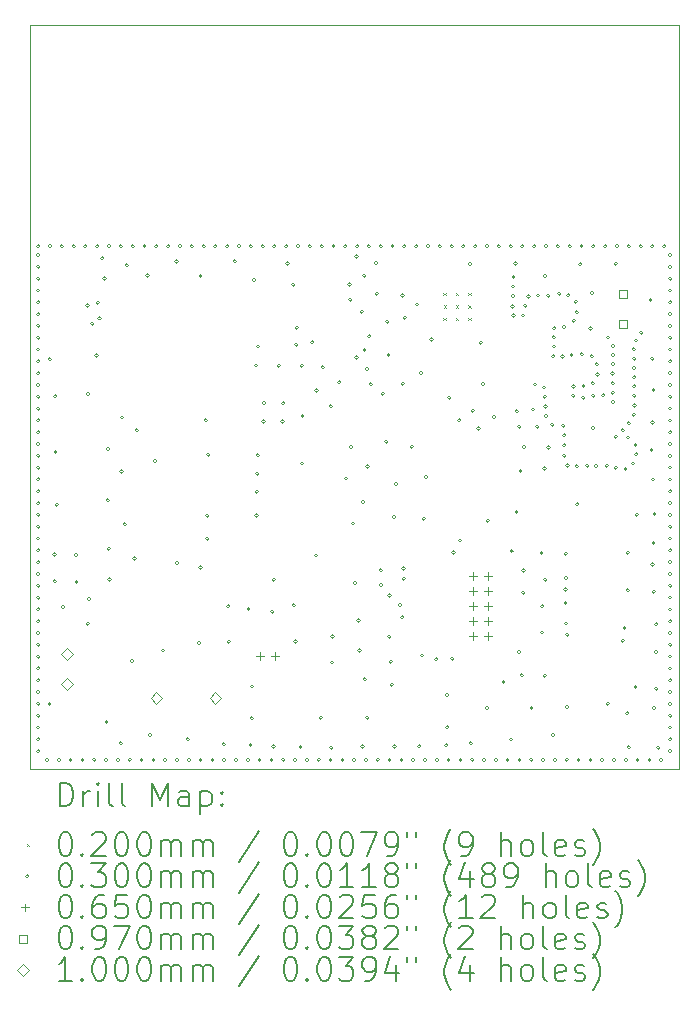
<source format=gbr>
%TF.GenerationSoftware,KiCad,Pcbnew,8.0.5*%
%TF.CreationDate,2025-03-03T10:26:36+01:00*%
%TF.ProjectId,picoballoon,7069636f-6261-46c6-9c6f-6f6e2e6b6963,rev?*%
%TF.SameCoordinates,Original*%
%TF.FileFunction,Drillmap*%
%TF.FilePolarity,Positive*%
%FSLAX45Y45*%
G04 Gerber Fmt 4.5, Leading zero omitted, Abs format (unit mm)*
G04 Created by KiCad (PCBNEW 8.0.5) date 2025-03-03 10:26:36*
%MOMM*%
%LPD*%
G01*
G04 APERTURE LIST*
%ADD10C,0.100000*%
%ADD11C,0.200000*%
G04 APERTURE END LIST*
D10*
X10677000Y-6601000D02*
X16177000Y-6601000D01*
X16177000Y-12901000D01*
X10677000Y-12901000D01*
X10677000Y-6601000D01*
D11*
D10*
X14181500Y-8871000D02*
X14201500Y-8891000D01*
X14201500Y-8871000D02*
X14181500Y-8891000D01*
X14181500Y-9081000D02*
X14201500Y-9101000D01*
X14201500Y-9081000D02*
X14181500Y-9101000D01*
X14182000Y-8975000D02*
X14202000Y-8995000D01*
X14202000Y-8975000D02*
X14182000Y-8995000D01*
X14286000Y-8871000D02*
X14306000Y-8891000D01*
X14306000Y-8871000D02*
X14286000Y-8891000D01*
X14286000Y-9081000D02*
X14306000Y-9101000D01*
X14306000Y-9081000D02*
X14286000Y-9101000D01*
X14286500Y-8976000D02*
X14306500Y-8996000D01*
X14306500Y-8976000D02*
X14286500Y-8996000D01*
X14391000Y-8975000D02*
X14411000Y-8995000D01*
X14411000Y-8975000D02*
X14391000Y-8995000D01*
X14391500Y-8871000D02*
X14411500Y-8891000D01*
X14411500Y-8871000D02*
X14391500Y-8891000D01*
X14391500Y-9081000D02*
X14411500Y-9101000D01*
X14411500Y-9081000D02*
X14391500Y-9101000D01*
X10765000Y-8475000D02*
G75*
G02*
X10735000Y-8475000I-15000J0D01*
G01*
X10735000Y-8475000D02*
G75*
G02*
X10765000Y-8475000I15000J0D01*
G01*
X10765000Y-8550000D02*
G75*
G02*
X10735000Y-8550000I-15000J0D01*
G01*
X10735000Y-8550000D02*
G75*
G02*
X10765000Y-8550000I15000J0D01*
G01*
X10765000Y-8650000D02*
G75*
G02*
X10735000Y-8650000I-15000J0D01*
G01*
X10735000Y-8650000D02*
G75*
G02*
X10765000Y-8650000I15000J0D01*
G01*
X10765000Y-8750000D02*
G75*
G02*
X10735000Y-8750000I-15000J0D01*
G01*
X10735000Y-8750000D02*
G75*
G02*
X10765000Y-8750000I15000J0D01*
G01*
X10765000Y-8850000D02*
G75*
G02*
X10735000Y-8850000I-15000J0D01*
G01*
X10735000Y-8850000D02*
G75*
G02*
X10765000Y-8850000I15000J0D01*
G01*
X10765000Y-8950000D02*
G75*
G02*
X10735000Y-8950000I-15000J0D01*
G01*
X10735000Y-8950000D02*
G75*
G02*
X10765000Y-8950000I15000J0D01*
G01*
X10765000Y-9050000D02*
G75*
G02*
X10735000Y-9050000I-15000J0D01*
G01*
X10735000Y-9050000D02*
G75*
G02*
X10765000Y-9050000I15000J0D01*
G01*
X10765000Y-9150000D02*
G75*
G02*
X10735000Y-9150000I-15000J0D01*
G01*
X10735000Y-9150000D02*
G75*
G02*
X10765000Y-9150000I15000J0D01*
G01*
X10765000Y-9250000D02*
G75*
G02*
X10735000Y-9250000I-15000J0D01*
G01*
X10735000Y-9250000D02*
G75*
G02*
X10765000Y-9250000I15000J0D01*
G01*
X10765000Y-9350000D02*
G75*
G02*
X10735000Y-9350000I-15000J0D01*
G01*
X10735000Y-9350000D02*
G75*
G02*
X10765000Y-9350000I15000J0D01*
G01*
X10765000Y-9450000D02*
G75*
G02*
X10735000Y-9450000I-15000J0D01*
G01*
X10735000Y-9450000D02*
G75*
G02*
X10765000Y-9450000I15000J0D01*
G01*
X10765000Y-9550000D02*
G75*
G02*
X10735000Y-9550000I-15000J0D01*
G01*
X10735000Y-9550000D02*
G75*
G02*
X10765000Y-9550000I15000J0D01*
G01*
X10765000Y-9650000D02*
G75*
G02*
X10735000Y-9650000I-15000J0D01*
G01*
X10735000Y-9650000D02*
G75*
G02*
X10765000Y-9650000I15000J0D01*
G01*
X10765000Y-9750000D02*
G75*
G02*
X10735000Y-9750000I-15000J0D01*
G01*
X10735000Y-9750000D02*
G75*
G02*
X10765000Y-9750000I15000J0D01*
G01*
X10765000Y-9850000D02*
G75*
G02*
X10735000Y-9850000I-15000J0D01*
G01*
X10735000Y-9850000D02*
G75*
G02*
X10765000Y-9850000I15000J0D01*
G01*
X10765000Y-9950000D02*
G75*
G02*
X10735000Y-9950000I-15000J0D01*
G01*
X10735000Y-9950000D02*
G75*
G02*
X10765000Y-9950000I15000J0D01*
G01*
X10765000Y-10050000D02*
G75*
G02*
X10735000Y-10050000I-15000J0D01*
G01*
X10735000Y-10050000D02*
G75*
G02*
X10765000Y-10050000I15000J0D01*
G01*
X10765000Y-10150000D02*
G75*
G02*
X10735000Y-10150000I-15000J0D01*
G01*
X10735000Y-10150000D02*
G75*
G02*
X10765000Y-10150000I15000J0D01*
G01*
X10765000Y-10250000D02*
G75*
G02*
X10735000Y-10250000I-15000J0D01*
G01*
X10735000Y-10250000D02*
G75*
G02*
X10765000Y-10250000I15000J0D01*
G01*
X10765000Y-10350000D02*
G75*
G02*
X10735000Y-10350000I-15000J0D01*
G01*
X10735000Y-10350000D02*
G75*
G02*
X10765000Y-10350000I15000J0D01*
G01*
X10765000Y-10450000D02*
G75*
G02*
X10735000Y-10450000I-15000J0D01*
G01*
X10735000Y-10450000D02*
G75*
G02*
X10765000Y-10450000I15000J0D01*
G01*
X10765000Y-10550000D02*
G75*
G02*
X10735000Y-10550000I-15000J0D01*
G01*
X10735000Y-10550000D02*
G75*
G02*
X10765000Y-10550000I15000J0D01*
G01*
X10765000Y-10650000D02*
G75*
G02*
X10735000Y-10650000I-15000J0D01*
G01*
X10735000Y-10650000D02*
G75*
G02*
X10765000Y-10650000I15000J0D01*
G01*
X10765000Y-10750000D02*
G75*
G02*
X10735000Y-10750000I-15000J0D01*
G01*
X10735000Y-10750000D02*
G75*
G02*
X10765000Y-10750000I15000J0D01*
G01*
X10765000Y-10850000D02*
G75*
G02*
X10735000Y-10850000I-15000J0D01*
G01*
X10735000Y-10850000D02*
G75*
G02*
X10765000Y-10850000I15000J0D01*
G01*
X10765000Y-10950000D02*
G75*
G02*
X10735000Y-10950000I-15000J0D01*
G01*
X10735000Y-10950000D02*
G75*
G02*
X10765000Y-10950000I15000J0D01*
G01*
X10765000Y-11050000D02*
G75*
G02*
X10735000Y-11050000I-15000J0D01*
G01*
X10735000Y-11050000D02*
G75*
G02*
X10765000Y-11050000I15000J0D01*
G01*
X10765000Y-11150000D02*
G75*
G02*
X10735000Y-11150000I-15000J0D01*
G01*
X10735000Y-11150000D02*
G75*
G02*
X10765000Y-11150000I15000J0D01*
G01*
X10765000Y-11250000D02*
G75*
G02*
X10735000Y-11250000I-15000J0D01*
G01*
X10735000Y-11250000D02*
G75*
G02*
X10765000Y-11250000I15000J0D01*
G01*
X10765000Y-11350000D02*
G75*
G02*
X10735000Y-11350000I-15000J0D01*
G01*
X10735000Y-11350000D02*
G75*
G02*
X10765000Y-11350000I15000J0D01*
G01*
X10765000Y-11450000D02*
G75*
G02*
X10735000Y-11450000I-15000J0D01*
G01*
X10735000Y-11450000D02*
G75*
G02*
X10765000Y-11450000I15000J0D01*
G01*
X10765000Y-11550000D02*
G75*
G02*
X10735000Y-11550000I-15000J0D01*
G01*
X10735000Y-11550000D02*
G75*
G02*
X10765000Y-11550000I15000J0D01*
G01*
X10765000Y-11650000D02*
G75*
G02*
X10735000Y-11650000I-15000J0D01*
G01*
X10735000Y-11650000D02*
G75*
G02*
X10765000Y-11650000I15000J0D01*
G01*
X10765000Y-11750000D02*
G75*
G02*
X10735000Y-11750000I-15000J0D01*
G01*
X10735000Y-11750000D02*
G75*
G02*
X10765000Y-11750000I15000J0D01*
G01*
X10765000Y-11850000D02*
G75*
G02*
X10735000Y-11850000I-15000J0D01*
G01*
X10735000Y-11850000D02*
G75*
G02*
X10765000Y-11850000I15000J0D01*
G01*
X10765000Y-11950000D02*
G75*
G02*
X10735000Y-11950000I-15000J0D01*
G01*
X10735000Y-11950000D02*
G75*
G02*
X10765000Y-11950000I15000J0D01*
G01*
X10765000Y-12050000D02*
G75*
G02*
X10735000Y-12050000I-15000J0D01*
G01*
X10735000Y-12050000D02*
G75*
G02*
X10765000Y-12050000I15000J0D01*
G01*
X10765000Y-12150000D02*
G75*
G02*
X10735000Y-12150000I-15000J0D01*
G01*
X10735000Y-12150000D02*
G75*
G02*
X10765000Y-12150000I15000J0D01*
G01*
X10765000Y-12250000D02*
G75*
G02*
X10735000Y-12250000I-15000J0D01*
G01*
X10735000Y-12250000D02*
G75*
G02*
X10765000Y-12250000I15000J0D01*
G01*
X10765000Y-12350000D02*
G75*
G02*
X10735000Y-12350000I-15000J0D01*
G01*
X10735000Y-12350000D02*
G75*
G02*
X10765000Y-12350000I15000J0D01*
G01*
X10765000Y-12450000D02*
G75*
G02*
X10735000Y-12450000I-15000J0D01*
G01*
X10735000Y-12450000D02*
G75*
G02*
X10765000Y-12450000I15000J0D01*
G01*
X10765000Y-12550000D02*
G75*
G02*
X10735000Y-12550000I-15000J0D01*
G01*
X10735000Y-12550000D02*
G75*
G02*
X10765000Y-12550000I15000J0D01*
G01*
X10765000Y-12650000D02*
G75*
G02*
X10735000Y-12650000I-15000J0D01*
G01*
X10735000Y-12650000D02*
G75*
G02*
X10765000Y-12650000I15000J0D01*
G01*
X10765000Y-12750000D02*
G75*
G02*
X10735000Y-12750000I-15000J0D01*
G01*
X10735000Y-12750000D02*
G75*
G02*
X10765000Y-12750000I15000J0D01*
G01*
X10840000Y-12825000D02*
G75*
G02*
X10810000Y-12825000I-15000J0D01*
G01*
X10810000Y-12825000D02*
G75*
G02*
X10840000Y-12825000I15000J0D01*
G01*
X10861000Y-12352000D02*
G75*
G02*
X10831000Y-12352000I-15000J0D01*
G01*
X10831000Y-12352000D02*
G75*
G02*
X10861000Y-12352000I15000J0D01*
G01*
X10864000Y-9433000D02*
G75*
G02*
X10834000Y-9433000I-15000J0D01*
G01*
X10834000Y-9433000D02*
G75*
G02*
X10864000Y-9433000I15000J0D01*
G01*
X10865000Y-8475000D02*
G75*
G02*
X10835000Y-8475000I-15000J0D01*
G01*
X10835000Y-8475000D02*
G75*
G02*
X10865000Y-8475000I15000J0D01*
G01*
X10904000Y-11085000D02*
G75*
G02*
X10874000Y-11085000I-15000J0D01*
G01*
X10874000Y-11085000D02*
G75*
G02*
X10904000Y-11085000I15000J0D01*
G01*
X10905000Y-11312000D02*
G75*
G02*
X10875000Y-11312000I-15000J0D01*
G01*
X10875000Y-11312000D02*
G75*
G02*
X10905000Y-11312000I15000J0D01*
G01*
X10909000Y-9747000D02*
G75*
G02*
X10879000Y-9747000I-15000J0D01*
G01*
X10879000Y-9747000D02*
G75*
G02*
X10909000Y-9747000I15000J0D01*
G01*
X10911000Y-10217000D02*
G75*
G02*
X10881000Y-10217000I-15000J0D01*
G01*
X10881000Y-10217000D02*
G75*
G02*
X10911000Y-10217000I15000J0D01*
G01*
X10922000Y-10666000D02*
G75*
G02*
X10892000Y-10666000I-15000J0D01*
G01*
X10892000Y-10666000D02*
G75*
G02*
X10922000Y-10666000I15000J0D01*
G01*
X10941294Y-12823737D02*
G75*
G02*
X10911294Y-12823737I-15000J0D01*
G01*
X10911294Y-12823737D02*
G75*
G02*
X10941294Y-12823737I15000J0D01*
G01*
X10965000Y-8475000D02*
G75*
G02*
X10935000Y-8475000I-15000J0D01*
G01*
X10935000Y-8475000D02*
G75*
G02*
X10965000Y-8475000I15000J0D01*
G01*
X10973000Y-11530000D02*
G75*
G02*
X10943000Y-11530000I-15000J0D01*
G01*
X10943000Y-11530000D02*
G75*
G02*
X10973000Y-11530000I15000J0D01*
G01*
X11040000Y-12825000D02*
G75*
G02*
X11010000Y-12825000I-15000J0D01*
G01*
X11010000Y-12825000D02*
G75*
G02*
X11040000Y-12825000I15000J0D01*
G01*
X11065000Y-8475000D02*
G75*
G02*
X11035000Y-8475000I-15000J0D01*
G01*
X11035000Y-8475000D02*
G75*
G02*
X11065000Y-8475000I15000J0D01*
G01*
X11084000Y-11089000D02*
G75*
G02*
X11054000Y-11089000I-15000J0D01*
G01*
X11054000Y-11089000D02*
G75*
G02*
X11084000Y-11089000I15000J0D01*
G01*
X11089000Y-11318000D02*
G75*
G02*
X11059000Y-11318000I-15000J0D01*
G01*
X11059000Y-11318000D02*
G75*
G02*
X11089000Y-11318000I15000J0D01*
G01*
X11140000Y-12825000D02*
G75*
G02*
X11110000Y-12825000I-15000J0D01*
G01*
X11110000Y-12825000D02*
G75*
G02*
X11140000Y-12825000I15000J0D01*
G01*
X11165000Y-8475000D02*
G75*
G02*
X11135000Y-8475000I-15000J0D01*
G01*
X11135000Y-8475000D02*
G75*
G02*
X11165000Y-8475000I15000J0D01*
G01*
X11183000Y-8978000D02*
G75*
G02*
X11153000Y-8978000I-15000J0D01*
G01*
X11153000Y-8978000D02*
G75*
G02*
X11183000Y-8978000I15000J0D01*
G01*
X11184000Y-11673000D02*
G75*
G02*
X11154000Y-11673000I-15000J0D01*
G01*
X11154000Y-11673000D02*
G75*
G02*
X11184000Y-11673000I15000J0D01*
G01*
X11186000Y-9728000D02*
G75*
G02*
X11156000Y-9728000I-15000J0D01*
G01*
X11156000Y-9728000D02*
G75*
G02*
X11186000Y-9728000I15000J0D01*
G01*
X11196000Y-11463000D02*
G75*
G02*
X11166000Y-11463000I-15000J0D01*
G01*
X11166000Y-11463000D02*
G75*
G02*
X11196000Y-11463000I15000J0D01*
G01*
X11223000Y-9133000D02*
G75*
G02*
X11193000Y-9133000I-15000J0D01*
G01*
X11193000Y-9133000D02*
G75*
G02*
X11223000Y-9133000I15000J0D01*
G01*
X11240000Y-12825000D02*
G75*
G02*
X11210000Y-12825000I-15000J0D01*
G01*
X11210000Y-12825000D02*
G75*
G02*
X11240000Y-12825000I15000J0D01*
G01*
X11258000Y-9402000D02*
G75*
G02*
X11228000Y-9402000I-15000J0D01*
G01*
X11228000Y-9402000D02*
G75*
G02*
X11258000Y-9402000I15000J0D01*
G01*
X11265000Y-8475000D02*
G75*
G02*
X11235000Y-8475000I-15000J0D01*
G01*
X11235000Y-8475000D02*
G75*
G02*
X11265000Y-8475000I15000J0D01*
G01*
X11269000Y-8956000D02*
G75*
G02*
X11239000Y-8956000I-15000J0D01*
G01*
X11239000Y-8956000D02*
G75*
G02*
X11269000Y-8956000I15000J0D01*
G01*
X11284000Y-9085000D02*
G75*
G02*
X11254000Y-9085000I-15000J0D01*
G01*
X11254000Y-9085000D02*
G75*
G02*
X11284000Y-9085000I15000J0D01*
G01*
X11308000Y-8578000D02*
G75*
G02*
X11278000Y-8578000I-15000J0D01*
G01*
X11278000Y-8578000D02*
G75*
G02*
X11308000Y-8578000I15000J0D01*
G01*
X11327000Y-8747000D02*
G75*
G02*
X11297000Y-8747000I-15000J0D01*
G01*
X11297000Y-8747000D02*
G75*
G02*
X11327000Y-8747000I15000J0D01*
G01*
X11340000Y-12825000D02*
G75*
G02*
X11310000Y-12825000I-15000J0D01*
G01*
X11310000Y-12825000D02*
G75*
G02*
X11340000Y-12825000I15000J0D01*
G01*
X11342000Y-12503000D02*
G75*
G02*
X11312000Y-12503000I-15000J0D01*
G01*
X11312000Y-12503000D02*
G75*
G02*
X11342000Y-12503000I15000J0D01*
G01*
X11355000Y-10627000D02*
G75*
G02*
X11325000Y-10627000I-15000J0D01*
G01*
X11325000Y-10627000D02*
G75*
G02*
X11355000Y-10627000I15000J0D01*
G01*
X11357000Y-10193000D02*
G75*
G02*
X11327000Y-10193000I-15000J0D01*
G01*
X11327000Y-10193000D02*
G75*
G02*
X11357000Y-10193000I15000J0D01*
G01*
X11361000Y-11037000D02*
G75*
G02*
X11331000Y-11037000I-15000J0D01*
G01*
X11331000Y-11037000D02*
G75*
G02*
X11361000Y-11037000I15000J0D01*
G01*
X11365000Y-8475000D02*
G75*
G02*
X11335000Y-8475000I-15000J0D01*
G01*
X11335000Y-8475000D02*
G75*
G02*
X11365000Y-8475000I15000J0D01*
G01*
X11370000Y-11296500D02*
G75*
G02*
X11340000Y-11296500I-15000J0D01*
G01*
X11340000Y-11296500D02*
G75*
G02*
X11370000Y-11296500I15000J0D01*
G01*
X11440000Y-12825000D02*
G75*
G02*
X11410000Y-12825000I-15000J0D01*
G01*
X11410000Y-12825000D02*
G75*
G02*
X11440000Y-12825000I15000J0D01*
G01*
X11463000Y-12684000D02*
G75*
G02*
X11433000Y-12684000I-15000J0D01*
G01*
X11433000Y-12684000D02*
G75*
G02*
X11463000Y-12684000I15000J0D01*
G01*
X11465000Y-8475000D02*
G75*
G02*
X11435000Y-8475000I-15000J0D01*
G01*
X11435000Y-8475000D02*
G75*
G02*
X11465000Y-8475000I15000J0D01*
G01*
X11470000Y-10382000D02*
G75*
G02*
X11440000Y-10382000I-15000J0D01*
G01*
X11440000Y-10382000D02*
G75*
G02*
X11470000Y-10382000I15000J0D01*
G01*
X11475000Y-9926000D02*
G75*
G02*
X11445000Y-9926000I-15000J0D01*
G01*
X11445000Y-9926000D02*
G75*
G02*
X11475000Y-9926000I15000J0D01*
G01*
X11498000Y-10830000D02*
G75*
G02*
X11468000Y-10830000I-15000J0D01*
G01*
X11468000Y-10830000D02*
G75*
G02*
X11498000Y-10830000I15000J0D01*
G01*
X11514000Y-8635000D02*
G75*
G02*
X11484000Y-8635000I-15000J0D01*
G01*
X11484000Y-8635000D02*
G75*
G02*
X11514000Y-8635000I15000J0D01*
G01*
X11540000Y-12825000D02*
G75*
G02*
X11510000Y-12825000I-15000J0D01*
G01*
X11510000Y-12825000D02*
G75*
G02*
X11540000Y-12825000I15000J0D01*
G01*
X11561000Y-11987000D02*
G75*
G02*
X11531000Y-11987000I-15000J0D01*
G01*
X11531000Y-11987000D02*
G75*
G02*
X11561000Y-11987000I15000J0D01*
G01*
X11565000Y-8475000D02*
G75*
G02*
X11535000Y-8475000I-15000J0D01*
G01*
X11535000Y-8475000D02*
G75*
G02*
X11565000Y-8475000I15000J0D01*
G01*
X11580000Y-11119000D02*
G75*
G02*
X11550000Y-11119000I-15000J0D01*
G01*
X11550000Y-11119000D02*
G75*
G02*
X11580000Y-11119000I15000J0D01*
G01*
X11599000Y-10033000D02*
G75*
G02*
X11569000Y-10033000I-15000J0D01*
G01*
X11569000Y-10033000D02*
G75*
G02*
X11599000Y-10033000I15000J0D01*
G01*
X11640000Y-12825000D02*
G75*
G02*
X11610000Y-12825000I-15000J0D01*
G01*
X11610000Y-12825000D02*
G75*
G02*
X11640000Y-12825000I15000J0D01*
G01*
X11665000Y-8475000D02*
G75*
G02*
X11635000Y-8475000I-15000J0D01*
G01*
X11635000Y-8475000D02*
G75*
G02*
X11665000Y-8475000I15000J0D01*
G01*
X11690000Y-8725000D02*
G75*
G02*
X11660000Y-8725000I-15000J0D01*
G01*
X11660000Y-8725000D02*
G75*
G02*
X11690000Y-8725000I15000J0D01*
G01*
X11711000Y-12614000D02*
G75*
G02*
X11681000Y-12614000I-15000J0D01*
G01*
X11681000Y-12614000D02*
G75*
G02*
X11711000Y-12614000I15000J0D01*
G01*
X11740000Y-12825000D02*
G75*
G02*
X11710000Y-12825000I-15000J0D01*
G01*
X11710000Y-12825000D02*
G75*
G02*
X11740000Y-12825000I15000J0D01*
G01*
X11752000Y-10294000D02*
G75*
G02*
X11722000Y-10294000I-15000J0D01*
G01*
X11722000Y-10294000D02*
G75*
G02*
X11752000Y-10294000I15000J0D01*
G01*
X11765000Y-8475000D02*
G75*
G02*
X11735000Y-8475000I-15000J0D01*
G01*
X11735000Y-8475000D02*
G75*
G02*
X11765000Y-8475000I15000J0D01*
G01*
X11822000Y-11898000D02*
G75*
G02*
X11792000Y-11898000I-15000J0D01*
G01*
X11792000Y-11898000D02*
G75*
G02*
X11822000Y-11898000I15000J0D01*
G01*
X11840000Y-12825000D02*
G75*
G02*
X11810000Y-12825000I-15000J0D01*
G01*
X11810000Y-12825000D02*
G75*
G02*
X11840000Y-12825000I15000J0D01*
G01*
X11865000Y-8475000D02*
G75*
G02*
X11835000Y-8475000I-15000J0D01*
G01*
X11835000Y-8475000D02*
G75*
G02*
X11865000Y-8475000I15000J0D01*
G01*
X11937000Y-8605000D02*
G75*
G02*
X11907000Y-8605000I-15000J0D01*
G01*
X11907000Y-8605000D02*
G75*
G02*
X11937000Y-8605000I15000J0D01*
G01*
X11940000Y-11158000D02*
G75*
G02*
X11910000Y-11158000I-15000J0D01*
G01*
X11910000Y-11158000D02*
G75*
G02*
X11940000Y-11158000I15000J0D01*
G01*
X11940000Y-12825000D02*
G75*
G02*
X11910000Y-12825000I-15000J0D01*
G01*
X11910000Y-12825000D02*
G75*
G02*
X11940000Y-12825000I15000J0D01*
G01*
X11965000Y-8475000D02*
G75*
G02*
X11935000Y-8475000I-15000J0D01*
G01*
X11935000Y-8475000D02*
G75*
G02*
X11965000Y-8475000I15000J0D01*
G01*
X12032000Y-12649000D02*
G75*
G02*
X12002000Y-12649000I-15000J0D01*
G01*
X12002000Y-12649000D02*
G75*
G02*
X12032000Y-12649000I15000J0D01*
G01*
X12040000Y-12825000D02*
G75*
G02*
X12010000Y-12825000I-15000J0D01*
G01*
X12010000Y-12825000D02*
G75*
G02*
X12040000Y-12825000I15000J0D01*
G01*
X12065000Y-8475000D02*
G75*
G02*
X12035000Y-8475000I-15000J0D01*
G01*
X12035000Y-8475000D02*
G75*
G02*
X12065000Y-8475000I15000J0D01*
G01*
X12127000Y-11835000D02*
G75*
G02*
X12097000Y-11835000I-15000J0D01*
G01*
X12097000Y-11835000D02*
G75*
G02*
X12127000Y-11835000I15000J0D01*
G01*
X12139107Y-8727030D02*
G75*
G02*
X12109107Y-8727030I-15000J0D01*
G01*
X12109107Y-8727030D02*
G75*
G02*
X12139107Y-8727030I15000J0D01*
G01*
X12140000Y-11196000D02*
G75*
G02*
X12110000Y-11196000I-15000J0D01*
G01*
X12110000Y-11196000D02*
G75*
G02*
X12140000Y-11196000I15000J0D01*
G01*
X12140000Y-12825000D02*
G75*
G02*
X12110000Y-12825000I-15000J0D01*
G01*
X12110000Y-12825000D02*
G75*
G02*
X12140000Y-12825000I15000J0D01*
G01*
X12165000Y-8475000D02*
G75*
G02*
X12135000Y-8475000I-15000J0D01*
G01*
X12135000Y-8475000D02*
G75*
G02*
X12165000Y-8475000I15000J0D01*
G01*
X12182000Y-9949000D02*
G75*
G02*
X12152000Y-9949000I-15000J0D01*
G01*
X12152000Y-9949000D02*
G75*
G02*
X12182000Y-9949000I15000J0D01*
G01*
X12196000Y-10756000D02*
G75*
G02*
X12166000Y-10756000I-15000J0D01*
G01*
X12166000Y-10756000D02*
G75*
G02*
X12196000Y-10756000I15000J0D01*
G01*
X12197000Y-10951000D02*
G75*
G02*
X12167000Y-10951000I-15000J0D01*
G01*
X12167000Y-10951000D02*
G75*
G02*
X12197000Y-10951000I15000J0D01*
G01*
X12205000Y-10241000D02*
G75*
G02*
X12175000Y-10241000I-15000J0D01*
G01*
X12175000Y-10241000D02*
G75*
G02*
X12205000Y-10241000I15000J0D01*
G01*
X12240000Y-12825000D02*
G75*
G02*
X12210000Y-12825000I-15000J0D01*
G01*
X12210000Y-12825000D02*
G75*
G02*
X12240000Y-12825000I15000J0D01*
G01*
X12265000Y-8475000D02*
G75*
G02*
X12235000Y-8475000I-15000J0D01*
G01*
X12235000Y-8475000D02*
G75*
G02*
X12265000Y-8475000I15000J0D01*
G01*
X12337000Y-12693000D02*
G75*
G02*
X12307000Y-12693000I-15000J0D01*
G01*
X12307000Y-12693000D02*
G75*
G02*
X12337000Y-12693000I15000J0D01*
G01*
X12340000Y-12825000D02*
G75*
G02*
X12310000Y-12825000I-15000J0D01*
G01*
X12310000Y-12825000D02*
G75*
G02*
X12340000Y-12825000I15000J0D01*
G01*
X12365000Y-8475000D02*
G75*
G02*
X12335000Y-8475000I-15000J0D01*
G01*
X12335000Y-8475000D02*
G75*
G02*
X12365000Y-8475000I15000J0D01*
G01*
X12373000Y-11523000D02*
G75*
G02*
X12343000Y-11523000I-15000J0D01*
G01*
X12343000Y-11523000D02*
G75*
G02*
X12373000Y-11523000I15000J0D01*
G01*
X12379000Y-11825000D02*
G75*
G02*
X12349000Y-11825000I-15000J0D01*
G01*
X12349000Y-11825000D02*
G75*
G02*
X12379000Y-11825000I15000J0D01*
G01*
X12429000Y-8601000D02*
G75*
G02*
X12399000Y-8601000I-15000J0D01*
G01*
X12399000Y-8601000D02*
G75*
G02*
X12429000Y-8601000I15000J0D01*
G01*
X12440000Y-12825000D02*
G75*
G02*
X12410000Y-12825000I-15000J0D01*
G01*
X12410000Y-12825000D02*
G75*
G02*
X12440000Y-12825000I15000J0D01*
G01*
X12465000Y-8475000D02*
G75*
G02*
X12435000Y-8475000I-15000J0D01*
G01*
X12435000Y-8475000D02*
G75*
G02*
X12465000Y-8475000I15000J0D01*
G01*
X12540000Y-12825000D02*
G75*
G02*
X12510000Y-12825000I-15000J0D01*
G01*
X12510000Y-12825000D02*
G75*
G02*
X12540000Y-12825000I15000J0D01*
G01*
X12546000Y-11548000D02*
G75*
G02*
X12516000Y-11548000I-15000J0D01*
G01*
X12516000Y-11548000D02*
G75*
G02*
X12546000Y-11548000I15000J0D01*
G01*
X12563000Y-12697000D02*
G75*
G02*
X12533000Y-12697000I-15000J0D01*
G01*
X12533000Y-12697000D02*
G75*
G02*
X12563000Y-12697000I15000J0D01*
G01*
X12565000Y-8475000D02*
G75*
G02*
X12535000Y-8475000I-15000J0D01*
G01*
X12535000Y-8475000D02*
G75*
G02*
X12565000Y-8475000I15000J0D01*
G01*
X12573000Y-12471000D02*
G75*
G02*
X12543000Y-12471000I-15000J0D01*
G01*
X12543000Y-12471000D02*
G75*
G02*
X12573000Y-12471000I15000J0D01*
G01*
X12576000Y-12204000D02*
G75*
G02*
X12546000Y-12204000I-15000J0D01*
G01*
X12546000Y-12204000D02*
G75*
G02*
X12576000Y-12204000I15000J0D01*
G01*
X12592000Y-8760000D02*
G75*
G02*
X12562000Y-8760000I-15000J0D01*
G01*
X12562000Y-8760000D02*
G75*
G02*
X12592000Y-8760000I15000J0D01*
G01*
X12610000Y-9486000D02*
G75*
G02*
X12580000Y-9486000I-15000J0D01*
G01*
X12580000Y-9486000D02*
G75*
G02*
X12610000Y-9486000I15000J0D01*
G01*
X12613000Y-10756000D02*
G75*
G02*
X12583000Y-10756000I-15000J0D01*
G01*
X12583000Y-10756000D02*
G75*
G02*
X12613000Y-10756000I15000J0D01*
G01*
X12617000Y-10554000D02*
G75*
G02*
X12587000Y-10554000I-15000J0D01*
G01*
X12587000Y-10554000D02*
G75*
G02*
X12617000Y-10554000I15000J0D01*
G01*
X12619000Y-10402000D02*
G75*
G02*
X12589000Y-10402000I-15000J0D01*
G01*
X12589000Y-10402000D02*
G75*
G02*
X12619000Y-10402000I15000J0D01*
G01*
X12624000Y-10245000D02*
G75*
G02*
X12594000Y-10245000I-15000J0D01*
G01*
X12594000Y-10245000D02*
G75*
G02*
X12624000Y-10245000I15000J0D01*
G01*
X12626000Y-9326000D02*
G75*
G02*
X12596000Y-9326000I-15000J0D01*
G01*
X12596000Y-9326000D02*
G75*
G02*
X12626000Y-9326000I15000J0D01*
G01*
X12640000Y-12825000D02*
G75*
G02*
X12610000Y-12825000I-15000J0D01*
G01*
X12610000Y-12825000D02*
G75*
G02*
X12640000Y-12825000I15000J0D01*
G01*
X12665000Y-8475000D02*
G75*
G02*
X12635000Y-8475000I-15000J0D01*
G01*
X12635000Y-8475000D02*
G75*
G02*
X12665000Y-8475000I15000J0D01*
G01*
X12673000Y-9958000D02*
G75*
G02*
X12643000Y-9958000I-15000J0D01*
G01*
X12643000Y-9958000D02*
G75*
G02*
X12673000Y-9958000I15000J0D01*
G01*
X12678000Y-9803000D02*
G75*
G02*
X12648000Y-9803000I-15000J0D01*
G01*
X12648000Y-9803000D02*
G75*
G02*
X12678000Y-9803000I15000J0D01*
G01*
X12740000Y-12825000D02*
G75*
G02*
X12710000Y-12825000I-15000J0D01*
G01*
X12710000Y-12825000D02*
G75*
G02*
X12740000Y-12825000I15000J0D01*
G01*
X12747000Y-11570000D02*
G75*
G02*
X12717000Y-11570000I-15000J0D01*
G01*
X12717000Y-11570000D02*
G75*
G02*
X12747000Y-11570000I15000J0D01*
G01*
X12757000Y-12712000D02*
G75*
G02*
X12727000Y-12712000I-15000J0D01*
G01*
X12727000Y-12712000D02*
G75*
G02*
X12757000Y-12712000I15000J0D01*
G01*
X12759000Y-11301000D02*
G75*
G02*
X12729000Y-11301000I-15000J0D01*
G01*
X12729000Y-11301000D02*
G75*
G02*
X12759000Y-11301000I15000J0D01*
G01*
X12765000Y-8475000D02*
G75*
G02*
X12735000Y-8475000I-15000J0D01*
G01*
X12735000Y-8475000D02*
G75*
G02*
X12765000Y-8475000I15000J0D01*
G01*
X12801000Y-9487000D02*
G75*
G02*
X12771000Y-9487000I-15000J0D01*
G01*
X12771000Y-9487000D02*
G75*
G02*
X12801000Y-9487000I15000J0D01*
G01*
X12835000Y-9960000D02*
G75*
G02*
X12805000Y-9960000I-15000J0D01*
G01*
X12805000Y-9960000D02*
G75*
G02*
X12835000Y-9960000I15000J0D01*
G01*
X12839000Y-9804000D02*
G75*
G02*
X12809000Y-9804000I-15000J0D01*
G01*
X12809000Y-9804000D02*
G75*
G02*
X12839000Y-9804000I15000J0D01*
G01*
X12840000Y-12825000D02*
G75*
G02*
X12810000Y-12825000I-15000J0D01*
G01*
X12810000Y-12825000D02*
G75*
G02*
X12840000Y-12825000I15000J0D01*
G01*
X12865000Y-8475000D02*
G75*
G02*
X12835000Y-8475000I-15000J0D01*
G01*
X12835000Y-8475000D02*
G75*
G02*
X12865000Y-8475000I15000J0D01*
G01*
X12875000Y-8622000D02*
G75*
G02*
X12845000Y-8622000I-15000J0D01*
G01*
X12845000Y-8622000D02*
G75*
G02*
X12875000Y-8622000I15000J0D01*
G01*
X12924000Y-8802000D02*
G75*
G02*
X12894000Y-8802000I-15000J0D01*
G01*
X12894000Y-8802000D02*
G75*
G02*
X12924000Y-8802000I15000J0D01*
G01*
X12929000Y-11517000D02*
G75*
G02*
X12899000Y-11517000I-15000J0D01*
G01*
X12899000Y-11517000D02*
G75*
G02*
X12929000Y-11517000I15000J0D01*
G01*
X12940000Y-12825000D02*
G75*
G02*
X12910000Y-12825000I-15000J0D01*
G01*
X12910000Y-12825000D02*
G75*
G02*
X12940000Y-12825000I15000J0D01*
G01*
X12944000Y-11821000D02*
G75*
G02*
X12914000Y-11821000I-15000J0D01*
G01*
X12914000Y-11821000D02*
G75*
G02*
X12944000Y-11821000I15000J0D01*
G01*
X12950000Y-9309000D02*
G75*
G02*
X12920000Y-9309000I-15000J0D01*
G01*
X12920000Y-9309000D02*
G75*
G02*
X12950000Y-9309000I15000J0D01*
G01*
X12954000Y-9166000D02*
G75*
G02*
X12924000Y-9166000I-15000J0D01*
G01*
X12924000Y-9166000D02*
G75*
G02*
X12954000Y-9166000I15000J0D01*
G01*
X12965000Y-8475000D02*
G75*
G02*
X12935000Y-8475000I-15000J0D01*
G01*
X12935000Y-8475000D02*
G75*
G02*
X12965000Y-8475000I15000J0D01*
G01*
X12986000Y-12716000D02*
G75*
G02*
X12956000Y-12716000I-15000J0D01*
G01*
X12956000Y-12716000D02*
G75*
G02*
X12986000Y-12716000I15000J0D01*
G01*
X12998000Y-9487000D02*
G75*
G02*
X12968000Y-9487000I-15000J0D01*
G01*
X12968000Y-9487000D02*
G75*
G02*
X12998000Y-9487000I15000J0D01*
G01*
X12999000Y-10314000D02*
G75*
G02*
X12969000Y-10314000I-15000J0D01*
G01*
X12969000Y-10314000D02*
G75*
G02*
X12999000Y-10314000I15000J0D01*
G01*
X13002000Y-9912000D02*
G75*
G02*
X12972000Y-9912000I-15000J0D01*
G01*
X12972000Y-9912000D02*
G75*
G02*
X13002000Y-9912000I15000J0D01*
G01*
X13040000Y-12825000D02*
G75*
G02*
X13010000Y-12825000I-15000J0D01*
G01*
X13010000Y-12825000D02*
G75*
G02*
X13040000Y-12825000I15000J0D01*
G01*
X13065000Y-8475000D02*
G75*
G02*
X13035000Y-8475000I-15000J0D01*
G01*
X13035000Y-8475000D02*
G75*
G02*
X13065000Y-8475000I15000J0D01*
G01*
X13085000Y-9288000D02*
G75*
G02*
X13055000Y-9288000I-15000J0D01*
G01*
X13055000Y-9288000D02*
G75*
G02*
X13085000Y-9288000I15000J0D01*
G01*
X13117000Y-11092000D02*
G75*
G02*
X13087000Y-11092000I-15000J0D01*
G01*
X13087000Y-11092000D02*
G75*
G02*
X13117000Y-11092000I15000J0D01*
G01*
X13120000Y-9696000D02*
G75*
G02*
X13090000Y-9696000I-15000J0D01*
G01*
X13090000Y-9696000D02*
G75*
G02*
X13120000Y-9696000I15000J0D01*
G01*
X13140000Y-12825000D02*
G75*
G02*
X13110000Y-12825000I-15000J0D01*
G01*
X13110000Y-12825000D02*
G75*
G02*
X13140000Y-12825000I15000J0D01*
G01*
X13158000Y-12466750D02*
G75*
G02*
X13128000Y-12466750I-15000J0D01*
G01*
X13128000Y-12466750D02*
G75*
G02*
X13158000Y-12466750I15000J0D01*
G01*
X13165000Y-8475000D02*
G75*
G02*
X13135000Y-8475000I-15000J0D01*
G01*
X13135000Y-8475000D02*
G75*
G02*
X13165000Y-8475000I15000J0D01*
G01*
X13176000Y-9500000D02*
G75*
G02*
X13146000Y-9500000I-15000J0D01*
G01*
X13146000Y-9500000D02*
G75*
G02*
X13176000Y-9500000I15000J0D01*
G01*
X13240000Y-12825000D02*
G75*
G02*
X13210000Y-12825000I-15000J0D01*
G01*
X13210000Y-12825000D02*
G75*
G02*
X13240000Y-12825000I15000J0D01*
G01*
X13242000Y-9832000D02*
G75*
G02*
X13212000Y-9832000I-15000J0D01*
G01*
X13212000Y-9832000D02*
G75*
G02*
X13242000Y-9832000I15000J0D01*
G01*
X13247000Y-12722000D02*
G75*
G02*
X13217000Y-12722000I-15000J0D01*
G01*
X13217000Y-12722000D02*
G75*
G02*
X13247000Y-12722000I15000J0D01*
G01*
X13253000Y-12000000D02*
G75*
G02*
X13223000Y-12000000I-15000J0D01*
G01*
X13223000Y-12000000D02*
G75*
G02*
X13253000Y-12000000I15000J0D01*
G01*
X13255727Y-11780550D02*
G75*
G02*
X13225727Y-11780550I-15000J0D01*
G01*
X13225727Y-11780550D02*
G75*
G02*
X13255727Y-11780550I15000J0D01*
G01*
X13265000Y-8475000D02*
G75*
G02*
X13235000Y-8475000I-15000J0D01*
G01*
X13235000Y-8475000D02*
G75*
G02*
X13265000Y-8475000I15000J0D01*
G01*
X13314000Y-9628000D02*
G75*
G02*
X13284000Y-9628000I-15000J0D01*
G01*
X13284000Y-9628000D02*
G75*
G02*
X13314000Y-9628000I15000J0D01*
G01*
X13340000Y-12825000D02*
G75*
G02*
X13310000Y-12825000I-15000J0D01*
G01*
X13310000Y-12825000D02*
G75*
G02*
X13340000Y-12825000I15000J0D01*
G01*
X13365000Y-8475000D02*
G75*
G02*
X13335000Y-8475000I-15000J0D01*
G01*
X13335000Y-8475000D02*
G75*
G02*
X13365000Y-8475000I15000J0D01*
G01*
X13370000Y-10442000D02*
G75*
G02*
X13340000Y-10442000I-15000J0D01*
G01*
X13340000Y-10442000D02*
G75*
G02*
X13370000Y-10442000I15000J0D01*
G01*
X13400000Y-8798000D02*
G75*
G02*
X13370000Y-8798000I-15000J0D01*
G01*
X13370000Y-8798000D02*
G75*
G02*
X13400000Y-8798000I15000J0D01*
G01*
X13406000Y-8929000D02*
G75*
G02*
X13376000Y-8929000I-15000J0D01*
G01*
X13376000Y-8929000D02*
G75*
G02*
X13406000Y-8929000I15000J0D01*
G01*
X13412000Y-10175000D02*
G75*
G02*
X13382000Y-10175000I-15000J0D01*
G01*
X13382000Y-10175000D02*
G75*
G02*
X13412000Y-10175000I15000J0D01*
G01*
X13431000Y-10824000D02*
G75*
G02*
X13401000Y-10824000I-15000J0D01*
G01*
X13401000Y-10824000D02*
G75*
G02*
X13431000Y-10824000I15000J0D01*
G01*
X13440000Y-12825000D02*
G75*
G02*
X13410000Y-12825000I-15000J0D01*
G01*
X13410000Y-12825000D02*
G75*
G02*
X13440000Y-12825000I15000J0D01*
G01*
X13447000Y-11328000D02*
G75*
G02*
X13417000Y-11328000I-15000J0D01*
G01*
X13417000Y-11328000D02*
G75*
G02*
X13447000Y-11328000I15000J0D01*
G01*
X13459000Y-9418000D02*
G75*
G02*
X13429000Y-9418000I-15000J0D01*
G01*
X13429000Y-9418000D02*
G75*
G02*
X13459000Y-9418000I15000J0D01*
G01*
X13461000Y-8562000D02*
G75*
G02*
X13431000Y-8562000I-15000J0D01*
G01*
X13431000Y-8562000D02*
G75*
G02*
X13461000Y-8562000I15000J0D01*
G01*
X13465000Y-8475000D02*
G75*
G02*
X13435000Y-8475000I-15000J0D01*
G01*
X13435000Y-8475000D02*
G75*
G02*
X13465000Y-8475000I15000J0D01*
G01*
X13477000Y-11645000D02*
G75*
G02*
X13447000Y-11645000I-15000J0D01*
G01*
X13447000Y-11645000D02*
G75*
G02*
X13477000Y-11645000I15000J0D01*
G01*
X13485000Y-11899000D02*
G75*
G02*
X13455000Y-11899000I-15000J0D01*
G01*
X13455000Y-11899000D02*
G75*
G02*
X13485000Y-11899000I15000J0D01*
G01*
X13505000Y-9029000D02*
G75*
G02*
X13475000Y-9029000I-15000J0D01*
G01*
X13475000Y-9029000D02*
G75*
G02*
X13505000Y-9029000I15000J0D01*
G01*
X13511000Y-12712000D02*
G75*
G02*
X13481000Y-12712000I-15000J0D01*
G01*
X13481000Y-12712000D02*
G75*
G02*
X13511000Y-12712000I15000J0D01*
G01*
X13515000Y-10642000D02*
G75*
G02*
X13485000Y-10642000I-15000J0D01*
G01*
X13485000Y-10642000D02*
G75*
G02*
X13515000Y-10642000I15000J0D01*
G01*
X13526000Y-8724000D02*
G75*
G02*
X13496000Y-8724000I-15000J0D01*
G01*
X13496000Y-8724000D02*
G75*
G02*
X13526000Y-8724000I15000J0D01*
G01*
X13528000Y-9353000D02*
G75*
G02*
X13498000Y-9353000I-15000J0D01*
G01*
X13498000Y-9353000D02*
G75*
G02*
X13528000Y-9353000I15000J0D01*
G01*
X13530000Y-12140000D02*
G75*
G02*
X13500000Y-12140000I-15000J0D01*
G01*
X13500000Y-12140000D02*
G75*
G02*
X13530000Y-12140000I15000J0D01*
G01*
X13540000Y-12825000D02*
G75*
G02*
X13510000Y-12825000I-15000J0D01*
G01*
X13510000Y-12825000D02*
G75*
G02*
X13540000Y-12825000I15000J0D01*
G01*
X13550000Y-9515000D02*
G75*
G02*
X13520000Y-9515000I-15000J0D01*
G01*
X13520000Y-9515000D02*
G75*
G02*
X13550000Y-9515000I15000J0D01*
G01*
X13551000Y-12466750D02*
G75*
G02*
X13521000Y-12466750I-15000J0D01*
G01*
X13521000Y-12466750D02*
G75*
G02*
X13551000Y-12466750I15000J0D01*
G01*
X13553000Y-10341000D02*
G75*
G02*
X13523000Y-10341000I-15000J0D01*
G01*
X13523000Y-10341000D02*
G75*
G02*
X13553000Y-10341000I15000J0D01*
G01*
X13565000Y-8475000D02*
G75*
G02*
X13535000Y-8475000I-15000J0D01*
G01*
X13535000Y-8475000D02*
G75*
G02*
X13565000Y-8475000I15000J0D01*
G01*
X13569000Y-9238000D02*
G75*
G02*
X13539000Y-9238000I-15000J0D01*
G01*
X13539000Y-9238000D02*
G75*
G02*
X13569000Y-9238000I15000J0D01*
G01*
X13581000Y-9645000D02*
G75*
G02*
X13551000Y-9645000I-15000J0D01*
G01*
X13551000Y-9645000D02*
G75*
G02*
X13581000Y-9645000I15000J0D01*
G01*
X13624000Y-8618000D02*
G75*
G02*
X13594000Y-8618000I-15000J0D01*
G01*
X13594000Y-8618000D02*
G75*
G02*
X13624000Y-8618000I15000J0D01*
G01*
X13631000Y-8879000D02*
G75*
G02*
X13601000Y-8879000I-15000J0D01*
G01*
X13601000Y-8879000D02*
G75*
G02*
X13631000Y-8879000I15000J0D01*
G01*
X13640000Y-12825000D02*
G75*
G02*
X13610000Y-12825000I-15000J0D01*
G01*
X13610000Y-12825000D02*
G75*
G02*
X13640000Y-12825000I15000J0D01*
G01*
X13665000Y-8475000D02*
G75*
G02*
X13635000Y-8475000I-15000J0D01*
G01*
X13635000Y-8475000D02*
G75*
G02*
X13665000Y-8475000I15000J0D01*
G01*
X13666000Y-11218000D02*
G75*
G02*
X13636000Y-11218000I-15000J0D01*
G01*
X13636000Y-11218000D02*
G75*
G02*
X13666000Y-11218000I15000J0D01*
G01*
X13668000Y-11343000D02*
G75*
G02*
X13638000Y-11343000I-15000J0D01*
G01*
X13638000Y-11343000D02*
G75*
G02*
X13668000Y-11343000I15000J0D01*
G01*
X13683000Y-9725000D02*
G75*
G02*
X13653000Y-9725000I-15000J0D01*
G01*
X13653000Y-9725000D02*
G75*
G02*
X13683000Y-9725000I15000J0D01*
G01*
X13712000Y-10131000D02*
G75*
G02*
X13682000Y-10131000I-15000J0D01*
G01*
X13682000Y-10131000D02*
G75*
G02*
X13712000Y-10131000I15000J0D01*
G01*
X13721000Y-9115000D02*
G75*
G02*
X13691000Y-9115000I-15000J0D01*
G01*
X13691000Y-9115000D02*
G75*
G02*
X13721000Y-9115000I15000J0D01*
G01*
X13732000Y-9396000D02*
G75*
G02*
X13702000Y-9396000I-15000J0D01*
G01*
X13702000Y-9396000D02*
G75*
G02*
X13732000Y-9396000I15000J0D01*
G01*
X13739000Y-11781998D02*
G75*
G02*
X13709000Y-11781998I-15000J0D01*
G01*
X13709000Y-11781998D02*
G75*
G02*
X13739000Y-11781998I15000J0D01*
G01*
X13740000Y-11434000D02*
G75*
G02*
X13710000Y-11434000I-15000J0D01*
G01*
X13710000Y-11434000D02*
G75*
G02*
X13740000Y-11434000I15000J0D01*
G01*
X13740000Y-12825000D02*
G75*
G02*
X13710000Y-12825000I-15000J0D01*
G01*
X13710000Y-12825000D02*
G75*
G02*
X13740000Y-12825000I15000J0D01*
G01*
X13749000Y-11993000D02*
G75*
G02*
X13719000Y-11993000I-15000J0D01*
G01*
X13719000Y-11993000D02*
G75*
G02*
X13749000Y-11993000I15000J0D01*
G01*
X13757000Y-12188750D02*
G75*
G02*
X13727000Y-12188750I-15000J0D01*
G01*
X13727000Y-12188750D02*
G75*
G02*
X13757000Y-12188750I15000J0D01*
G01*
X13765000Y-8475000D02*
G75*
G02*
X13735000Y-8475000I-15000J0D01*
G01*
X13735000Y-8475000D02*
G75*
G02*
X13765000Y-8475000I15000J0D01*
G01*
X13777000Y-10769000D02*
G75*
G02*
X13747000Y-10769000I-15000J0D01*
G01*
X13747000Y-10769000D02*
G75*
G02*
X13777000Y-10769000I15000J0D01*
G01*
X13781000Y-12712000D02*
G75*
G02*
X13751000Y-12712000I-15000J0D01*
G01*
X13751000Y-12712000D02*
G75*
G02*
X13781000Y-12712000I15000J0D01*
G01*
X13796000Y-10488000D02*
G75*
G02*
X13766000Y-10488000I-15000J0D01*
G01*
X13766000Y-10488000D02*
G75*
G02*
X13796000Y-10488000I15000J0D01*
G01*
X13829000Y-11513000D02*
G75*
G02*
X13799000Y-11513000I-15000J0D01*
G01*
X13799000Y-11513000D02*
G75*
G02*
X13829000Y-11513000I15000J0D01*
G01*
X13840000Y-12825000D02*
G75*
G02*
X13810000Y-12825000I-15000J0D01*
G01*
X13810000Y-12825000D02*
G75*
G02*
X13840000Y-12825000I15000J0D01*
G01*
X13848000Y-11616000D02*
G75*
G02*
X13818000Y-11616000I-15000J0D01*
G01*
X13818000Y-11616000D02*
G75*
G02*
X13848000Y-11616000I15000J0D01*
G01*
X13849500Y-8894500D02*
G75*
G02*
X13819500Y-8894500I-15000J0D01*
G01*
X13819500Y-8894500D02*
G75*
G02*
X13849500Y-8894500I15000J0D01*
G01*
X13850000Y-9640000D02*
G75*
G02*
X13820000Y-9640000I-15000J0D01*
G01*
X13820000Y-9640000D02*
G75*
G02*
X13850000Y-9640000I15000J0D01*
G01*
X13857000Y-11204000D02*
G75*
G02*
X13827000Y-11204000I-15000J0D01*
G01*
X13827000Y-11204000D02*
G75*
G02*
X13857000Y-11204000I15000J0D01*
G01*
X13859000Y-11291000D02*
G75*
G02*
X13829000Y-11291000I-15000J0D01*
G01*
X13829000Y-11291000D02*
G75*
G02*
X13859000Y-11291000I15000J0D01*
G01*
X13865000Y-8475000D02*
G75*
G02*
X13835000Y-8475000I-15000J0D01*
G01*
X13835000Y-8475000D02*
G75*
G02*
X13865000Y-8475000I15000J0D01*
G01*
X13869000Y-9082000D02*
G75*
G02*
X13839000Y-9082000I-15000J0D01*
G01*
X13839000Y-9082000D02*
G75*
G02*
X13869000Y-9082000I15000J0D01*
G01*
X13928000Y-10173000D02*
G75*
G02*
X13898000Y-10173000I-15000J0D01*
G01*
X13898000Y-10173000D02*
G75*
G02*
X13928000Y-10173000I15000J0D01*
G01*
X13940000Y-12825000D02*
G75*
G02*
X13910000Y-12825000I-15000J0D01*
G01*
X13910000Y-12825000D02*
G75*
G02*
X13940000Y-12825000I15000J0D01*
G01*
X13965000Y-8475000D02*
G75*
G02*
X13935000Y-8475000I-15000J0D01*
G01*
X13935000Y-8475000D02*
G75*
G02*
X13965000Y-8475000I15000J0D01*
G01*
X13971000Y-8969000D02*
G75*
G02*
X13941000Y-8969000I-15000J0D01*
G01*
X13941000Y-8969000D02*
G75*
G02*
X13971000Y-8969000I15000J0D01*
G01*
X13991000Y-12709000D02*
G75*
G02*
X13961000Y-12709000I-15000J0D01*
G01*
X13961000Y-12709000D02*
G75*
G02*
X13991000Y-12709000I15000J0D01*
G01*
X14006000Y-9548000D02*
G75*
G02*
X13976000Y-9548000I-15000J0D01*
G01*
X13976000Y-9548000D02*
G75*
G02*
X14006000Y-9548000I15000J0D01*
G01*
X14015000Y-11940000D02*
G75*
G02*
X13985000Y-11940000I-15000J0D01*
G01*
X13985000Y-11940000D02*
G75*
G02*
X14015000Y-11940000I15000J0D01*
G01*
X14029000Y-10784000D02*
G75*
G02*
X13999000Y-10784000I-15000J0D01*
G01*
X13999000Y-10784000D02*
G75*
G02*
X14029000Y-10784000I15000J0D01*
G01*
X14040000Y-12825000D02*
G75*
G02*
X14010000Y-12825000I-15000J0D01*
G01*
X14010000Y-12825000D02*
G75*
G02*
X14040000Y-12825000I15000J0D01*
G01*
X14048000Y-10431000D02*
G75*
G02*
X14018000Y-10431000I-15000J0D01*
G01*
X14018000Y-10431000D02*
G75*
G02*
X14048000Y-10431000I15000J0D01*
G01*
X14065000Y-8475000D02*
G75*
G02*
X14035000Y-8475000I-15000J0D01*
G01*
X14035000Y-8475000D02*
G75*
G02*
X14065000Y-8475000I15000J0D01*
G01*
X14097000Y-9265000D02*
G75*
G02*
X14067000Y-9265000I-15000J0D01*
G01*
X14067000Y-9265000D02*
G75*
G02*
X14097000Y-9265000I15000J0D01*
G01*
X14136000Y-11973000D02*
G75*
G02*
X14106000Y-11973000I-15000J0D01*
G01*
X14106000Y-11973000D02*
G75*
G02*
X14136000Y-11973000I15000J0D01*
G01*
X14140000Y-12825000D02*
G75*
G02*
X14110000Y-12825000I-15000J0D01*
G01*
X14110000Y-12825000D02*
G75*
G02*
X14140000Y-12825000I15000J0D01*
G01*
X14165000Y-8475000D02*
G75*
G02*
X14135000Y-8475000I-15000J0D01*
G01*
X14135000Y-8475000D02*
G75*
G02*
X14165000Y-8475000I15000J0D01*
G01*
X14220000Y-12700000D02*
G75*
G02*
X14190000Y-12700000I-15000J0D01*
G01*
X14190000Y-12700000D02*
G75*
G02*
X14220000Y-12700000I15000J0D01*
G01*
X14228000Y-12275000D02*
G75*
G02*
X14198000Y-12275000I-15000J0D01*
G01*
X14198000Y-12275000D02*
G75*
G02*
X14228000Y-12275000I15000J0D01*
G01*
X14228000Y-12548000D02*
G75*
G02*
X14198000Y-12548000I-15000J0D01*
G01*
X14198000Y-12548000D02*
G75*
G02*
X14228000Y-12548000I15000J0D01*
G01*
X14240000Y-12825000D02*
G75*
G02*
X14210000Y-12825000I-15000J0D01*
G01*
X14210000Y-12825000D02*
G75*
G02*
X14240000Y-12825000I15000J0D01*
G01*
X14246000Y-9759000D02*
G75*
G02*
X14216000Y-9759000I-15000J0D01*
G01*
X14216000Y-9759000D02*
G75*
G02*
X14246000Y-9759000I15000J0D01*
G01*
X14265000Y-8475000D02*
G75*
G02*
X14235000Y-8475000I-15000J0D01*
G01*
X14235000Y-8475000D02*
G75*
G02*
X14265000Y-8475000I15000J0D01*
G01*
X14270000Y-11967000D02*
G75*
G02*
X14240000Y-11967000I-15000J0D01*
G01*
X14240000Y-11967000D02*
G75*
G02*
X14270000Y-11967000I15000J0D01*
G01*
X14280000Y-11069000D02*
G75*
G02*
X14250000Y-11069000I-15000J0D01*
G01*
X14250000Y-11069000D02*
G75*
G02*
X14280000Y-11069000I15000J0D01*
G01*
X14331000Y-9948000D02*
G75*
G02*
X14301000Y-9948000I-15000J0D01*
G01*
X14301000Y-9948000D02*
G75*
G02*
X14331000Y-9948000I15000J0D01*
G01*
X14335000Y-10967000D02*
G75*
G02*
X14305000Y-10967000I-15000J0D01*
G01*
X14305000Y-10967000D02*
G75*
G02*
X14335000Y-10967000I15000J0D01*
G01*
X14340000Y-12825000D02*
G75*
G02*
X14310000Y-12825000I-15000J0D01*
G01*
X14310000Y-12825000D02*
G75*
G02*
X14340000Y-12825000I15000J0D01*
G01*
X14365000Y-8475000D02*
G75*
G02*
X14335000Y-8475000I-15000J0D01*
G01*
X14335000Y-8475000D02*
G75*
G02*
X14365000Y-8475000I15000J0D01*
G01*
X14419000Y-8626000D02*
G75*
G02*
X14389000Y-8626000I-15000J0D01*
G01*
X14389000Y-8626000D02*
G75*
G02*
X14419000Y-8626000I15000J0D01*
G01*
X14427000Y-12684000D02*
G75*
G02*
X14397000Y-12684000I-15000J0D01*
G01*
X14397000Y-12684000D02*
G75*
G02*
X14427000Y-12684000I15000J0D01*
G01*
X14440000Y-12825000D02*
G75*
G02*
X14410000Y-12825000I-15000J0D01*
G01*
X14410000Y-12825000D02*
G75*
G02*
X14440000Y-12825000I15000J0D01*
G01*
X14445000Y-9867000D02*
G75*
G02*
X14415000Y-9867000I-15000J0D01*
G01*
X14415000Y-9867000D02*
G75*
G02*
X14445000Y-9867000I15000J0D01*
G01*
X14465000Y-8475000D02*
G75*
G02*
X14435000Y-8475000I-15000J0D01*
G01*
X14435000Y-8475000D02*
G75*
G02*
X14465000Y-8475000I15000J0D01*
G01*
X14493000Y-10017000D02*
G75*
G02*
X14463000Y-10017000I-15000J0D01*
G01*
X14463000Y-10017000D02*
G75*
G02*
X14493000Y-10017000I15000J0D01*
G01*
X14511000Y-9293000D02*
G75*
G02*
X14481000Y-9293000I-15000J0D01*
G01*
X14481000Y-9293000D02*
G75*
G02*
X14511000Y-9293000I15000J0D01*
G01*
X14530000Y-9642000D02*
G75*
G02*
X14500000Y-9642000I-15000J0D01*
G01*
X14500000Y-9642000D02*
G75*
G02*
X14530000Y-9642000I15000J0D01*
G01*
X14540000Y-12825000D02*
G75*
G02*
X14510000Y-12825000I-15000J0D01*
G01*
X14510000Y-12825000D02*
G75*
G02*
X14540000Y-12825000I15000J0D01*
G01*
X14564000Y-12386000D02*
G75*
G02*
X14534000Y-12386000I-15000J0D01*
G01*
X14534000Y-12386000D02*
G75*
G02*
X14564000Y-12386000I15000J0D01*
G01*
X14565000Y-8475000D02*
G75*
G02*
X14535000Y-8475000I-15000J0D01*
G01*
X14535000Y-8475000D02*
G75*
G02*
X14565000Y-8475000I15000J0D01*
G01*
X14572000Y-10800000D02*
G75*
G02*
X14542000Y-10800000I-15000J0D01*
G01*
X14542000Y-10800000D02*
G75*
G02*
X14572000Y-10800000I15000J0D01*
G01*
X14623000Y-9921000D02*
G75*
G02*
X14593000Y-9921000I-15000J0D01*
G01*
X14593000Y-9921000D02*
G75*
G02*
X14623000Y-9921000I15000J0D01*
G01*
X14640000Y-12825000D02*
G75*
G02*
X14610000Y-12825000I-15000J0D01*
G01*
X14610000Y-12825000D02*
G75*
G02*
X14640000Y-12825000I15000J0D01*
G01*
X14665000Y-8475000D02*
G75*
G02*
X14635000Y-8475000I-15000J0D01*
G01*
X14635000Y-8475000D02*
G75*
G02*
X14665000Y-8475000I15000J0D01*
G01*
X14705000Y-12165000D02*
G75*
G02*
X14675000Y-12165000I-15000J0D01*
G01*
X14675000Y-12165000D02*
G75*
G02*
X14705000Y-12165000I15000J0D01*
G01*
X14740000Y-12825000D02*
G75*
G02*
X14710000Y-12825000I-15000J0D01*
G01*
X14710000Y-12825000D02*
G75*
G02*
X14740000Y-12825000I15000J0D01*
G01*
X14765000Y-8475000D02*
G75*
G02*
X14735000Y-8475000I-15000J0D01*
G01*
X14735000Y-8475000D02*
G75*
G02*
X14765000Y-8475000I15000J0D01*
G01*
X14767000Y-12652000D02*
G75*
G02*
X14737000Y-12652000I-15000J0D01*
G01*
X14737000Y-12652000D02*
G75*
G02*
X14767000Y-12652000I15000J0D01*
G01*
X14773000Y-11057000D02*
G75*
G02*
X14743000Y-11057000I-15000J0D01*
G01*
X14743000Y-11057000D02*
G75*
G02*
X14773000Y-11057000I15000J0D01*
G01*
X14781000Y-8984000D02*
G75*
G02*
X14751000Y-8984000I-15000J0D01*
G01*
X14751000Y-8984000D02*
G75*
G02*
X14781000Y-8984000I15000J0D01*
G01*
X14784000Y-8898000D02*
G75*
G02*
X14754000Y-8898000I-15000J0D01*
G01*
X14754000Y-8898000D02*
G75*
G02*
X14784000Y-8898000I15000J0D01*
G01*
X14786000Y-8816000D02*
G75*
G02*
X14756000Y-8816000I-15000J0D01*
G01*
X14756000Y-8816000D02*
G75*
G02*
X14786000Y-8816000I15000J0D01*
G01*
X14788000Y-8736000D02*
G75*
G02*
X14758000Y-8736000I-15000J0D01*
G01*
X14758000Y-8736000D02*
G75*
G02*
X14788000Y-8736000I15000J0D01*
G01*
X14788000Y-9062000D02*
G75*
G02*
X14758000Y-9062000I-15000J0D01*
G01*
X14758000Y-9062000D02*
G75*
G02*
X14788000Y-9062000I15000J0D01*
G01*
X14806000Y-8620000D02*
G75*
G02*
X14776000Y-8620000I-15000J0D01*
G01*
X14776000Y-8620000D02*
G75*
G02*
X14806000Y-8620000I15000J0D01*
G01*
X14815000Y-10725000D02*
G75*
G02*
X14785000Y-10725000I-15000J0D01*
G01*
X14785000Y-10725000D02*
G75*
G02*
X14815000Y-10725000I15000J0D01*
G01*
X14818000Y-9873000D02*
G75*
G02*
X14788000Y-9873000I-15000J0D01*
G01*
X14788000Y-9873000D02*
G75*
G02*
X14818000Y-9873000I15000J0D01*
G01*
X14836000Y-11911000D02*
G75*
G02*
X14806000Y-11911000I-15000J0D01*
G01*
X14806000Y-11911000D02*
G75*
G02*
X14836000Y-11911000I15000J0D01*
G01*
X14838000Y-10003000D02*
G75*
G02*
X14808000Y-10003000I-15000J0D01*
G01*
X14808000Y-10003000D02*
G75*
G02*
X14838000Y-10003000I15000J0D01*
G01*
X14840000Y-12825000D02*
G75*
G02*
X14810000Y-12825000I-15000J0D01*
G01*
X14810000Y-12825000D02*
G75*
G02*
X14840000Y-12825000I15000J0D01*
G01*
X14848000Y-10378000D02*
G75*
G02*
X14818000Y-10378000I-15000J0D01*
G01*
X14818000Y-10378000D02*
G75*
G02*
X14848000Y-10378000I15000J0D01*
G01*
X14860000Y-12107000D02*
G75*
G02*
X14830000Y-12107000I-15000J0D01*
G01*
X14830000Y-12107000D02*
G75*
G02*
X14860000Y-12107000I15000J0D01*
G01*
X14865000Y-8475000D02*
G75*
G02*
X14835000Y-8475000I-15000J0D01*
G01*
X14835000Y-8475000D02*
G75*
G02*
X14865000Y-8475000I15000J0D01*
G01*
X14870000Y-9063000D02*
G75*
G02*
X14840000Y-9063000I-15000J0D01*
G01*
X14840000Y-9063000D02*
G75*
G02*
X14870000Y-9063000I15000J0D01*
G01*
X14871000Y-11408000D02*
G75*
G02*
X14841000Y-11408000I-15000J0D01*
G01*
X14841000Y-11408000D02*
G75*
G02*
X14871000Y-11408000I15000J0D01*
G01*
X14873000Y-11221000D02*
G75*
G02*
X14843000Y-11221000I-15000J0D01*
G01*
X14843000Y-11221000D02*
G75*
G02*
X14873000Y-11221000I15000J0D01*
G01*
X14879000Y-10176000D02*
G75*
G02*
X14849000Y-10176000I-15000J0D01*
G01*
X14849000Y-10176000D02*
G75*
G02*
X14879000Y-10176000I15000J0D01*
G01*
X14887000Y-8979000D02*
G75*
G02*
X14857000Y-8979000I-15000J0D01*
G01*
X14857000Y-8979000D02*
G75*
G02*
X14887000Y-8979000I15000J0D01*
G01*
X14915000Y-8900000D02*
G75*
G02*
X14885000Y-8900000I-15000J0D01*
G01*
X14885000Y-8900000D02*
G75*
G02*
X14915000Y-8900000I15000J0D01*
G01*
X14940000Y-12825000D02*
G75*
G02*
X14910000Y-12825000I-15000J0D01*
G01*
X14910000Y-12825000D02*
G75*
G02*
X14940000Y-12825000I15000J0D01*
G01*
X14941000Y-12384000D02*
G75*
G02*
X14911000Y-12384000I-15000J0D01*
G01*
X14911000Y-12384000D02*
G75*
G02*
X14941000Y-12384000I15000J0D01*
G01*
X14955000Y-9857000D02*
G75*
G02*
X14925000Y-9857000I-15000J0D01*
G01*
X14925000Y-9857000D02*
G75*
G02*
X14955000Y-9857000I15000J0D01*
G01*
X14965000Y-8475000D02*
G75*
G02*
X14935000Y-8475000I-15000J0D01*
G01*
X14935000Y-8475000D02*
G75*
G02*
X14965000Y-8475000I15000J0D01*
G01*
X14973000Y-9646000D02*
G75*
G02*
X14943000Y-9646000I-15000J0D01*
G01*
X14943000Y-9646000D02*
G75*
G02*
X14973000Y-9646000I15000J0D01*
G01*
X14991000Y-10003000D02*
G75*
G02*
X14961000Y-10003000I-15000J0D01*
G01*
X14961000Y-10003000D02*
G75*
G02*
X14991000Y-10003000I15000J0D01*
G01*
X14997000Y-8894000D02*
G75*
G02*
X14967000Y-8894000I-15000J0D01*
G01*
X14967000Y-8894000D02*
G75*
G02*
X14997000Y-8894000I15000J0D01*
G01*
X15026000Y-11074000D02*
G75*
G02*
X14996000Y-11074000I-15000J0D01*
G01*
X14996000Y-11074000D02*
G75*
G02*
X15026000Y-11074000I15000J0D01*
G01*
X15030000Y-11746000D02*
G75*
G02*
X15000000Y-11746000I-15000J0D01*
G01*
X15000000Y-11746000D02*
G75*
G02*
X15030000Y-11746000I15000J0D01*
G01*
X15032000Y-11523000D02*
G75*
G02*
X15002000Y-11523000I-15000J0D01*
G01*
X15002000Y-11523000D02*
G75*
G02*
X15032000Y-11523000I15000J0D01*
G01*
X15040000Y-12825000D02*
G75*
G02*
X15010000Y-12825000I-15000J0D01*
G01*
X15010000Y-12825000D02*
G75*
G02*
X15040000Y-12825000I15000J0D01*
G01*
X15047000Y-9671000D02*
G75*
G02*
X15017000Y-9671000I-15000J0D01*
G01*
X15017000Y-9671000D02*
G75*
G02*
X15047000Y-9671000I15000J0D01*
G01*
X15050000Y-10357000D02*
G75*
G02*
X15020000Y-10357000I-15000J0D01*
G01*
X15020000Y-10357000D02*
G75*
G02*
X15050000Y-10357000I15000J0D01*
G01*
X15052000Y-12112000D02*
G75*
G02*
X15022000Y-12112000I-15000J0D01*
G01*
X15022000Y-12112000D02*
G75*
G02*
X15052000Y-12112000I15000J0D01*
G01*
X15053000Y-9749000D02*
G75*
G02*
X15023000Y-9749000I-15000J0D01*
G01*
X15023000Y-9749000D02*
G75*
G02*
X15053000Y-9749000I15000J0D01*
G01*
X15057000Y-8727000D02*
G75*
G02*
X15027000Y-8727000I-15000J0D01*
G01*
X15027000Y-8727000D02*
G75*
G02*
X15057000Y-8727000I15000J0D01*
G01*
X15059000Y-11299000D02*
G75*
G02*
X15029000Y-11299000I-15000J0D01*
G01*
X15029000Y-11299000D02*
G75*
G02*
X15059000Y-11299000I15000J0D01*
G01*
X15060000Y-9831000D02*
G75*
G02*
X15030000Y-9831000I-15000J0D01*
G01*
X15030000Y-9831000D02*
G75*
G02*
X15060000Y-9831000I15000J0D01*
G01*
X15065000Y-8475000D02*
G75*
G02*
X15035000Y-8475000I-15000J0D01*
G01*
X15035000Y-8475000D02*
G75*
G02*
X15065000Y-8475000I15000J0D01*
G01*
X15065000Y-9914000D02*
G75*
G02*
X15035000Y-9914000I-15000J0D01*
G01*
X15035000Y-9914000D02*
G75*
G02*
X15065000Y-9914000I15000J0D01*
G01*
X15083000Y-8894000D02*
G75*
G02*
X15053000Y-8894000I-15000J0D01*
G01*
X15053000Y-8894000D02*
G75*
G02*
X15083000Y-8894000I15000J0D01*
G01*
X15085000Y-10179000D02*
G75*
G02*
X15055000Y-10179000I-15000J0D01*
G01*
X15055000Y-10179000D02*
G75*
G02*
X15085000Y-10179000I15000J0D01*
G01*
X15117000Y-9988000D02*
G75*
G02*
X15087000Y-9988000I-15000J0D01*
G01*
X15087000Y-9988000D02*
G75*
G02*
X15117000Y-9988000I15000J0D01*
G01*
X15124000Y-12615000D02*
G75*
G02*
X15094000Y-12615000I-15000J0D01*
G01*
X15094000Y-12615000D02*
G75*
G02*
X15124000Y-12615000I15000J0D01*
G01*
X15125000Y-9406000D02*
G75*
G02*
X15095000Y-9406000I-15000J0D01*
G01*
X15095000Y-9406000D02*
G75*
G02*
X15125000Y-9406000I15000J0D01*
G01*
X15131000Y-9247000D02*
G75*
G02*
X15101000Y-9247000I-15000J0D01*
G01*
X15101000Y-9247000D02*
G75*
G02*
X15131000Y-9247000I15000J0D01*
G01*
X15131000Y-9324000D02*
G75*
G02*
X15101000Y-9324000I-15000J0D01*
G01*
X15101000Y-9324000D02*
G75*
G02*
X15131000Y-9324000I15000J0D01*
G01*
X15135000Y-9169000D02*
G75*
G02*
X15105000Y-9169000I-15000J0D01*
G01*
X15105000Y-9169000D02*
G75*
G02*
X15135000Y-9169000I15000J0D01*
G01*
X15140000Y-12825000D02*
G75*
G02*
X15110000Y-12825000I-15000J0D01*
G01*
X15110000Y-12825000D02*
G75*
G02*
X15140000Y-12825000I15000J0D01*
G01*
X15165000Y-8475000D02*
G75*
G02*
X15135000Y-8475000I-15000J0D01*
G01*
X15135000Y-8475000D02*
G75*
G02*
X15165000Y-8475000I15000J0D01*
G01*
X15176000Y-8879000D02*
G75*
G02*
X15146000Y-8879000I-15000J0D01*
G01*
X15146000Y-8879000D02*
G75*
G02*
X15176000Y-8879000I15000J0D01*
G01*
X15203000Y-9410000D02*
G75*
G02*
X15173000Y-9410000I-15000J0D01*
G01*
X15173000Y-9410000D02*
G75*
G02*
X15203000Y-9410000I15000J0D01*
G01*
X15211000Y-9994000D02*
G75*
G02*
X15181000Y-9994000I-15000J0D01*
G01*
X15181000Y-9994000D02*
G75*
G02*
X15211000Y-9994000I15000J0D01*
G01*
X15217000Y-9160000D02*
G75*
G02*
X15187000Y-9160000I-15000J0D01*
G01*
X15187000Y-9160000D02*
G75*
G02*
X15217000Y-9160000I15000J0D01*
G01*
X15218000Y-10075000D02*
G75*
G02*
X15188000Y-10075000I-15000J0D01*
G01*
X15188000Y-10075000D02*
G75*
G02*
X15218000Y-10075000I15000J0D01*
G01*
X15219000Y-10159000D02*
G75*
G02*
X15189000Y-10159000I-15000J0D01*
G01*
X15189000Y-10159000D02*
G75*
G02*
X15219000Y-10159000I15000J0D01*
G01*
X15219000Y-10248000D02*
G75*
G02*
X15189000Y-10248000I-15000J0D01*
G01*
X15189000Y-10248000D02*
G75*
G02*
X15219000Y-10248000I15000J0D01*
G01*
X15228000Y-11496000D02*
G75*
G02*
X15198000Y-11496000I-15000J0D01*
G01*
X15198000Y-11496000D02*
G75*
G02*
X15228000Y-11496000I15000J0D01*
G01*
X15230500Y-11381683D02*
G75*
G02*
X15200500Y-11381683I-15000J0D01*
G01*
X15200500Y-11381683D02*
G75*
G02*
X15230500Y-11381683I15000J0D01*
G01*
X15232000Y-11284000D02*
G75*
G02*
X15202000Y-11284000I-15000J0D01*
G01*
X15202000Y-11284000D02*
G75*
G02*
X15232000Y-11284000I15000J0D01*
G01*
X15233000Y-11079000D02*
G75*
G02*
X15203000Y-11079000I-15000J0D01*
G01*
X15203000Y-11079000D02*
G75*
G02*
X15233000Y-11079000I15000J0D01*
G01*
X15234000Y-11670000D02*
G75*
G02*
X15204000Y-11670000I-15000J0D01*
G01*
X15204000Y-11670000D02*
G75*
G02*
X15234000Y-11670000I15000J0D01*
G01*
X15240000Y-12825000D02*
G75*
G02*
X15210000Y-12825000I-15000J0D01*
G01*
X15210000Y-12825000D02*
G75*
G02*
X15240000Y-12825000I15000J0D01*
G01*
X15242000Y-12378000D02*
G75*
G02*
X15212000Y-12378000I-15000J0D01*
G01*
X15212000Y-12378000D02*
G75*
G02*
X15242000Y-12378000I15000J0D01*
G01*
X15244000Y-11765000D02*
G75*
G02*
X15214000Y-11765000I-15000J0D01*
G01*
X15214000Y-11765000D02*
G75*
G02*
X15244000Y-11765000I15000J0D01*
G01*
X15247000Y-10331000D02*
G75*
G02*
X15217000Y-10331000I-15000J0D01*
G01*
X15217000Y-10331000D02*
G75*
G02*
X15247000Y-10331000I15000J0D01*
G01*
X15253000Y-8889000D02*
G75*
G02*
X15223000Y-8889000I-15000J0D01*
G01*
X15223000Y-8889000D02*
G75*
G02*
X15253000Y-8889000I15000J0D01*
G01*
X15265000Y-8475000D02*
G75*
G02*
X15235000Y-8475000I-15000J0D01*
G01*
X15235000Y-8475000D02*
G75*
G02*
X15265000Y-8475000I15000J0D01*
G01*
X15281000Y-9397000D02*
G75*
G02*
X15251000Y-9397000I-15000J0D01*
G01*
X15251000Y-9397000D02*
G75*
G02*
X15281000Y-9397000I15000J0D01*
G01*
X15295000Y-9743000D02*
G75*
G02*
X15265000Y-9743000I-15000J0D01*
G01*
X15265000Y-9743000D02*
G75*
G02*
X15295000Y-9743000I15000J0D01*
G01*
X15297952Y-9664533D02*
G75*
G02*
X15267952Y-9664533I-15000J0D01*
G01*
X15267952Y-9664533D02*
G75*
G02*
X15297952Y-9664533I15000J0D01*
G01*
X15299000Y-9108000D02*
G75*
G02*
X15269000Y-9108000I-15000J0D01*
G01*
X15269000Y-9108000D02*
G75*
G02*
X15299000Y-9108000I15000J0D01*
G01*
X15315000Y-8945000D02*
G75*
G02*
X15285000Y-8945000I-15000J0D01*
G01*
X15285000Y-8945000D02*
G75*
G02*
X15315000Y-8945000I15000J0D01*
G01*
X15325000Y-10338000D02*
G75*
G02*
X15295000Y-10338000I-15000J0D01*
G01*
X15295000Y-10338000D02*
G75*
G02*
X15325000Y-10338000I15000J0D01*
G01*
X15326000Y-9035000D02*
G75*
G02*
X15296000Y-9035000I-15000J0D01*
G01*
X15296000Y-9035000D02*
G75*
G02*
X15326000Y-9035000I15000J0D01*
G01*
X15327000Y-10660000D02*
G75*
G02*
X15297000Y-10660000I-15000J0D01*
G01*
X15297000Y-10660000D02*
G75*
G02*
X15327000Y-10660000I15000J0D01*
G01*
X15340000Y-12825000D02*
G75*
G02*
X15310000Y-12825000I-15000J0D01*
G01*
X15310000Y-12825000D02*
G75*
G02*
X15340000Y-12825000I15000J0D01*
G01*
X15355000Y-8628000D02*
G75*
G02*
X15325000Y-8628000I-15000J0D01*
G01*
X15325000Y-8628000D02*
G75*
G02*
X15355000Y-8628000I15000J0D01*
G01*
X15365000Y-8475000D02*
G75*
G02*
X15335000Y-8475000I-15000J0D01*
G01*
X15335000Y-8475000D02*
G75*
G02*
X15365000Y-8475000I15000J0D01*
G01*
X15368000Y-9390000D02*
G75*
G02*
X15338000Y-9390000I-15000J0D01*
G01*
X15338000Y-9390000D02*
G75*
G02*
X15368000Y-9390000I15000J0D01*
G01*
X15379000Y-9757000D02*
G75*
G02*
X15349000Y-9757000I-15000J0D01*
G01*
X15349000Y-9757000D02*
G75*
G02*
X15379000Y-9757000I15000J0D01*
G01*
X15381000Y-9658000D02*
G75*
G02*
X15351000Y-9658000I-15000J0D01*
G01*
X15351000Y-9658000D02*
G75*
G02*
X15381000Y-9658000I15000J0D01*
G01*
X15413000Y-10334000D02*
G75*
G02*
X15383000Y-10334000I-15000J0D01*
G01*
X15383000Y-10334000D02*
G75*
G02*
X15413000Y-10334000I15000J0D01*
G01*
X15440000Y-9173000D02*
G75*
G02*
X15410000Y-9173000I-15000J0D01*
G01*
X15410000Y-9173000D02*
G75*
G02*
X15440000Y-9173000I15000J0D01*
G01*
X15440000Y-12825000D02*
G75*
G02*
X15410000Y-12825000I-15000J0D01*
G01*
X15410000Y-12825000D02*
G75*
G02*
X15440000Y-12825000I15000J0D01*
G01*
X15451000Y-9406000D02*
G75*
G02*
X15421000Y-9406000I-15000J0D01*
G01*
X15421000Y-9406000D02*
G75*
G02*
X15451000Y-9406000I15000J0D01*
G01*
X15453000Y-8870000D02*
G75*
G02*
X15423000Y-8870000I-15000J0D01*
G01*
X15423000Y-8870000D02*
G75*
G02*
X15453000Y-8870000I15000J0D01*
G01*
X15461000Y-9636000D02*
G75*
G02*
X15431000Y-9636000I-15000J0D01*
G01*
X15431000Y-9636000D02*
G75*
G02*
X15461000Y-9636000I15000J0D01*
G01*
X15463000Y-10013000D02*
G75*
G02*
X15433000Y-10013000I-15000J0D01*
G01*
X15433000Y-10013000D02*
G75*
G02*
X15463000Y-10013000I15000J0D01*
G01*
X15465000Y-8475000D02*
G75*
G02*
X15435000Y-8475000I-15000J0D01*
G01*
X15435000Y-8475000D02*
G75*
G02*
X15465000Y-8475000I15000J0D01*
G01*
X15466000Y-9741000D02*
G75*
G02*
X15436000Y-9741000I-15000J0D01*
G01*
X15436000Y-9741000D02*
G75*
G02*
X15466000Y-9741000I15000J0D01*
G01*
X15489000Y-10337000D02*
G75*
G02*
X15459000Y-10337000I-15000J0D01*
G01*
X15459000Y-10337000D02*
G75*
G02*
X15489000Y-10337000I15000J0D01*
G01*
X15494000Y-9476000D02*
G75*
G02*
X15464000Y-9476000I-15000J0D01*
G01*
X15464000Y-9476000D02*
G75*
G02*
X15494000Y-9476000I15000J0D01*
G01*
X15501000Y-9561000D02*
G75*
G02*
X15471000Y-9561000I-15000J0D01*
G01*
X15471000Y-9561000D02*
G75*
G02*
X15501000Y-9561000I15000J0D01*
G01*
X15540000Y-12825000D02*
G75*
G02*
X15510000Y-12825000I-15000J0D01*
G01*
X15510000Y-12825000D02*
G75*
G02*
X15540000Y-12825000I15000J0D01*
G01*
X15548000Y-9737000D02*
G75*
G02*
X15518000Y-9737000I-15000J0D01*
G01*
X15518000Y-9737000D02*
G75*
G02*
X15548000Y-9737000I15000J0D01*
G01*
X15565000Y-8475000D02*
G75*
G02*
X15535000Y-8475000I-15000J0D01*
G01*
X15535000Y-8475000D02*
G75*
G02*
X15565000Y-8475000I15000J0D01*
G01*
X15577000Y-10334000D02*
G75*
G02*
X15547000Y-10334000I-15000J0D01*
G01*
X15547000Y-10334000D02*
G75*
G02*
X15577000Y-10334000I15000J0D01*
G01*
X15588000Y-12348000D02*
G75*
G02*
X15558000Y-12348000I-15000J0D01*
G01*
X15558000Y-12348000D02*
G75*
G02*
X15588000Y-12348000I15000J0D01*
G01*
X15591000Y-9248000D02*
G75*
G02*
X15561000Y-9248000I-15000J0D01*
G01*
X15561000Y-9248000D02*
G75*
G02*
X15591000Y-9248000I15000J0D01*
G01*
X15628000Y-9553000D02*
G75*
G02*
X15598000Y-9553000I-15000J0D01*
G01*
X15598000Y-9553000D02*
G75*
G02*
X15628000Y-9553000I15000J0D01*
G01*
X15629000Y-9635000D02*
G75*
G02*
X15599000Y-9635000I-15000J0D01*
G01*
X15599000Y-9635000D02*
G75*
G02*
X15629000Y-9635000I15000J0D01*
G01*
X15630000Y-9715000D02*
G75*
G02*
X15600000Y-9715000I-15000J0D01*
G01*
X15600000Y-9715000D02*
G75*
G02*
X15630000Y-9715000I15000J0D01*
G01*
X15631000Y-9319000D02*
G75*
G02*
X15601000Y-9319000I-15000J0D01*
G01*
X15601000Y-9319000D02*
G75*
G02*
X15631000Y-9319000I15000J0D01*
G01*
X15631000Y-9474000D02*
G75*
G02*
X15601000Y-9474000I-15000J0D01*
G01*
X15601000Y-9474000D02*
G75*
G02*
X15631000Y-9474000I15000J0D01*
G01*
X15632000Y-9395000D02*
G75*
G02*
X15602000Y-9395000I-15000J0D01*
G01*
X15602000Y-9395000D02*
G75*
G02*
X15632000Y-9395000I15000J0D01*
G01*
X15632000Y-9794000D02*
G75*
G02*
X15602000Y-9794000I-15000J0D01*
G01*
X15602000Y-9794000D02*
G75*
G02*
X15632000Y-9794000I15000J0D01*
G01*
X15640000Y-12825000D02*
G75*
G02*
X15610000Y-12825000I-15000J0D01*
G01*
X15610000Y-12825000D02*
G75*
G02*
X15640000Y-12825000I15000J0D01*
G01*
X15653000Y-8624000D02*
G75*
G02*
X15623000Y-8624000I-15000J0D01*
G01*
X15623000Y-8624000D02*
G75*
G02*
X15653000Y-8624000I15000J0D01*
G01*
X15654000Y-10088000D02*
G75*
G02*
X15624000Y-10088000I-15000J0D01*
G01*
X15624000Y-10088000D02*
G75*
G02*
X15654000Y-10088000I15000J0D01*
G01*
X15654000Y-10350000D02*
G75*
G02*
X15624000Y-10350000I-15000J0D01*
G01*
X15624000Y-10350000D02*
G75*
G02*
X15654000Y-10350000I15000J0D01*
G01*
X15665000Y-8475000D02*
G75*
G02*
X15635000Y-8475000I-15000J0D01*
G01*
X15635000Y-8475000D02*
G75*
G02*
X15665000Y-8475000I15000J0D01*
G01*
X15713000Y-10033000D02*
G75*
G02*
X15683000Y-10033000I-15000J0D01*
G01*
X15683000Y-10033000D02*
G75*
G02*
X15713000Y-10033000I15000J0D01*
G01*
X15714000Y-11814000D02*
G75*
G02*
X15684000Y-11814000I-15000J0D01*
G01*
X15684000Y-11814000D02*
G75*
G02*
X15714000Y-11814000I15000J0D01*
G01*
X15729000Y-11709000D02*
G75*
G02*
X15699000Y-11709000I-15000J0D01*
G01*
X15699000Y-11709000D02*
G75*
G02*
X15729000Y-11709000I15000J0D01*
G01*
X15737000Y-10361000D02*
G75*
G02*
X15707000Y-10361000I-15000J0D01*
G01*
X15707000Y-10361000D02*
G75*
G02*
X15737000Y-10361000I15000J0D01*
G01*
X15740000Y-12825000D02*
G75*
G02*
X15710000Y-12825000I-15000J0D01*
G01*
X15710000Y-12825000D02*
G75*
G02*
X15740000Y-12825000I15000J0D01*
G01*
X15752000Y-12428000D02*
G75*
G02*
X15722000Y-12428000I-15000J0D01*
G01*
X15722000Y-12428000D02*
G75*
G02*
X15752000Y-12428000I15000J0D01*
G01*
X15756750Y-11387250D02*
G75*
G02*
X15726750Y-11387250I-15000J0D01*
G01*
X15726750Y-11387250D02*
G75*
G02*
X15756750Y-11387250I15000J0D01*
G01*
X15757000Y-11072000D02*
G75*
G02*
X15727000Y-11072000I-15000J0D01*
G01*
X15727000Y-11072000D02*
G75*
G02*
X15757000Y-11072000I15000J0D01*
G01*
X15760000Y-10095000D02*
G75*
G02*
X15730000Y-10095000I-15000J0D01*
G01*
X15730000Y-10095000D02*
G75*
G02*
X15760000Y-10095000I15000J0D01*
G01*
X15764000Y-9973000D02*
G75*
G02*
X15734000Y-9973000I-15000J0D01*
G01*
X15734000Y-9973000D02*
G75*
G02*
X15764000Y-9973000I15000J0D01*
G01*
X15765000Y-8475000D02*
G75*
G02*
X15735000Y-8475000I-15000J0D01*
G01*
X15735000Y-8475000D02*
G75*
G02*
X15765000Y-8475000I15000J0D01*
G01*
X15766000Y-12718000D02*
G75*
G02*
X15736000Y-12718000I-15000J0D01*
G01*
X15736000Y-12718000D02*
G75*
G02*
X15766000Y-12718000I15000J0D01*
G01*
X15802000Y-10315000D02*
G75*
G02*
X15772000Y-10315000I-15000J0D01*
G01*
X15772000Y-10315000D02*
G75*
G02*
X15802000Y-10315000I15000J0D01*
G01*
X15807000Y-9901000D02*
G75*
G02*
X15777000Y-9901000I-15000J0D01*
G01*
X15777000Y-9901000D02*
G75*
G02*
X15807000Y-9901000I15000J0D01*
G01*
X15808000Y-9347000D02*
G75*
G02*
X15778000Y-9347000I-15000J0D01*
G01*
X15778000Y-9347000D02*
G75*
G02*
X15808000Y-9347000I15000J0D01*
G01*
X15811000Y-9428000D02*
G75*
G02*
X15781000Y-9428000I-15000J0D01*
G01*
X15781000Y-9428000D02*
G75*
G02*
X15811000Y-9428000I15000J0D01*
G01*
X15811000Y-9507000D02*
G75*
G02*
X15781000Y-9507000I-15000J0D01*
G01*
X15781000Y-9507000D02*
G75*
G02*
X15811000Y-9507000I15000J0D01*
G01*
X15812000Y-9583000D02*
G75*
G02*
X15782000Y-9583000I-15000J0D01*
G01*
X15782000Y-9583000D02*
G75*
G02*
X15812000Y-9583000I15000J0D01*
G01*
X15812000Y-9662000D02*
G75*
G02*
X15782000Y-9662000I-15000J0D01*
G01*
X15782000Y-9662000D02*
G75*
G02*
X15812000Y-9662000I15000J0D01*
G01*
X15812000Y-9741000D02*
G75*
G02*
X15782000Y-9741000I-15000J0D01*
G01*
X15782000Y-9741000D02*
G75*
G02*
X15812000Y-9741000I15000J0D01*
G01*
X15814000Y-9822000D02*
G75*
G02*
X15784000Y-9822000I-15000J0D01*
G01*
X15784000Y-9822000D02*
G75*
G02*
X15814000Y-9822000I15000J0D01*
G01*
X15821000Y-10158000D02*
G75*
G02*
X15791000Y-10158000I-15000J0D01*
G01*
X15791000Y-10158000D02*
G75*
G02*
X15821000Y-10158000I15000J0D01*
G01*
X15823000Y-12208000D02*
G75*
G02*
X15793000Y-12208000I-15000J0D01*
G01*
X15793000Y-12208000D02*
G75*
G02*
X15823000Y-12208000I15000J0D01*
G01*
X15826000Y-9272000D02*
G75*
G02*
X15796000Y-9272000I-15000J0D01*
G01*
X15796000Y-9272000D02*
G75*
G02*
X15826000Y-9272000I15000J0D01*
G01*
X15830000Y-10237000D02*
G75*
G02*
X15800000Y-10237000I-15000J0D01*
G01*
X15800000Y-10237000D02*
G75*
G02*
X15830000Y-10237000I15000J0D01*
G01*
X15833000Y-10750000D02*
G75*
G02*
X15803000Y-10750000I-15000J0D01*
G01*
X15803000Y-10750000D02*
G75*
G02*
X15833000Y-10750000I15000J0D01*
G01*
X15840000Y-12825000D02*
G75*
G02*
X15810000Y-12825000I-15000J0D01*
G01*
X15810000Y-12825000D02*
G75*
G02*
X15840000Y-12825000I15000J0D01*
G01*
X15865000Y-8475000D02*
G75*
G02*
X15835000Y-8475000I-15000J0D01*
G01*
X15835000Y-8475000D02*
G75*
G02*
X15865000Y-8475000I15000J0D01*
G01*
X15872000Y-9209000D02*
G75*
G02*
X15842000Y-9209000I-15000J0D01*
G01*
X15842000Y-9209000D02*
G75*
G02*
X15872000Y-9209000I15000J0D01*
G01*
X15940000Y-12825000D02*
G75*
G02*
X15910000Y-12825000I-15000J0D01*
G01*
X15910000Y-12825000D02*
G75*
G02*
X15940000Y-12825000I15000J0D01*
G01*
X15950000Y-8930000D02*
G75*
G02*
X15920000Y-8930000I-15000J0D01*
G01*
X15920000Y-8930000D02*
G75*
G02*
X15950000Y-8930000I15000J0D01*
G01*
X15957000Y-10200000D02*
G75*
G02*
X15927000Y-10200000I-15000J0D01*
G01*
X15927000Y-10200000D02*
G75*
G02*
X15957000Y-10200000I15000J0D01*
G01*
X15962000Y-9428000D02*
G75*
G02*
X15932000Y-9428000I-15000J0D01*
G01*
X15932000Y-9428000D02*
G75*
G02*
X15962000Y-9428000I15000J0D01*
G01*
X15965000Y-8475000D02*
G75*
G02*
X15935000Y-8475000I-15000J0D01*
G01*
X15935000Y-8475000D02*
G75*
G02*
X15965000Y-8475000I15000J0D01*
G01*
X15966510Y-9969402D02*
G75*
G02*
X15936510Y-9969402I-15000J0D01*
G01*
X15936510Y-9969402D02*
G75*
G02*
X15966510Y-9969402I15000J0D01*
G01*
X15967000Y-11169000D02*
G75*
G02*
X15937000Y-11169000I-15000J0D01*
G01*
X15937000Y-11169000D02*
G75*
G02*
X15967000Y-11169000I15000J0D01*
G01*
X15971000Y-10451000D02*
G75*
G02*
X15941000Y-10451000I-15000J0D01*
G01*
X15941000Y-10451000D02*
G75*
G02*
X15971000Y-10451000I15000J0D01*
G01*
X15975000Y-9694000D02*
G75*
G02*
X15945000Y-9694000I-15000J0D01*
G01*
X15945000Y-9694000D02*
G75*
G02*
X15975000Y-9694000I15000J0D01*
G01*
X15975000Y-10988000D02*
G75*
G02*
X15945000Y-10988000I-15000J0D01*
G01*
X15945000Y-10988000D02*
G75*
G02*
X15975000Y-10988000I15000J0D01*
G01*
X15975000Y-11401000D02*
G75*
G02*
X15945000Y-11401000I-15000J0D01*
G01*
X15945000Y-11401000D02*
G75*
G02*
X15975000Y-11401000I15000J0D01*
G01*
X15977000Y-12385000D02*
G75*
G02*
X15947000Y-12385000I-15000J0D01*
G01*
X15947000Y-12385000D02*
G75*
G02*
X15977000Y-12385000I15000J0D01*
G01*
X15984000Y-10743000D02*
G75*
G02*
X15954000Y-10743000I-15000J0D01*
G01*
X15954000Y-10743000D02*
G75*
G02*
X15984000Y-10743000I15000J0D01*
G01*
X15996596Y-11912115D02*
G75*
G02*
X15966596Y-11912115I-15000J0D01*
G01*
X15966596Y-11912115D02*
G75*
G02*
X15996596Y-11912115I15000J0D01*
G01*
X15997000Y-11676000D02*
G75*
G02*
X15967000Y-11676000I-15000J0D01*
G01*
X15967000Y-11676000D02*
G75*
G02*
X15997000Y-11676000I15000J0D01*
G01*
X15997000Y-12222000D02*
G75*
G02*
X15967000Y-12222000I-15000J0D01*
G01*
X15967000Y-12222000D02*
G75*
G02*
X15997000Y-12222000I15000J0D01*
G01*
X16014000Y-12721000D02*
G75*
G02*
X15984000Y-12721000I-15000J0D01*
G01*
X15984000Y-12721000D02*
G75*
G02*
X16014000Y-12721000I15000J0D01*
G01*
X16040000Y-12825000D02*
G75*
G02*
X16010000Y-12825000I-15000J0D01*
G01*
X16010000Y-12825000D02*
G75*
G02*
X16040000Y-12825000I15000J0D01*
G01*
X16065000Y-8475000D02*
G75*
G02*
X16035000Y-8475000I-15000J0D01*
G01*
X16035000Y-8475000D02*
G75*
G02*
X16065000Y-8475000I15000J0D01*
G01*
X16115000Y-8550000D02*
G75*
G02*
X16085000Y-8550000I-15000J0D01*
G01*
X16085000Y-8550000D02*
G75*
G02*
X16115000Y-8550000I15000J0D01*
G01*
X16115000Y-8650000D02*
G75*
G02*
X16085000Y-8650000I-15000J0D01*
G01*
X16085000Y-8650000D02*
G75*
G02*
X16115000Y-8650000I15000J0D01*
G01*
X16115000Y-8750000D02*
G75*
G02*
X16085000Y-8750000I-15000J0D01*
G01*
X16085000Y-8750000D02*
G75*
G02*
X16115000Y-8750000I15000J0D01*
G01*
X16115000Y-8850000D02*
G75*
G02*
X16085000Y-8850000I-15000J0D01*
G01*
X16085000Y-8850000D02*
G75*
G02*
X16115000Y-8850000I15000J0D01*
G01*
X16115000Y-8950000D02*
G75*
G02*
X16085000Y-8950000I-15000J0D01*
G01*
X16085000Y-8950000D02*
G75*
G02*
X16115000Y-8950000I15000J0D01*
G01*
X16115000Y-9050000D02*
G75*
G02*
X16085000Y-9050000I-15000J0D01*
G01*
X16085000Y-9050000D02*
G75*
G02*
X16115000Y-9050000I15000J0D01*
G01*
X16115000Y-9150000D02*
G75*
G02*
X16085000Y-9150000I-15000J0D01*
G01*
X16085000Y-9150000D02*
G75*
G02*
X16115000Y-9150000I15000J0D01*
G01*
X16115000Y-9250000D02*
G75*
G02*
X16085000Y-9250000I-15000J0D01*
G01*
X16085000Y-9250000D02*
G75*
G02*
X16115000Y-9250000I15000J0D01*
G01*
X16115000Y-9350000D02*
G75*
G02*
X16085000Y-9350000I-15000J0D01*
G01*
X16085000Y-9350000D02*
G75*
G02*
X16115000Y-9350000I15000J0D01*
G01*
X16115000Y-9450000D02*
G75*
G02*
X16085000Y-9450000I-15000J0D01*
G01*
X16085000Y-9450000D02*
G75*
G02*
X16115000Y-9450000I15000J0D01*
G01*
X16115000Y-9550000D02*
G75*
G02*
X16085000Y-9550000I-15000J0D01*
G01*
X16085000Y-9550000D02*
G75*
G02*
X16115000Y-9550000I15000J0D01*
G01*
X16115000Y-9650000D02*
G75*
G02*
X16085000Y-9650000I-15000J0D01*
G01*
X16085000Y-9650000D02*
G75*
G02*
X16115000Y-9650000I15000J0D01*
G01*
X16115000Y-9750000D02*
G75*
G02*
X16085000Y-9750000I-15000J0D01*
G01*
X16085000Y-9750000D02*
G75*
G02*
X16115000Y-9750000I15000J0D01*
G01*
X16115000Y-9850000D02*
G75*
G02*
X16085000Y-9850000I-15000J0D01*
G01*
X16085000Y-9850000D02*
G75*
G02*
X16115000Y-9850000I15000J0D01*
G01*
X16115000Y-9950000D02*
G75*
G02*
X16085000Y-9950000I-15000J0D01*
G01*
X16085000Y-9950000D02*
G75*
G02*
X16115000Y-9950000I15000J0D01*
G01*
X16115000Y-10050000D02*
G75*
G02*
X16085000Y-10050000I-15000J0D01*
G01*
X16085000Y-10050000D02*
G75*
G02*
X16115000Y-10050000I15000J0D01*
G01*
X16115000Y-10150000D02*
G75*
G02*
X16085000Y-10150000I-15000J0D01*
G01*
X16085000Y-10150000D02*
G75*
G02*
X16115000Y-10150000I15000J0D01*
G01*
X16115000Y-10250000D02*
G75*
G02*
X16085000Y-10250000I-15000J0D01*
G01*
X16085000Y-10250000D02*
G75*
G02*
X16115000Y-10250000I15000J0D01*
G01*
X16115000Y-10350000D02*
G75*
G02*
X16085000Y-10350000I-15000J0D01*
G01*
X16085000Y-10350000D02*
G75*
G02*
X16115000Y-10350000I15000J0D01*
G01*
X16115000Y-10450000D02*
G75*
G02*
X16085000Y-10450000I-15000J0D01*
G01*
X16085000Y-10450000D02*
G75*
G02*
X16115000Y-10450000I15000J0D01*
G01*
X16115000Y-10550000D02*
G75*
G02*
X16085000Y-10550000I-15000J0D01*
G01*
X16085000Y-10550000D02*
G75*
G02*
X16115000Y-10550000I15000J0D01*
G01*
X16115000Y-10650000D02*
G75*
G02*
X16085000Y-10650000I-15000J0D01*
G01*
X16085000Y-10650000D02*
G75*
G02*
X16115000Y-10650000I15000J0D01*
G01*
X16115000Y-10750000D02*
G75*
G02*
X16085000Y-10750000I-15000J0D01*
G01*
X16085000Y-10750000D02*
G75*
G02*
X16115000Y-10750000I15000J0D01*
G01*
X16115000Y-10850000D02*
G75*
G02*
X16085000Y-10850000I-15000J0D01*
G01*
X16085000Y-10850000D02*
G75*
G02*
X16115000Y-10850000I15000J0D01*
G01*
X16115000Y-10950000D02*
G75*
G02*
X16085000Y-10950000I-15000J0D01*
G01*
X16085000Y-10950000D02*
G75*
G02*
X16115000Y-10950000I15000J0D01*
G01*
X16115000Y-11050000D02*
G75*
G02*
X16085000Y-11050000I-15000J0D01*
G01*
X16085000Y-11050000D02*
G75*
G02*
X16115000Y-11050000I15000J0D01*
G01*
X16115000Y-11150000D02*
G75*
G02*
X16085000Y-11150000I-15000J0D01*
G01*
X16085000Y-11150000D02*
G75*
G02*
X16115000Y-11150000I15000J0D01*
G01*
X16115000Y-11250000D02*
G75*
G02*
X16085000Y-11250000I-15000J0D01*
G01*
X16085000Y-11250000D02*
G75*
G02*
X16115000Y-11250000I15000J0D01*
G01*
X16115000Y-11350000D02*
G75*
G02*
X16085000Y-11350000I-15000J0D01*
G01*
X16085000Y-11350000D02*
G75*
G02*
X16115000Y-11350000I15000J0D01*
G01*
X16115000Y-11450000D02*
G75*
G02*
X16085000Y-11450000I-15000J0D01*
G01*
X16085000Y-11450000D02*
G75*
G02*
X16115000Y-11450000I15000J0D01*
G01*
X16115000Y-11550000D02*
G75*
G02*
X16085000Y-11550000I-15000J0D01*
G01*
X16085000Y-11550000D02*
G75*
G02*
X16115000Y-11550000I15000J0D01*
G01*
X16115000Y-11650000D02*
G75*
G02*
X16085000Y-11650000I-15000J0D01*
G01*
X16085000Y-11650000D02*
G75*
G02*
X16115000Y-11650000I15000J0D01*
G01*
X16115000Y-11750000D02*
G75*
G02*
X16085000Y-11750000I-15000J0D01*
G01*
X16085000Y-11750000D02*
G75*
G02*
X16115000Y-11750000I15000J0D01*
G01*
X16115000Y-11850000D02*
G75*
G02*
X16085000Y-11850000I-15000J0D01*
G01*
X16085000Y-11850000D02*
G75*
G02*
X16115000Y-11850000I15000J0D01*
G01*
X16115000Y-11950000D02*
G75*
G02*
X16085000Y-11950000I-15000J0D01*
G01*
X16085000Y-11950000D02*
G75*
G02*
X16115000Y-11950000I15000J0D01*
G01*
X16115000Y-12050000D02*
G75*
G02*
X16085000Y-12050000I-15000J0D01*
G01*
X16085000Y-12050000D02*
G75*
G02*
X16115000Y-12050000I15000J0D01*
G01*
X16115000Y-12150000D02*
G75*
G02*
X16085000Y-12150000I-15000J0D01*
G01*
X16085000Y-12150000D02*
G75*
G02*
X16115000Y-12150000I15000J0D01*
G01*
X16115000Y-12250000D02*
G75*
G02*
X16085000Y-12250000I-15000J0D01*
G01*
X16085000Y-12250000D02*
G75*
G02*
X16115000Y-12250000I15000J0D01*
G01*
X16115000Y-12350000D02*
G75*
G02*
X16085000Y-12350000I-15000J0D01*
G01*
X16085000Y-12350000D02*
G75*
G02*
X16115000Y-12350000I15000J0D01*
G01*
X16115000Y-12450000D02*
G75*
G02*
X16085000Y-12450000I-15000J0D01*
G01*
X16085000Y-12450000D02*
G75*
G02*
X16115000Y-12450000I15000J0D01*
G01*
X16115000Y-12550000D02*
G75*
G02*
X16085000Y-12550000I-15000J0D01*
G01*
X16085000Y-12550000D02*
G75*
G02*
X16115000Y-12550000I15000J0D01*
G01*
X16115000Y-12650000D02*
G75*
G02*
X16085000Y-12650000I-15000J0D01*
G01*
X16085000Y-12650000D02*
G75*
G02*
X16115000Y-12650000I15000J0D01*
G01*
X16115000Y-12750000D02*
G75*
G02*
X16085000Y-12750000I-15000J0D01*
G01*
X16085000Y-12750000D02*
G75*
G02*
X16115000Y-12750000I15000J0D01*
G01*
X12630000Y-11912500D02*
X12630000Y-11977500D01*
X12597500Y-11945000D02*
X12662500Y-11945000D01*
X12757000Y-11912500D02*
X12757000Y-11977500D01*
X12724500Y-11945000D02*
X12789500Y-11945000D01*
X14432000Y-11232500D02*
X14432000Y-11297500D01*
X14399500Y-11265000D02*
X14464500Y-11265000D01*
X14432000Y-11359500D02*
X14432000Y-11424500D01*
X14399500Y-11392000D02*
X14464500Y-11392000D01*
X14432000Y-11486500D02*
X14432000Y-11551500D01*
X14399500Y-11519000D02*
X14464500Y-11519000D01*
X14432000Y-11613500D02*
X14432000Y-11678500D01*
X14399500Y-11646000D02*
X14464500Y-11646000D01*
X14432000Y-11740500D02*
X14432000Y-11805500D01*
X14399500Y-11773000D02*
X14464500Y-11773000D01*
X14559000Y-11232500D02*
X14559000Y-11297500D01*
X14526500Y-11265000D02*
X14591500Y-11265000D01*
X14559000Y-11359500D02*
X14559000Y-11424500D01*
X14526500Y-11392000D02*
X14591500Y-11392000D01*
X14559000Y-11486500D02*
X14559000Y-11551500D01*
X14526500Y-11519000D02*
X14591500Y-11519000D01*
X14559000Y-11613500D02*
X14559000Y-11678500D01*
X14526500Y-11646000D02*
X14591500Y-11646000D01*
X14559000Y-11740500D02*
X14559000Y-11805500D01*
X14526500Y-11773000D02*
X14591500Y-11773000D01*
X15739295Y-8912295D02*
X15739295Y-8843705D01*
X15670705Y-8843705D01*
X15670705Y-8912295D01*
X15739295Y-8912295D01*
X15739295Y-9166295D02*
X15739295Y-9097705D01*
X15670705Y-9097705D01*
X15670705Y-9166295D01*
X15739295Y-9166295D01*
X10991000Y-11975500D02*
X11041000Y-11925500D01*
X10991000Y-11875500D01*
X10941000Y-11925500D01*
X10991000Y-11975500D01*
X10991000Y-12229500D02*
X11041000Y-12179500D01*
X10991000Y-12129500D01*
X10941000Y-12179500D01*
X10991000Y-12229500D01*
X11751000Y-12353000D02*
X11801000Y-12303000D01*
X11751000Y-12253000D01*
X11701000Y-12303000D01*
X11751000Y-12353000D01*
X12251000Y-12353000D02*
X12301000Y-12303000D01*
X12251000Y-12253000D01*
X12201000Y-12303000D01*
X12251000Y-12353000D01*
D11*
X10932777Y-13217484D02*
X10932777Y-13017484D01*
X10932777Y-13017484D02*
X10980396Y-13017484D01*
X10980396Y-13017484D02*
X11008967Y-13027008D01*
X11008967Y-13027008D02*
X11028015Y-13046055D01*
X11028015Y-13046055D02*
X11037539Y-13065103D01*
X11037539Y-13065103D02*
X11047063Y-13103198D01*
X11047063Y-13103198D02*
X11047063Y-13131769D01*
X11047063Y-13131769D02*
X11037539Y-13169865D01*
X11037539Y-13169865D02*
X11028015Y-13188912D01*
X11028015Y-13188912D02*
X11008967Y-13207960D01*
X11008967Y-13207960D02*
X10980396Y-13217484D01*
X10980396Y-13217484D02*
X10932777Y-13217484D01*
X11132777Y-13217484D02*
X11132777Y-13084150D01*
X11132777Y-13122246D02*
X11142301Y-13103198D01*
X11142301Y-13103198D02*
X11151824Y-13093674D01*
X11151824Y-13093674D02*
X11170872Y-13084150D01*
X11170872Y-13084150D02*
X11189920Y-13084150D01*
X11256586Y-13217484D02*
X11256586Y-13084150D01*
X11256586Y-13017484D02*
X11247062Y-13027008D01*
X11247062Y-13027008D02*
X11256586Y-13036531D01*
X11256586Y-13036531D02*
X11266110Y-13027008D01*
X11266110Y-13027008D02*
X11256586Y-13017484D01*
X11256586Y-13017484D02*
X11256586Y-13036531D01*
X11380396Y-13217484D02*
X11361348Y-13207960D01*
X11361348Y-13207960D02*
X11351824Y-13188912D01*
X11351824Y-13188912D02*
X11351824Y-13017484D01*
X11485158Y-13217484D02*
X11466110Y-13207960D01*
X11466110Y-13207960D02*
X11456586Y-13188912D01*
X11456586Y-13188912D02*
X11456586Y-13017484D01*
X11713729Y-13217484D02*
X11713729Y-13017484D01*
X11713729Y-13017484D02*
X11780396Y-13160341D01*
X11780396Y-13160341D02*
X11847062Y-13017484D01*
X11847062Y-13017484D02*
X11847062Y-13217484D01*
X12028015Y-13217484D02*
X12028015Y-13112722D01*
X12028015Y-13112722D02*
X12018491Y-13093674D01*
X12018491Y-13093674D02*
X11999443Y-13084150D01*
X11999443Y-13084150D02*
X11961348Y-13084150D01*
X11961348Y-13084150D02*
X11942301Y-13093674D01*
X12028015Y-13207960D02*
X12008967Y-13217484D01*
X12008967Y-13217484D02*
X11961348Y-13217484D01*
X11961348Y-13217484D02*
X11942301Y-13207960D01*
X11942301Y-13207960D02*
X11932777Y-13188912D01*
X11932777Y-13188912D02*
X11932777Y-13169865D01*
X11932777Y-13169865D02*
X11942301Y-13150817D01*
X11942301Y-13150817D02*
X11961348Y-13141293D01*
X11961348Y-13141293D02*
X12008967Y-13141293D01*
X12008967Y-13141293D02*
X12028015Y-13131769D01*
X12123253Y-13084150D02*
X12123253Y-13284150D01*
X12123253Y-13093674D02*
X12142301Y-13084150D01*
X12142301Y-13084150D02*
X12180396Y-13084150D01*
X12180396Y-13084150D02*
X12199443Y-13093674D01*
X12199443Y-13093674D02*
X12208967Y-13103198D01*
X12208967Y-13103198D02*
X12218491Y-13122246D01*
X12218491Y-13122246D02*
X12218491Y-13179388D01*
X12218491Y-13179388D02*
X12208967Y-13198436D01*
X12208967Y-13198436D02*
X12199443Y-13207960D01*
X12199443Y-13207960D02*
X12180396Y-13217484D01*
X12180396Y-13217484D02*
X12142301Y-13217484D01*
X12142301Y-13217484D02*
X12123253Y-13207960D01*
X12304205Y-13198436D02*
X12313729Y-13207960D01*
X12313729Y-13207960D02*
X12304205Y-13217484D01*
X12304205Y-13217484D02*
X12294682Y-13207960D01*
X12294682Y-13207960D02*
X12304205Y-13198436D01*
X12304205Y-13198436D02*
X12304205Y-13217484D01*
X12304205Y-13093674D02*
X12313729Y-13103198D01*
X12313729Y-13103198D02*
X12304205Y-13112722D01*
X12304205Y-13112722D02*
X12294682Y-13103198D01*
X12294682Y-13103198D02*
X12304205Y-13093674D01*
X12304205Y-13093674D02*
X12304205Y-13112722D01*
D10*
X10652000Y-13536000D02*
X10672000Y-13556000D01*
X10672000Y-13536000D02*
X10652000Y-13556000D01*
D11*
X10970872Y-13437484D02*
X10989920Y-13437484D01*
X10989920Y-13437484D02*
X11008967Y-13447008D01*
X11008967Y-13447008D02*
X11018491Y-13456531D01*
X11018491Y-13456531D02*
X11028015Y-13475579D01*
X11028015Y-13475579D02*
X11037539Y-13513674D01*
X11037539Y-13513674D02*
X11037539Y-13561293D01*
X11037539Y-13561293D02*
X11028015Y-13599388D01*
X11028015Y-13599388D02*
X11018491Y-13618436D01*
X11018491Y-13618436D02*
X11008967Y-13627960D01*
X11008967Y-13627960D02*
X10989920Y-13637484D01*
X10989920Y-13637484D02*
X10970872Y-13637484D01*
X10970872Y-13637484D02*
X10951824Y-13627960D01*
X10951824Y-13627960D02*
X10942301Y-13618436D01*
X10942301Y-13618436D02*
X10932777Y-13599388D01*
X10932777Y-13599388D02*
X10923253Y-13561293D01*
X10923253Y-13561293D02*
X10923253Y-13513674D01*
X10923253Y-13513674D02*
X10932777Y-13475579D01*
X10932777Y-13475579D02*
X10942301Y-13456531D01*
X10942301Y-13456531D02*
X10951824Y-13447008D01*
X10951824Y-13447008D02*
X10970872Y-13437484D01*
X11123253Y-13618436D02*
X11132777Y-13627960D01*
X11132777Y-13627960D02*
X11123253Y-13637484D01*
X11123253Y-13637484D02*
X11113729Y-13627960D01*
X11113729Y-13627960D02*
X11123253Y-13618436D01*
X11123253Y-13618436D02*
X11123253Y-13637484D01*
X11208967Y-13456531D02*
X11218491Y-13447008D01*
X11218491Y-13447008D02*
X11237539Y-13437484D01*
X11237539Y-13437484D02*
X11285158Y-13437484D01*
X11285158Y-13437484D02*
X11304205Y-13447008D01*
X11304205Y-13447008D02*
X11313729Y-13456531D01*
X11313729Y-13456531D02*
X11323253Y-13475579D01*
X11323253Y-13475579D02*
X11323253Y-13494627D01*
X11323253Y-13494627D02*
X11313729Y-13523198D01*
X11313729Y-13523198D02*
X11199443Y-13637484D01*
X11199443Y-13637484D02*
X11323253Y-13637484D01*
X11447062Y-13437484D02*
X11466110Y-13437484D01*
X11466110Y-13437484D02*
X11485158Y-13447008D01*
X11485158Y-13447008D02*
X11494682Y-13456531D01*
X11494682Y-13456531D02*
X11504205Y-13475579D01*
X11504205Y-13475579D02*
X11513729Y-13513674D01*
X11513729Y-13513674D02*
X11513729Y-13561293D01*
X11513729Y-13561293D02*
X11504205Y-13599388D01*
X11504205Y-13599388D02*
X11494682Y-13618436D01*
X11494682Y-13618436D02*
X11485158Y-13627960D01*
X11485158Y-13627960D02*
X11466110Y-13637484D01*
X11466110Y-13637484D02*
X11447062Y-13637484D01*
X11447062Y-13637484D02*
X11428015Y-13627960D01*
X11428015Y-13627960D02*
X11418491Y-13618436D01*
X11418491Y-13618436D02*
X11408967Y-13599388D01*
X11408967Y-13599388D02*
X11399443Y-13561293D01*
X11399443Y-13561293D02*
X11399443Y-13513674D01*
X11399443Y-13513674D02*
X11408967Y-13475579D01*
X11408967Y-13475579D02*
X11418491Y-13456531D01*
X11418491Y-13456531D02*
X11428015Y-13447008D01*
X11428015Y-13447008D02*
X11447062Y-13437484D01*
X11637539Y-13437484D02*
X11656586Y-13437484D01*
X11656586Y-13437484D02*
X11675634Y-13447008D01*
X11675634Y-13447008D02*
X11685158Y-13456531D01*
X11685158Y-13456531D02*
X11694682Y-13475579D01*
X11694682Y-13475579D02*
X11704205Y-13513674D01*
X11704205Y-13513674D02*
X11704205Y-13561293D01*
X11704205Y-13561293D02*
X11694682Y-13599388D01*
X11694682Y-13599388D02*
X11685158Y-13618436D01*
X11685158Y-13618436D02*
X11675634Y-13627960D01*
X11675634Y-13627960D02*
X11656586Y-13637484D01*
X11656586Y-13637484D02*
X11637539Y-13637484D01*
X11637539Y-13637484D02*
X11618491Y-13627960D01*
X11618491Y-13627960D02*
X11608967Y-13618436D01*
X11608967Y-13618436D02*
X11599443Y-13599388D01*
X11599443Y-13599388D02*
X11589920Y-13561293D01*
X11589920Y-13561293D02*
X11589920Y-13513674D01*
X11589920Y-13513674D02*
X11599443Y-13475579D01*
X11599443Y-13475579D02*
X11608967Y-13456531D01*
X11608967Y-13456531D02*
X11618491Y-13447008D01*
X11618491Y-13447008D02*
X11637539Y-13437484D01*
X11789920Y-13637484D02*
X11789920Y-13504150D01*
X11789920Y-13523198D02*
X11799443Y-13513674D01*
X11799443Y-13513674D02*
X11818491Y-13504150D01*
X11818491Y-13504150D02*
X11847063Y-13504150D01*
X11847063Y-13504150D02*
X11866110Y-13513674D01*
X11866110Y-13513674D02*
X11875634Y-13532722D01*
X11875634Y-13532722D02*
X11875634Y-13637484D01*
X11875634Y-13532722D02*
X11885158Y-13513674D01*
X11885158Y-13513674D02*
X11904205Y-13504150D01*
X11904205Y-13504150D02*
X11932777Y-13504150D01*
X11932777Y-13504150D02*
X11951824Y-13513674D01*
X11951824Y-13513674D02*
X11961348Y-13532722D01*
X11961348Y-13532722D02*
X11961348Y-13637484D01*
X12056586Y-13637484D02*
X12056586Y-13504150D01*
X12056586Y-13523198D02*
X12066110Y-13513674D01*
X12066110Y-13513674D02*
X12085158Y-13504150D01*
X12085158Y-13504150D02*
X12113729Y-13504150D01*
X12113729Y-13504150D02*
X12132777Y-13513674D01*
X12132777Y-13513674D02*
X12142301Y-13532722D01*
X12142301Y-13532722D02*
X12142301Y-13637484D01*
X12142301Y-13532722D02*
X12151824Y-13513674D01*
X12151824Y-13513674D02*
X12170872Y-13504150D01*
X12170872Y-13504150D02*
X12199443Y-13504150D01*
X12199443Y-13504150D02*
X12218491Y-13513674D01*
X12218491Y-13513674D02*
X12228015Y-13532722D01*
X12228015Y-13532722D02*
X12228015Y-13637484D01*
X12618491Y-13427960D02*
X12447063Y-13685103D01*
X12875634Y-13437484D02*
X12894682Y-13437484D01*
X12894682Y-13437484D02*
X12913729Y-13447008D01*
X12913729Y-13447008D02*
X12923253Y-13456531D01*
X12923253Y-13456531D02*
X12932777Y-13475579D01*
X12932777Y-13475579D02*
X12942301Y-13513674D01*
X12942301Y-13513674D02*
X12942301Y-13561293D01*
X12942301Y-13561293D02*
X12932777Y-13599388D01*
X12932777Y-13599388D02*
X12923253Y-13618436D01*
X12923253Y-13618436D02*
X12913729Y-13627960D01*
X12913729Y-13627960D02*
X12894682Y-13637484D01*
X12894682Y-13637484D02*
X12875634Y-13637484D01*
X12875634Y-13637484D02*
X12856586Y-13627960D01*
X12856586Y-13627960D02*
X12847063Y-13618436D01*
X12847063Y-13618436D02*
X12837539Y-13599388D01*
X12837539Y-13599388D02*
X12828015Y-13561293D01*
X12828015Y-13561293D02*
X12828015Y-13513674D01*
X12828015Y-13513674D02*
X12837539Y-13475579D01*
X12837539Y-13475579D02*
X12847063Y-13456531D01*
X12847063Y-13456531D02*
X12856586Y-13447008D01*
X12856586Y-13447008D02*
X12875634Y-13437484D01*
X13028015Y-13618436D02*
X13037539Y-13627960D01*
X13037539Y-13627960D02*
X13028015Y-13637484D01*
X13028015Y-13637484D02*
X13018491Y-13627960D01*
X13018491Y-13627960D02*
X13028015Y-13618436D01*
X13028015Y-13618436D02*
X13028015Y-13637484D01*
X13161348Y-13437484D02*
X13180396Y-13437484D01*
X13180396Y-13437484D02*
X13199444Y-13447008D01*
X13199444Y-13447008D02*
X13208967Y-13456531D01*
X13208967Y-13456531D02*
X13218491Y-13475579D01*
X13218491Y-13475579D02*
X13228015Y-13513674D01*
X13228015Y-13513674D02*
X13228015Y-13561293D01*
X13228015Y-13561293D02*
X13218491Y-13599388D01*
X13218491Y-13599388D02*
X13208967Y-13618436D01*
X13208967Y-13618436D02*
X13199444Y-13627960D01*
X13199444Y-13627960D02*
X13180396Y-13637484D01*
X13180396Y-13637484D02*
X13161348Y-13637484D01*
X13161348Y-13637484D02*
X13142301Y-13627960D01*
X13142301Y-13627960D02*
X13132777Y-13618436D01*
X13132777Y-13618436D02*
X13123253Y-13599388D01*
X13123253Y-13599388D02*
X13113729Y-13561293D01*
X13113729Y-13561293D02*
X13113729Y-13513674D01*
X13113729Y-13513674D02*
X13123253Y-13475579D01*
X13123253Y-13475579D02*
X13132777Y-13456531D01*
X13132777Y-13456531D02*
X13142301Y-13447008D01*
X13142301Y-13447008D02*
X13161348Y-13437484D01*
X13351825Y-13437484D02*
X13370872Y-13437484D01*
X13370872Y-13437484D02*
X13389920Y-13447008D01*
X13389920Y-13447008D02*
X13399444Y-13456531D01*
X13399444Y-13456531D02*
X13408967Y-13475579D01*
X13408967Y-13475579D02*
X13418491Y-13513674D01*
X13418491Y-13513674D02*
X13418491Y-13561293D01*
X13418491Y-13561293D02*
X13408967Y-13599388D01*
X13408967Y-13599388D02*
X13399444Y-13618436D01*
X13399444Y-13618436D02*
X13389920Y-13627960D01*
X13389920Y-13627960D02*
X13370872Y-13637484D01*
X13370872Y-13637484D02*
X13351825Y-13637484D01*
X13351825Y-13637484D02*
X13332777Y-13627960D01*
X13332777Y-13627960D02*
X13323253Y-13618436D01*
X13323253Y-13618436D02*
X13313729Y-13599388D01*
X13313729Y-13599388D02*
X13304206Y-13561293D01*
X13304206Y-13561293D02*
X13304206Y-13513674D01*
X13304206Y-13513674D02*
X13313729Y-13475579D01*
X13313729Y-13475579D02*
X13323253Y-13456531D01*
X13323253Y-13456531D02*
X13332777Y-13447008D01*
X13332777Y-13447008D02*
X13351825Y-13437484D01*
X13485158Y-13437484D02*
X13618491Y-13437484D01*
X13618491Y-13437484D02*
X13532777Y-13637484D01*
X13704206Y-13637484D02*
X13742301Y-13637484D01*
X13742301Y-13637484D02*
X13761348Y-13627960D01*
X13761348Y-13627960D02*
X13770872Y-13618436D01*
X13770872Y-13618436D02*
X13789920Y-13589865D01*
X13789920Y-13589865D02*
X13799444Y-13551769D01*
X13799444Y-13551769D02*
X13799444Y-13475579D01*
X13799444Y-13475579D02*
X13789920Y-13456531D01*
X13789920Y-13456531D02*
X13780396Y-13447008D01*
X13780396Y-13447008D02*
X13761348Y-13437484D01*
X13761348Y-13437484D02*
X13723253Y-13437484D01*
X13723253Y-13437484D02*
X13704206Y-13447008D01*
X13704206Y-13447008D02*
X13694682Y-13456531D01*
X13694682Y-13456531D02*
X13685158Y-13475579D01*
X13685158Y-13475579D02*
X13685158Y-13523198D01*
X13685158Y-13523198D02*
X13694682Y-13542246D01*
X13694682Y-13542246D02*
X13704206Y-13551769D01*
X13704206Y-13551769D02*
X13723253Y-13561293D01*
X13723253Y-13561293D02*
X13761348Y-13561293D01*
X13761348Y-13561293D02*
X13780396Y-13551769D01*
X13780396Y-13551769D02*
X13789920Y-13542246D01*
X13789920Y-13542246D02*
X13799444Y-13523198D01*
X13875634Y-13437484D02*
X13875634Y-13475579D01*
X13951825Y-13437484D02*
X13951825Y-13475579D01*
X14247063Y-13713674D02*
X14237539Y-13704150D01*
X14237539Y-13704150D02*
X14218491Y-13675579D01*
X14218491Y-13675579D02*
X14208968Y-13656531D01*
X14208968Y-13656531D02*
X14199444Y-13627960D01*
X14199444Y-13627960D02*
X14189920Y-13580341D01*
X14189920Y-13580341D02*
X14189920Y-13542246D01*
X14189920Y-13542246D02*
X14199444Y-13494627D01*
X14199444Y-13494627D02*
X14208968Y-13466055D01*
X14208968Y-13466055D02*
X14218491Y-13447008D01*
X14218491Y-13447008D02*
X14237539Y-13418436D01*
X14237539Y-13418436D02*
X14247063Y-13408912D01*
X14332777Y-13637484D02*
X14370872Y-13637484D01*
X14370872Y-13637484D02*
X14389920Y-13627960D01*
X14389920Y-13627960D02*
X14399444Y-13618436D01*
X14399444Y-13618436D02*
X14418491Y-13589865D01*
X14418491Y-13589865D02*
X14428015Y-13551769D01*
X14428015Y-13551769D02*
X14428015Y-13475579D01*
X14428015Y-13475579D02*
X14418491Y-13456531D01*
X14418491Y-13456531D02*
X14408968Y-13447008D01*
X14408968Y-13447008D02*
X14389920Y-13437484D01*
X14389920Y-13437484D02*
X14351825Y-13437484D01*
X14351825Y-13437484D02*
X14332777Y-13447008D01*
X14332777Y-13447008D02*
X14323253Y-13456531D01*
X14323253Y-13456531D02*
X14313729Y-13475579D01*
X14313729Y-13475579D02*
X14313729Y-13523198D01*
X14313729Y-13523198D02*
X14323253Y-13542246D01*
X14323253Y-13542246D02*
X14332777Y-13551769D01*
X14332777Y-13551769D02*
X14351825Y-13561293D01*
X14351825Y-13561293D02*
X14389920Y-13561293D01*
X14389920Y-13561293D02*
X14408968Y-13551769D01*
X14408968Y-13551769D02*
X14418491Y-13542246D01*
X14418491Y-13542246D02*
X14428015Y-13523198D01*
X14666110Y-13637484D02*
X14666110Y-13437484D01*
X14751825Y-13637484D02*
X14751825Y-13532722D01*
X14751825Y-13532722D02*
X14742301Y-13513674D01*
X14742301Y-13513674D02*
X14723253Y-13504150D01*
X14723253Y-13504150D02*
X14694682Y-13504150D01*
X14694682Y-13504150D02*
X14675634Y-13513674D01*
X14675634Y-13513674D02*
X14666110Y-13523198D01*
X14875634Y-13637484D02*
X14856587Y-13627960D01*
X14856587Y-13627960D02*
X14847063Y-13618436D01*
X14847063Y-13618436D02*
X14837539Y-13599388D01*
X14837539Y-13599388D02*
X14837539Y-13542246D01*
X14837539Y-13542246D02*
X14847063Y-13523198D01*
X14847063Y-13523198D02*
X14856587Y-13513674D01*
X14856587Y-13513674D02*
X14875634Y-13504150D01*
X14875634Y-13504150D02*
X14904206Y-13504150D01*
X14904206Y-13504150D02*
X14923253Y-13513674D01*
X14923253Y-13513674D02*
X14932777Y-13523198D01*
X14932777Y-13523198D02*
X14942301Y-13542246D01*
X14942301Y-13542246D02*
X14942301Y-13599388D01*
X14942301Y-13599388D02*
X14932777Y-13618436D01*
X14932777Y-13618436D02*
X14923253Y-13627960D01*
X14923253Y-13627960D02*
X14904206Y-13637484D01*
X14904206Y-13637484D02*
X14875634Y-13637484D01*
X15056587Y-13637484D02*
X15037539Y-13627960D01*
X15037539Y-13627960D02*
X15028015Y-13608912D01*
X15028015Y-13608912D02*
X15028015Y-13437484D01*
X15208968Y-13627960D02*
X15189920Y-13637484D01*
X15189920Y-13637484D02*
X15151825Y-13637484D01*
X15151825Y-13637484D02*
X15132777Y-13627960D01*
X15132777Y-13627960D02*
X15123253Y-13608912D01*
X15123253Y-13608912D02*
X15123253Y-13532722D01*
X15123253Y-13532722D02*
X15132777Y-13513674D01*
X15132777Y-13513674D02*
X15151825Y-13504150D01*
X15151825Y-13504150D02*
X15189920Y-13504150D01*
X15189920Y-13504150D02*
X15208968Y-13513674D01*
X15208968Y-13513674D02*
X15218491Y-13532722D01*
X15218491Y-13532722D02*
X15218491Y-13551769D01*
X15218491Y-13551769D02*
X15123253Y-13570817D01*
X15294682Y-13627960D02*
X15313730Y-13637484D01*
X15313730Y-13637484D02*
X15351825Y-13637484D01*
X15351825Y-13637484D02*
X15370872Y-13627960D01*
X15370872Y-13627960D02*
X15380396Y-13608912D01*
X15380396Y-13608912D02*
X15380396Y-13599388D01*
X15380396Y-13599388D02*
X15370872Y-13580341D01*
X15370872Y-13580341D02*
X15351825Y-13570817D01*
X15351825Y-13570817D02*
X15323253Y-13570817D01*
X15323253Y-13570817D02*
X15304206Y-13561293D01*
X15304206Y-13561293D02*
X15294682Y-13542246D01*
X15294682Y-13542246D02*
X15294682Y-13532722D01*
X15294682Y-13532722D02*
X15304206Y-13513674D01*
X15304206Y-13513674D02*
X15323253Y-13504150D01*
X15323253Y-13504150D02*
X15351825Y-13504150D01*
X15351825Y-13504150D02*
X15370872Y-13513674D01*
X15447063Y-13713674D02*
X15456587Y-13704150D01*
X15456587Y-13704150D02*
X15475634Y-13675579D01*
X15475634Y-13675579D02*
X15485158Y-13656531D01*
X15485158Y-13656531D02*
X15494682Y-13627960D01*
X15494682Y-13627960D02*
X15504206Y-13580341D01*
X15504206Y-13580341D02*
X15504206Y-13542246D01*
X15504206Y-13542246D02*
X15494682Y-13494627D01*
X15494682Y-13494627D02*
X15485158Y-13466055D01*
X15485158Y-13466055D02*
X15475634Y-13447008D01*
X15475634Y-13447008D02*
X15456587Y-13418436D01*
X15456587Y-13418436D02*
X15447063Y-13408912D01*
D10*
X10672000Y-13810000D02*
G75*
G02*
X10642000Y-13810000I-15000J0D01*
G01*
X10642000Y-13810000D02*
G75*
G02*
X10672000Y-13810000I15000J0D01*
G01*
D11*
X10970872Y-13701484D02*
X10989920Y-13701484D01*
X10989920Y-13701484D02*
X11008967Y-13711008D01*
X11008967Y-13711008D02*
X11018491Y-13720531D01*
X11018491Y-13720531D02*
X11028015Y-13739579D01*
X11028015Y-13739579D02*
X11037539Y-13777674D01*
X11037539Y-13777674D02*
X11037539Y-13825293D01*
X11037539Y-13825293D02*
X11028015Y-13863388D01*
X11028015Y-13863388D02*
X11018491Y-13882436D01*
X11018491Y-13882436D02*
X11008967Y-13891960D01*
X11008967Y-13891960D02*
X10989920Y-13901484D01*
X10989920Y-13901484D02*
X10970872Y-13901484D01*
X10970872Y-13901484D02*
X10951824Y-13891960D01*
X10951824Y-13891960D02*
X10942301Y-13882436D01*
X10942301Y-13882436D02*
X10932777Y-13863388D01*
X10932777Y-13863388D02*
X10923253Y-13825293D01*
X10923253Y-13825293D02*
X10923253Y-13777674D01*
X10923253Y-13777674D02*
X10932777Y-13739579D01*
X10932777Y-13739579D02*
X10942301Y-13720531D01*
X10942301Y-13720531D02*
X10951824Y-13711008D01*
X10951824Y-13711008D02*
X10970872Y-13701484D01*
X11123253Y-13882436D02*
X11132777Y-13891960D01*
X11132777Y-13891960D02*
X11123253Y-13901484D01*
X11123253Y-13901484D02*
X11113729Y-13891960D01*
X11113729Y-13891960D02*
X11123253Y-13882436D01*
X11123253Y-13882436D02*
X11123253Y-13901484D01*
X11199443Y-13701484D02*
X11323253Y-13701484D01*
X11323253Y-13701484D02*
X11256586Y-13777674D01*
X11256586Y-13777674D02*
X11285158Y-13777674D01*
X11285158Y-13777674D02*
X11304205Y-13787198D01*
X11304205Y-13787198D02*
X11313729Y-13796722D01*
X11313729Y-13796722D02*
X11323253Y-13815769D01*
X11323253Y-13815769D02*
X11323253Y-13863388D01*
X11323253Y-13863388D02*
X11313729Y-13882436D01*
X11313729Y-13882436D02*
X11304205Y-13891960D01*
X11304205Y-13891960D02*
X11285158Y-13901484D01*
X11285158Y-13901484D02*
X11228015Y-13901484D01*
X11228015Y-13901484D02*
X11208967Y-13891960D01*
X11208967Y-13891960D02*
X11199443Y-13882436D01*
X11447062Y-13701484D02*
X11466110Y-13701484D01*
X11466110Y-13701484D02*
X11485158Y-13711008D01*
X11485158Y-13711008D02*
X11494682Y-13720531D01*
X11494682Y-13720531D02*
X11504205Y-13739579D01*
X11504205Y-13739579D02*
X11513729Y-13777674D01*
X11513729Y-13777674D02*
X11513729Y-13825293D01*
X11513729Y-13825293D02*
X11504205Y-13863388D01*
X11504205Y-13863388D02*
X11494682Y-13882436D01*
X11494682Y-13882436D02*
X11485158Y-13891960D01*
X11485158Y-13891960D02*
X11466110Y-13901484D01*
X11466110Y-13901484D02*
X11447062Y-13901484D01*
X11447062Y-13901484D02*
X11428015Y-13891960D01*
X11428015Y-13891960D02*
X11418491Y-13882436D01*
X11418491Y-13882436D02*
X11408967Y-13863388D01*
X11408967Y-13863388D02*
X11399443Y-13825293D01*
X11399443Y-13825293D02*
X11399443Y-13777674D01*
X11399443Y-13777674D02*
X11408967Y-13739579D01*
X11408967Y-13739579D02*
X11418491Y-13720531D01*
X11418491Y-13720531D02*
X11428015Y-13711008D01*
X11428015Y-13711008D02*
X11447062Y-13701484D01*
X11637539Y-13701484D02*
X11656586Y-13701484D01*
X11656586Y-13701484D02*
X11675634Y-13711008D01*
X11675634Y-13711008D02*
X11685158Y-13720531D01*
X11685158Y-13720531D02*
X11694682Y-13739579D01*
X11694682Y-13739579D02*
X11704205Y-13777674D01*
X11704205Y-13777674D02*
X11704205Y-13825293D01*
X11704205Y-13825293D02*
X11694682Y-13863388D01*
X11694682Y-13863388D02*
X11685158Y-13882436D01*
X11685158Y-13882436D02*
X11675634Y-13891960D01*
X11675634Y-13891960D02*
X11656586Y-13901484D01*
X11656586Y-13901484D02*
X11637539Y-13901484D01*
X11637539Y-13901484D02*
X11618491Y-13891960D01*
X11618491Y-13891960D02*
X11608967Y-13882436D01*
X11608967Y-13882436D02*
X11599443Y-13863388D01*
X11599443Y-13863388D02*
X11589920Y-13825293D01*
X11589920Y-13825293D02*
X11589920Y-13777674D01*
X11589920Y-13777674D02*
X11599443Y-13739579D01*
X11599443Y-13739579D02*
X11608967Y-13720531D01*
X11608967Y-13720531D02*
X11618491Y-13711008D01*
X11618491Y-13711008D02*
X11637539Y-13701484D01*
X11789920Y-13901484D02*
X11789920Y-13768150D01*
X11789920Y-13787198D02*
X11799443Y-13777674D01*
X11799443Y-13777674D02*
X11818491Y-13768150D01*
X11818491Y-13768150D02*
X11847063Y-13768150D01*
X11847063Y-13768150D02*
X11866110Y-13777674D01*
X11866110Y-13777674D02*
X11875634Y-13796722D01*
X11875634Y-13796722D02*
X11875634Y-13901484D01*
X11875634Y-13796722D02*
X11885158Y-13777674D01*
X11885158Y-13777674D02*
X11904205Y-13768150D01*
X11904205Y-13768150D02*
X11932777Y-13768150D01*
X11932777Y-13768150D02*
X11951824Y-13777674D01*
X11951824Y-13777674D02*
X11961348Y-13796722D01*
X11961348Y-13796722D02*
X11961348Y-13901484D01*
X12056586Y-13901484D02*
X12056586Y-13768150D01*
X12056586Y-13787198D02*
X12066110Y-13777674D01*
X12066110Y-13777674D02*
X12085158Y-13768150D01*
X12085158Y-13768150D02*
X12113729Y-13768150D01*
X12113729Y-13768150D02*
X12132777Y-13777674D01*
X12132777Y-13777674D02*
X12142301Y-13796722D01*
X12142301Y-13796722D02*
X12142301Y-13901484D01*
X12142301Y-13796722D02*
X12151824Y-13777674D01*
X12151824Y-13777674D02*
X12170872Y-13768150D01*
X12170872Y-13768150D02*
X12199443Y-13768150D01*
X12199443Y-13768150D02*
X12218491Y-13777674D01*
X12218491Y-13777674D02*
X12228015Y-13796722D01*
X12228015Y-13796722D02*
X12228015Y-13901484D01*
X12618491Y-13691960D02*
X12447063Y-13949103D01*
X12875634Y-13701484D02*
X12894682Y-13701484D01*
X12894682Y-13701484D02*
X12913729Y-13711008D01*
X12913729Y-13711008D02*
X12923253Y-13720531D01*
X12923253Y-13720531D02*
X12932777Y-13739579D01*
X12932777Y-13739579D02*
X12942301Y-13777674D01*
X12942301Y-13777674D02*
X12942301Y-13825293D01*
X12942301Y-13825293D02*
X12932777Y-13863388D01*
X12932777Y-13863388D02*
X12923253Y-13882436D01*
X12923253Y-13882436D02*
X12913729Y-13891960D01*
X12913729Y-13891960D02*
X12894682Y-13901484D01*
X12894682Y-13901484D02*
X12875634Y-13901484D01*
X12875634Y-13901484D02*
X12856586Y-13891960D01*
X12856586Y-13891960D02*
X12847063Y-13882436D01*
X12847063Y-13882436D02*
X12837539Y-13863388D01*
X12837539Y-13863388D02*
X12828015Y-13825293D01*
X12828015Y-13825293D02*
X12828015Y-13777674D01*
X12828015Y-13777674D02*
X12837539Y-13739579D01*
X12837539Y-13739579D02*
X12847063Y-13720531D01*
X12847063Y-13720531D02*
X12856586Y-13711008D01*
X12856586Y-13711008D02*
X12875634Y-13701484D01*
X13028015Y-13882436D02*
X13037539Y-13891960D01*
X13037539Y-13891960D02*
X13028015Y-13901484D01*
X13028015Y-13901484D02*
X13018491Y-13891960D01*
X13018491Y-13891960D02*
X13028015Y-13882436D01*
X13028015Y-13882436D02*
X13028015Y-13901484D01*
X13161348Y-13701484D02*
X13180396Y-13701484D01*
X13180396Y-13701484D02*
X13199444Y-13711008D01*
X13199444Y-13711008D02*
X13208967Y-13720531D01*
X13208967Y-13720531D02*
X13218491Y-13739579D01*
X13218491Y-13739579D02*
X13228015Y-13777674D01*
X13228015Y-13777674D02*
X13228015Y-13825293D01*
X13228015Y-13825293D02*
X13218491Y-13863388D01*
X13218491Y-13863388D02*
X13208967Y-13882436D01*
X13208967Y-13882436D02*
X13199444Y-13891960D01*
X13199444Y-13891960D02*
X13180396Y-13901484D01*
X13180396Y-13901484D02*
X13161348Y-13901484D01*
X13161348Y-13901484D02*
X13142301Y-13891960D01*
X13142301Y-13891960D02*
X13132777Y-13882436D01*
X13132777Y-13882436D02*
X13123253Y-13863388D01*
X13123253Y-13863388D02*
X13113729Y-13825293D01*
X13113729Y-13825293D02*
X13113729Y-13777674D01*
X13113729Y-13777674D02*
X13123253Y-13739579D01*
X13123253Y-13739579D02*
X13132777Y-13720531D01*
X13132777Y-13720531D02*
X13142301Y-13711008D01*
X13142301Y-13711008D02*
X13161348Y-13701484D01*
X13418491Y-13901484D02*
X13304206Y-13901484D01*
X13361348Y-13901484D02*
X13361348Y-13701484D01*
X13361348Y-13701484D02*
X13342301Y-13730055D01*
X13342301Y-13730055D02*
X13323253Y-13749103D01*
X13323253Y-13749103D02*
X13304206Y-13758627D01*
X13608967Y-13901484D02*
X13494682Y-13901484D01*
X13551825Y-13901484D02*
X13551825Y-13701484D01*
X13551825Y-13701484D02*
X13532777Y-13730055D01*
X13532777Y-13730055D02*
X13513729Y-13749103D01*
X13513729Y-13749103D02*
X13494682Y-13758627D01*
X13723253Y-13787198D02*
X13704206Y-13777674D01*
X13704206Y-13777674D02*
X13694682Y-13768150D01*
X13694682Y-13768150D02*
X13685158Y-13749103D01*
X13685158Y-13749103D02*
X13685158Y-13739579D01*
X13685158Y-13739579D02*
X13694682Y-13720531D01*
X13694682Y-13720531D02*
X13704206Y-13711008D01*
X13704206Y-13711008D02*
X13723253Y-13701484D01*
X13723253Y-13701484D02*
X13761348Y-13701484D01*
X13761348Y-13701484D02*
X13780396Y-13711008D01*
X13780396Y-13711008D02*
X13789920Y-13720531D01*
X13789920Y-13720531D02*
X13799444Y-13739579D01*
X13799444Y-13739579D02*
X13799444Y-13749103D01*
X13799444Y-13749103D02*
X13789920Y-13768150D01*
X13789920Y-13768150D02*
X13780396Y-13777674D01*
X13780396Y-13777674D02*
X13761348Y-13787198D01*
X13761348Y-13787198D02*
X13723253Y-13787198D01*
X13723253Y-13787198D02*
X13704206Y-13796722D01*
X13704206Y-13796722D02*
X13694682Y-13806246D01*
X13694682Y-13806246D02*
X13685158Y-13825293D01*
X13685158Y-13825293D02*
X13685158Y-13863388D01*
X13685158Y-13863388D02*
X13694682Y-13882436D01*
X13694682Y-13882436D02*
X13704206Y-13891960D01*
X13704206Y-13891960D02*
X13723253Y-13901484D01*
X13723253Y-13901484D02*
X13761348Y-13901484D01*
X13761348Y-13901484D02*
X13780396Y-13891960D01*
X13780396Y-13891960D02*
X13789920Y-13882436D01*
X13789920Y-13882436D02*
X13799444Y-13863388D01*
X13799444Y-13863388D02*
X13799444Y-13825293D01*
X13799444Y-13825293D02*
X13789920Y-13806246D01*
X13789920Y-13806246D02*
X13780396Y-13796722D01*
X13780396Y-13796722D02*
X13761348Y-13787198D01*
X13875634Y-13701484D02*
X13875634Y-13739579D01*
X13951825Y-13701484D02*
X13951825Y-13739579D01*
X14247063Y-13977674D02*
X14237539Y-13968150D01*
X14237539Y-13968150D02*
X14218491Y-13939579D01*
X14218491Y-13939579D02*
X14208968Y-13920531D01*
X14208968Y-13920531D02*
X14199444Y-13891960D01*
X14199444Y-13891960D02*
X14189920Y-13844341D01*
X14189920Y-13844341D02*
X14189920Y-13806246D01*
X14189920Y-13806246D02*
X14199444Y-13758627D01*
X14199444Y-13758627D02*
X14208968Y-13730055D01*
X14208968Y-13730055D02*
X14218491Y-13711008D01*
X14218491Y-13711008D02*
X14237539Y-13682436D01*
X14237539Y-13682436D02*
X14247063Y-13672912D01*
X14408968Y-13768150D02*
X14408968Y-13901484D01*
X14361348Y-13691960D02*
X14313729Y-13834817D01*
X14313729Y-13834817D02*
X14437539Y-13834817D01*
X14542301Y-13787198D02*
X14523253Y-13777674D01*
X14523253Y-13777674D02*
X14513729Y-13768150D01*
X14513729Y-13768150D02*
X14504206Y-13749103D01*
X14504206Y-13749103D02*
X14504206Y-13739579D01*
X14504206Y-13739579D02*
X14513729Y-13720531D01*
X14513729Y-13720531D02*
X14523253Y-13711008D01*
X14523253Y-13711008D02*
X14542301Y-13701484D01*
X14542301Y-13701484D02*
X14580396Y-13701484D01*
X14580396Y-13701484D02*
X14599444Y-13711008D01*
X14599444Y-13711008D02*
X14608968Y-13720531D01*
X14608968Y-13720531D02*
X14618491Y-13739579D01*
X14618491Y-13739579D02*
X14618491Y-13749103D01*
X14618491Y-13749103D02*
X14608968Y-13768150D01*
X14608968Y-13768150D02*
X14599444Y-13777674D01*
X14599444Y-13777674D02*
X14580396Y-13787198D01*
X14580396Y-13787198D02*
X14542301Y-13787198D01*
X14542301Y-13787198D02*
X14523253Y-13796722D01*
X14523253Y-13796722D02*
X14513729Y-13806246D01*
X14513729Y-13806246D02*
X14504206Y-13825293D01*
X14504206Y-13825293D02*
X14504206Y-13863388D01*
X14504206Y-13863388D02*
X14513729Y-13882436D01*
X14513729Y-13882436D02*
X14523253Y-13891960D01*
X14523253Y-13891960D02*
X14542301Y-13901484D01*
X14542301Y-13901484D02*
X14580396Y-13901484D01*
X14580396Y-13901484D02*
X14599444Y-13891960D01*
X14599444Y-13891960D02*
X14608968Y-13882436D01*
X14608968Y-13882436D02*
X14618491Y-13863388D01*
X14618491Y-13863388D02*
X14618491Y-13825293D01*
X14618491Y-13825293D02*
X14608968Y-13806246D01*
X14608968Y-13806246D02*
X14599444Y-13796722D01*
X14599444Y-13796722D02*
X14580396Y-13787198D01*
X14713729Y-13901484D02*
X14751825Y-13901484D01*
X14751825Y-13901484D02*
X14770872Y-13891960D01*
X14770872Y-13891960D02*
X14780396Y-13882436D01*
X14780396Y-13882436D02*
X14799444Y-13853865D01*
X14799444Y-13853865D02*
X14808968Y-13815769D01*
X14808968Y-13815769D02*
X14808968Y-13739579D01*
X14808968Y-13739579D02*
X14799444Y-13720531D01*
X14799444Y-13720531D02*
X14789920Y-13711008D01*
X14789920Y-13711008D02*
X14770872Y-13701484D01*
X14770872Y-13701484D02*
X14732777Y-13701484D01*
X14732777Y-13701484D02*
X14713729Y-13711008D01*
X14713729Y-13711008D02*
X14704206Y-13720531D01*
X14704206Y-13720531D02*
X14694682Y-13739579D01*
X14694682Y-13739579D02*
X14694682Y-13787198D01*
X14694682Y-13787198D02*
X14704206Y-13806246D01*
X14704206Y-13806246D02*
X14713729Y-13815769D01*
X14713729Y-13815769D02*
X14732777Y-13825293D01*
X14732777Y-13825293D02*
X14770872Y-13825293D01*
X14770872Y-13825293D02*
X14789920Y-13815769D01*
X14789920Y-13815769D02*
X14799444Y-13806246D01*
X14799444Y-13806246D02*
X14808968Y-13787198D01*
X15047063Y-13901484D02*
X15047063Y-13701484D01*
X15132777Y-13901484D02*
X15132777Y-13796722D01*
X15132777Y-13796722D02*
X15123253Y-13777674D01*
X15123253Y-13777674D02*
X15104206Y-13768150D01*
X15104206Y-13768150D02*
X15075634Y-13768150D01*
X15075634Y-13768150D02*
X15056587Y-13777674D01*
X15056587Y-13777674D02*
X15047063Y-13787198D01*
X15256587Y-13901484D02*
X15237539Y-13891960D01*
X15237539Y-13891960D02*
X15228015Y-13882436D01*
X15228015Y-13882436D02*
X15218491Y-13863388D01*
X15218491Y-13863388D02*
X15218491Y-13806246D01*
X15218491Y-13806246D02*
X15228015Y-13787198D01*
X15228015Y-13787198D02*
X15237539Y-13777674D01*
X15237539Y-13777674D02*
X15256587Y-13768150D01*
X15256587Y-13768150D02*
X15285158Y-13768150D01*
X15285158Y-13768150D02*
X15304206Y-13777674D01*
X15304206Y-13777674D02*
X15313730Y-13787198D01*
X15313730Y-13787198D02*
X15323253Y-13806246D01*
X15323253Y-13806246D02*
X15323253Y-13863388D01*
X15323253Y-13863388D02*
X15313730Y-13882436D01*
X15313730Y-13882436D02*
X15304206Y-13891960D01*
X15304206Y-13891960D02*
X15285158Y-13901484D01*
X15285158Y-13901484D02*
X15256587Y-13901484D01*
X15437539Y-13901484D02*
X15418491Y-13891960D01*
X15418491Y-13891960D02*
X15408968Y-13872912D01*
X15408968Y-13872912D02*
X15408968Y-13701484D01*
X15589920Y-13891960D02*
X15570872Y-13901484D01*
X15570872Y-13901484D02*
X15532777Y-13901484D01*
X15532777Y-13901484D02*
X15513730Y-13891960D01*
X15513730Y-13891960D02*
X15504206Y-13872912D01*
X15504206Y-13872912D02*
X15504206Y-13796722D01*
X15504206Y-13796722D02*
X15513730Y-13777674D01*
X15513730Y-13777674D02*
X15532777Y-13768150D01*
X15532777Y-13768150D02*
X15570872Y-13768150D01*
X15570872Y-13768150D02*
X15589920Y-13777674D01*
X15589920Y-13777674D02*
X15599444Y-13796722D01*
X15599444Y-13796722D02*
X15599444Y-13815769D01*
X15599444Y-13815769D02*
X15504206Y-13834817D01*
X15675634Y-13891960D02*
X15694682Y-13901484D01*
X15694682Y-13901484D02*
X15732777Y-13901484D01*
X15732777Y-13901484D02*
X15751825Y-13891960D01*
X15751825Y-13891960D02*
X15761349Y-13872912D01*
X15761349Y-13872912D02*
X15761349Y-13863388D01*
X15761349Y-13863388D02*
X15751825Y-13844341D01*
X15751825Y-13844341D02*
X15732777Y-13834817D01*
X15732777Y-13834817D02*
X15704206Y-13834817D01*
X15704206Y-13834817D02*
X15685158Y-13825293D01*
X15685158Y-13825293D02*
X15675634Y-13806246D01*
X15675634Y-13806246D02*
X15675634Y-13796722D01*
X15675634Y-13796722D02*
X15685158Y-13777674D01*
X15685158Y-13777674D02*
X15704206Y-13768150D01*
X15704206Y-13768150D02*
X15732777Y-13768150D01*
X15732777Y-13768150D02*
X15751825Y-13777674D01*
X15828015Y-13977674D02*
X15837539Y-13968150D01*
X15837539Y-13968150D02*
X15856587Y-13939579D01*
X15856587Y-13939579D02*
X15866111Y-13920531D01*
X15866111Y-13920531D02*
X15875634Y-13891960D01*
X15875634Y-13891960D02*
X15885158Y-13844341D01*
X15885158Y-13844341D02*
X15885158Y-13806246D01*
X15885158Y-13806246D02*
X15875634Y-13758627D01*
X15875634Y-13758627D02*
X15866111Y-13730055D01*
X15866111Y-13730055D02*
X15856587Y-13711008D01*
X15856587Y-13711008D02*
X15837539Y-13682436D01*
X15837539Y-13682436D02*
X15828015Y-13672912D01*
D10*
X10639500Y-14041500D02*
X10639500Y-14106500D01*
X10607000Y-14074000D02*
X10672000Y-14074000D01*
D11*
X10970872Y-13965484D02*
X10989920Y-13965484D01*
X10989920Y-13965484D02*
X11008967Y-13975008D01*
X11008967Y-13975008D02*
X11018491Y-13984531D01*
X11018491Y-13984531D02*
X11028015Y-14003579D01*
X11028015Y-14003579D02*
X11037539Y-14041674D01*
X11037539Y-14041674D02*
X11037539Y-14089293D01*
X11037539Y-14089293D02*
X11028015Y-14127388D01*
X11028015Y-14127388D02*
X11018491Y-14146436D01*
X11018491Y-14146436D02*
X11008967Y-14155960D01*
X11008967Y-14155960D02*
X10989920Y-14165484D01*
X10989920Y-14165484D02*
X10970872Y-14165484D01*
X10970872Y-14165484D02*
X10951824Y-14155960D01*
X10951824Y-14155960D02*
X10942301Y-14146436D01*
X10942301Y-14146436D02*
X10932777Y-14127388D01*
X10932777Y-14127388D02*
X10923253Y-14089293D01*
X10923253Y-14089293D02*
X10923253Y-14041674D01*
X10923253Y-14041674D02*
X10932777Y-14003579D01*
X10932777Y-14003579D02*
X10942301Y-13984531D01*
X10942301Y-13984531D02*
X10951824Y-13975008D01*
X10951824Y-13975008D02*
X10970872Y-13965484D01*
X11123253Y-14146436D02*
X11132777Y-14155960D01*
X11132777Y-14155960D02*
X11123253Y-14165484D01*
X11123253Y-14165484D02*
X11113729Y-14155960D01*
X11113729Y-14155960D02*
X11123253Y-14146436D01*
X11123253Y-14146436D02*
X11123253Y-14165484D01*
X11304205Y-13965484D02*
X11266110Y-13965484D01*
X11266110Y-13965484D02*
X11247062Y-13975008D01*
X11247062Y-13975008D02*
X11237539Y-13984531D01*
X11237539Y-13984531D02*
X11218491Y-14013103D01*
X11218491Y-14013103D02*
X11208967Y-14051198D01*
X11208967Y-14051198D02*
X11208967Y-14127388D01*
X11208967Y-14127388D02*
X11218491Y-14146436D01*
X11218491Y-14146436D02*
X11228015Y-14155960D01*
X11228015Y-14155960D02*
X11247062Y-14165484D01*
X11247062Y-14165484D02*
X11285158Y-14165484D01*
X11285158Y-14165484D02*
X11304205Y-14155960D01*
X11304205Y-14155960D02*
X11313729Y-14146436D01*
X11313729Y-14146436D02*
X11323253Y-14127388D01*
X11323253Y-14127388D02*
X11323253Y-14079769D01*
X11323253Y-14079769D02*
X11313729Y-14060722D01*
X11313729Y-14060722D02*
X11304205Y-14051198D01*
X11304205Y-14051198D02*
X11285158Y-14041674D01*
X11285158Y-14041674D02*
X11247062Y-14041674D01*
X11247062Y-14041674D02*
X11228015Y-14051198D01*
X11228015Y-14051198D02*
X11218491Y-14060722D01*
X11218491Y-14060722D02*
X11208967Y-14079769D01*
X11504205Y-13965484D02*
X11408967Y-13965484D01*
X11408967Y-13965484D02*
X11399443Y-14060722D01*
X11399443Y-14060722D02*
X11408967Y-14051198D01*
X11408967Y-14051198D02*
X11428015Y-14041674D01*
X11428015Y-14041674D02*
X11475634Y-14041674D01*
X11475634Y-14041674D02*
X11494682Y-14051198D01*
X11494682Y-14051198D02*
X11504205Y-14060722D01*
X11504205Y-14060722D02*
X11513729Y-14079769D01*
X11513729Y-14079769D02*
X11513729Y-14127388D01*
X11513729Y-14127388D02*
X11504205Y-14146436D01*
X11504205Y-14146436D02*
X11494682Y-14155960D01*
X11494682Y-14155960D02*
X11475634Y-14165484D01*
X11475634Y-14165484D02*
X11428015Y-14165484D01*
X11428015Y-14165484D02*
X11408967Y-14155960D01*
X11408967Y-14155960D02*
X11399443Y-14146436D01*
X11637539Y-13965484D02*
X11656586Y-13965484D01*
X11656586Y-13965484D02*
X11675634Y-13975008D01*
X11675634Y-13975008D02*
X11685158Y-13984531D01*
X11685158Y-13984531D02*
X11694682Y-14003579D01*
X11694682Y-14003579D02*
X11704205Y-14041674D01*
X11704205Y-14041674D02*
X11704205Y-14089293D01*
X11704205Y-14089293D02*
X11694682Y-14127388D01*
X11694682Y-14127388D02*
X11685158Y-14146436D01*
X11685158Y-14146436D02*
X11675634Y-14155960D01*
X11675634Y-14155960D02*
X11656586Y-14165484D01*
X11656586Y-14165484D02*
X11637539Y-14165484D01*
X11637539Y-14165484D02*
X11618491Y-14155960D01*
X11618491Y-14155960D02*
X11608967Y-14146436D01*
X11608967Y-14146436D02*
X11599443Y-14127388D01*
X11599443Y-14127388D02*
X11589920Y-14089293D01*
X11589920Y-14089293D02*
X11589920Y-14041674D01*
X11589920Y-14041674D02*
X11599443Y-14003579D01*
X11599443Y-14003579D02*
X11608967Y-13984531D01*
X11608967Y-13984531D02*
X11618491Y-13975008D01*
X11618491Y-13975008D02*
X11637539Y-13965484D01*
X11789920Y-14165484D02*
X11789920Y-14032150D01*
X11789920Y-14051198D02*
X11799443Y-14041674D01*
X11799443Y-14041674D02*
X11818491Y-14032150D01*
X11818491Y-14032150D02*
X11847063Y-14032150D01*
X11847063Y-14032150D02*
X11866110Y-14041674D01*
X11866110Y-14041674D02*
X11875634Y-14060722D01*
X11875634Y-14060722D02*
X11875634Y-14165484D01*
X11875634Y-14060722D02*
X11885158Y-14041674D01*
X11885158Y-14041674D02*
X11904205Y-14032150D01*
X11904205Y-14032150D02*
X11932777Y-14032150D01*
X11932777Y-14032150D02*
X11951824Y-14041674D01*
X11951824Y-14041674D02*
X11961348Y-14060722D01*
X11961348Y-14060722D02*
X11961348Y-14165484D01*
X12056586Y-14165484D02*
X12056586Y-14032150D01*
X12056586Y-14051198D02*
X12066110Y-14041674D01*
X12066110Y-14041674D02*
X12085158Y-14032150D01*
X12085158Y-14032150D02*
X12113729Y-14032150D01*
X12113729Y-14032150D02*
X12132777Y-14041674D01*
X12132777Y-14041674D02*
X12142301Y-14060722D01*
X12142301Y-14060722D02*
X12142301Y-14165484D01*
X12142301Y-14060722D02*
X12151824Y-14041674D01*
X12151824Y-14041674D02*
X12170872Y-14032150D01*
X12170872Y-14032150D02*
X12199443Y-14032150D01*
X12199443Y-14032150D02*
X12218491Y-14041674D01*
X12218491Y-14041674D02*
X12228015Y-14060722D01*
X12228015Y-14060722D02*
X12228015Y-14165484D01*
X12618491Y-13955960D02*
X12447063Y-14213103D01*
X12875634Y-13965484D02*
X12894682Y-13965484D01*
X12894682Y-13965484D02*
X12913729Y-13975008D01*
X12913729Y-13975008D02*
X12923253Y-13984531D01*
X12923253Y-13984531D02*
X12932777Y-14003579D01*
X12932777Y-14003579D02*
X12942301Y-14041674D01*
X12942301Y-14041674D02*
X12942301Y-14089293D01*
X12942301Y-14089293D02*
X12932777Y-14127388D01*
X12932777Y-14127388D02*
X12923253Y-14146436D01*
X12923253Y-14146436D02*
X12913729Y-14155960D01*
X12913729Y-14155960D02*
X12894682Y-14165484D01*
X12894682Y-14165484D02*
X12875634Y-14165484D01*
X12875634Y-14165484D02*
X12856586Y-14155960D01*
X12856586Y-14155960D02*
X12847063Y-14146436D01*
X12847063Y-14146436D02*
X12837539Y-14127388D01*
X12837539Y-14127388D02*
X12828015Y-14089293D01*
X12828015Y-14089293D02*
X12828015Y-14041674D01*
X12828015Y-14041674D02*
X12837539Y-14003579D01*
X12837539Y-14003579D02*
X12847063Y-13984531D01*
X12847063Y-13984531D02*
X12856586Y-13975008D01*
X12856586Y-13975008D02*
X12875634Y-13965484D01*
X13028015Y-14146436D02*
X13037539Y-14155960D01*
X13037539Y-14155960D02*
X13028015Y-14165484D01*
X13028015Y-14165484D02*
X13018491Y-14155960D01*
X13018491Y-14155960D02*
X13028015Y-14146436D01*
X13028015Y-14146436D02*
X13028015Y-14165484D01*
X13161348Y-13965484D02*
X13180396Y-13965484D01*
X13180396Y-13965484D02*
X13199444Y-13975008D01*
X13199444Y-13975008D02*
X13208967Y-13984531D01*
X13208967Y-13984531D02*
X13218491Y-14003579D01*
X13218491Y-14003579D02*
X13228015Y-14041674D01*
X13228015Y-14041674D02*
X13228015Y-14089293D01*
X13228015Y-14089293D02*
X13218491Y-14127388D01*
X13218491Y-14127388D02*
X13208967Y-14146436D01*
X13208967Y-14146436D02*
X13199444Y-14155960D01*
X13199444Y-14155960D02*
X13180396Y-14165484D01*
X13180396Y-14165484D02*
X13161348Y-14165484D01*
X13161348Y-14165484D02*
X13142301Y-14155960D01*
X13142301Y-14155960D02*
X13132777Y-14146436D01*
X13132777Y-14146436D02*
X13123253Y-14127388D01*
X13123253Y-14127388D02*
X13113729Y-14089293D01*
X13113729Y-14089293D02*
X13113729Y-14041674D01*
X13113729Y-14041674D02*
X13123253Y-14003579D01*
X13123253Y-14003579D02*
X13132777Y-13984531D01*
X13132777Y-13984531D02*
X13142301Y-13975008D01*
X13142301Y-13975008D02*
X13161348Y-13965484D01*
X13304206Y-13984531D02*
X13313729Y-13975008D01*
X13313729Y-13975008D02*
X13332777Y-13965484D01*
X13332777Y-13965484D02*
X13380396Y-13965484D01*
X13380396Y-13965484D02*
X13399444Y-13975008D01*
X13399444Y-13975008D02*
X13408967Y-13984531D01*
X13408967Y-13984531D02*
X13418491Y-14003579D01*
X13418491Y-14003579D02*
X13418491Y-14022627D01*
X13418491Y-14022627D02*
X13408967Y-14051198D01*
X13408967Y-14051198D02*
X13294682Y-14165484D01*
X13294682Y-14165484D02*
X13418491Y-14165484D01*
X13599444Y-13965484D02*
X13504206Y-13965484D01*
X13504206Y-13965484D02*
X13494682Y-14060722D01*
X13494682Y-14060722D02*
X13504206Y-14051198D01*
X13504206Y-14051198D02*
X13523253Y-14041674D01*
X13523253Y-14041674D02*
X13570872Y-14041674D01*
X13570872Y-14041674D02*
X13589920Y-14051198D01*
X13589920Y-14051198D02*
X13599444Y-14060722D01*
X13599444Y-14060722D02*
X13608967Y-14079769D01*
X13608967Y-14079769D02*
X13608967Y-14127388D01*
X13608967Y-14127388D02*
X13599444Y-14146436D01*
X13599444Y-14146436D02*
X13589920Y-14155960D01*
X13589920Y-14155960D02*
X13570872Y-14165484D01*
X13570872Y-14165484D02*
X13523253Y-14165484D01*
X13523253Y-14165484D02*
X13504206Y-14155960D01*
X13504206Y-14155960D02*
X13494682Y-14146436D01*
X13780396Y-13965484D02*
X13742301Y-13965484D01*
X13742301Y-13965484D02*
X13723253Y-13975008D01*
X13723253Y-13975008D02*
X13713729Y-13984531D01*
X13713729Y-13984531D02*
X13694682Y-14013103D01*
X13694682Y-14013103D02*
X13685158Y-14051198D01*
X13685158Y-14051198D02*
X13685158Y-14127388D01*
X13685158Y-14127388D02*
X13694682Y-14146436D01*
X13694682Y-14146436D02*
X13704206Y-14155960D01*
X13704206Y-14155960D02*
X13723253Y-14165484D01*
X13723253Y-14165484D02*
X13761348Y-14165484D01*
X13761348Y-14165484D02*
X13780396Y-14155960D01*
X13780396Y-14155960D02*
X13789920Y-14146436D01*
X13789920Y-14146436D02*
X13799444Y-14127388D01*
X13799444Y-14127388D02*
X13799444Y-14079769D01*
X13799444Y-14079769D02*
X13789920Y-14060722D01*
X13789920Y-14060722D02*
X13780396Y-14051198D01*
X13780396Y-14051198D02*
X13761348Y-14041674D01*
X13761348Y-14041674D02*
X13723253Y-14041674D01*
X13723253Y-14041674D02*
X13704206Y-14051198D01*
X13704206Y-14051198D02*
X13694682Y-14060722D01*
X13694682Y-14060722D02*
X13685158Y-14079769D01*
X13875634Y-13965484D02*
X13875634Y-14003579D01*
X13951825Y-13965484D02*
X13951825Y-14003579D01*
X14247063Y-14241674D02*
X14237539Y-14232150D01*
X14237539Y-14232150D02*
X14218491Y-14203579D01*
X14218491Y-14203579D02*
X14208968Y-14184531D01*
X14208968Y-14184531D02*
X14199444Y-14155960D01*
X14199444Y-14155960D02*
X14189920Y-14108341D01*
X14189920Y-14108341D02*
X14189920Y-14070246D01*
X14189920Y-14070246D02*
X14199444Y-14022627D01*
X14199444Y-14022627D02*
X14208968Y-13994055D01*
X14208968Y-13994055D02*
X14218491Y-13975008D01*
X14218491Y-13975008D02*
X14237539Y-13946436D01*
X14237539Y-13946436D02*
X14247063Y-13936912D01*
X14428015Y-14165484D02*
X14313729Y-14165484D01*
X14370872Y-14165484D02*
X14370872Y-13965484D01*
X14370872Y-13965484D02*
X14351825Y-13994055D01*
X14351825Y-13994055D02*
X14332777Y-14013103D01*
X14332777Y-14013103D02*
X14313729Y-14022627D01*
X14504206Y-13984531D02*
X14513729Y-13975008D01*
X14513729Y-13975008D02*
X14532777Y-13965484D01*
X14532777Y-13965484D02*
X14580396Y-13965484D01*
X14580396Y-13965484D02*
X14599444Y-13975008D01*
X14599444Y-13975008D02*
X14608968Y-13984531D01*
X14608968Y-13984531D02*
X14618491Y-14003579D01*
X14618491Y-14003579D02*
X14618491Y-14022627D01*
X14618491Y-14022627D02*
X14608968Y-14051198D01*
X14608968Y-14051198D02*
X14494682Y-14165484D01*
X14494682Y-14165484D02*
X14618491Y-14165484D01*
X14856587Y-14165484D02*
X14856587Y-13965484D01*
X14942301Y-14165484D02*
X14942301Y-14060722D01*
X14942301Y-14060722D02*
X14932777Y-14041674D01*
X14932777Y-14041674D02*
X14913730Y-14032150D01*
X14913730Y-14032150D02*
X14885158Y-14032150D01*
X14885158Y-14032150D02*
X14866110Y-14041674D01*
X14866110Y-14041674D02*
X14856587Y-14051198D01*
X15066110Y-14165484D02*
X15047063Y-14155960D01*
X15047063Y-14155960D02*
X15037539Y-14146436D01*
X15037539Y-14146436D02*
X15028015Y-14127388D01*
X15028015Y-14127388D02*
X15028015Y-14070246D01*
X15028015Y-14070246D02*
X15037539Y-14051198D01*
X15037539Y-14051198D02*
X15047063Y-14041674D01*
X15047063Y-14041674D02*
X15066110Y-14032150D01*
X15066110Y-14032150D02*
X15094682Y-14032150D01*
X15094682Y-14032150D02*
X15113730Y-14041674D01*
X15113730Y-14041674D02*
X15123253Y-14051198D01*
X15123253Y-14051198D02*
X15132777Y-14070246D01*
X15132777Y-14070246D02*
X15132777Y-14127388D01*
X15132777Y-14127388D02*
X15123253Y-14146436D01*
X15123253Y-14146436D02*
X15113730Y-14155960D01*
X15113730Y-14155960D02*
X15094682Y-14165484D01*
X15094682Y-14165484D02*
X15066110Y-14165484D01*
X15247063Y-14165484D02*
X15228015Y-14155960D01*
X15228015Y-14155960D02*
X15218491Y-14136912D01*
X15218491Y-14136912D02*
X15218491Y-13965484D01*
X15399444Y-14155960D02*
X15380396Y-14165484D01*
X15380396Y-14165484D02*
X15342301Y-14165484D01*
X15342301Y-14165484D02*
X15323253Y-14155960D01*
X15323253Y-14155960D02*
X15313730Y-14136912D01*
X15313730Y-14136912D02*
X15313730Y-14060722D01*
X15313730Y-14060722D02*
X15323253Y-14041674D01*
X15323253Y-14041674D02*
X15342301Y-14032150D01*
X15342301Y-14032150D02*
X15380396Y-14032150D01*
X15380396Y-14032150D02*
X15399444Y-14041674D01*
X15399444Y-14041674D02*
X15408968Y-14060722D01*
X15408968Y-14060722D02*
X15408968Y-14079769D01*
X15408968Y-14079769D02*
X15313730Y-14098817D01*
X15485158Y-14155960D02*
X15504206Y-14165484D01*
X15504206Y-14165484D02*
X15542301Y-14165484D01*
X15542301Y-14165484D02*
X15561349Y-14155960D01*
X15561349Y-14155960D02*
X15570872Y-14136912D01*
X15570872Y-14136912D02*
X15570872Y-14127388D01*
X15570872Y-14127388D02*
X15561349Y-14108341D01*
X15561349Y-14108341D02*
X15542301Y-14098817D01*
X15542301Y-14098817D02*
X15513730Y-14098817D01*
X15513730Y-14098817D02*
X15494682Y-14089293D01*
X15494682Y-14089293D02*
X15485158Y-14070246D01*
X15485158Y-14070246D02*
X15485158Y-14060722D01*
X15485158Y-14060722D02*
X15494682Y-14041674D01*
X15494682Y-14041674D02*
X15513730Y-14032150D01*
X15513730Y-14032150D02*
X15542301Y-14032150D01*
X15542301Y-14032150D02*
X15561349Y-14041674D01*
X15637539Y-14241674D02*
X15647063Y-14232150D01*
X15647063Y-14232150D02*
X15666111Y-14203579D01*
X15666111Y-14203579D02*
X15675634Y-14184531D01*
X15675634Y-14184531D02*
X15685158Y-14155960D01*
X15685158Y-14155960D02*
X15694682Y-14108341D01*
X15694682Y-14108341D02*
X15694682Y-14070246D01*
X15694682Y-14070246D02*
X15685158Y-14022627D01*
X15685158Y-14022627D02*
X15675634Y-13994055D01*
X15675634Y-13994055D02*
X15666111Y-13975008D01*
X15666111Y-13975008D02*
X15647063Y-13946436D01*
X15647063Y-13946436D02*
X15637539Y-13936912D01*
D10*
X10657795Y-14372295D02*
X10657795Y-14303705D01*
X10589205Y-14303705D01*
X10589205Y-14372295D01*
X10657795Y-14372295D01*
D11*
X10970872Y-14229484D02*
X10989920Y-14229484D01*
X10989920Y-14229484D02*
X11008967Y-14239008D01*
X11008967Y-14239008D02*
X11018491Y-14248531D01*
X11018491Y-14248531D02*
X11028015Y-14267579D01*
X11028015Y-14267579D02*
X11037539Y-14305674D01*
X11037539Y-14305674D02*
X11037539Y-14353293D01*
X11037539Y-14353293D02*
X11028015Y-14391388D01*
X11028015Y-14391388D02*
X11018491Y-14410436D01*
X11018491Y-14410436D02*
X11008967Y-14419960D01*
X11008967Y-14419960D02*
X10989920Y-14429484D01*
X10989920Y-14429484D02*
X10970872Y-14429484D01*
X10970872Y-14429484D02*
X10951824Y-14419960D01*
X10951824Y-14419960D02*
X10942301Y-14410436D01*
X10942301Y-14410436D02*
X10932777Y-14391388D01*
X10932777Y-14391388D02*
X10923253Y-14353293D01*
X10923253Y-14353293D02*
X10923253Y-14305674D01*
X10923253Y-14305674D02*
X10932777Y-14267579D01*
X10932777Y-14267579D02*
X10942301Y-14248531D01*
X10942301Y-14248531D02*
X10951824Y-14239008D01*
X10951824Y-14239008D02*
X10970872Y-14229484D01*
X11123253Y-14410436D02*
X11132777Y-14419960D01*
X11132777Y-14419960D02*
X11123253Y-14429484D01*
X11123253Y-14429484D02*
X11113729Y-14419960D01*
X11113729Y-14419960D02*
X11123253Y-14410436D01*
X11123253Y-14410436D02*
X11123253Y-14429484D01*
X11228015Y-14429484D02*
X11266110Y-14429484D01*
X11266110Y-14429484D02*
X11285158Y-14419960D01*
X11285158Y-14419960D02*
X11294682Y-14410436D01*
X11294682Y-14410436D02*
X11313729Y-14381865D01*
X11313729Y-14381865D02*
X11323253Y-14343769D01*
X11323253Y-14343769D02*
X11323253Y-14267579D01*
X11323253Y-14267579D02*
X11313729Y-14248531D01*
X11313729Y-14248531D02*
X11304205Y-14239008D01*
X11304205Y-14239008D02*
X11285158Y-14229484D01*
X11285158Y-14229484D02*
X11247062Y-14229484D01*
X11247062Y-14229484D02*
X11228015Y-14239008D01*
X11228015Y-14239008D02*
X11218491Y-14248531D01*
X11218491Y-14248531D02*
X11208967Y-14267579D01*
X11208967Y-14267579D02*
X11208967Y-14315198D01*
X11208967Y-14315198D02*
X11218491Y-14334246D01*
X11218491Y-14334246D02*
X11228015Y-14343769D01*
X11228015Y-14343769D02*
X11247062Y-14353293D01*
X11247062Y-14353293D02*
X11285158Y-14353293D01*
X11285158Y-14353293D02*
X11304205Y-14343769D01*
X11304205Y-14343769D02*
X11313729Y-14334246D01*
X11313729Y-14334246D02*
X11323253Y-14315198D01*
X11389920Y-14229484D02*
X11523253Y-14229484D01*
X11523253Y-14229484D02*
X11437539Y-14429484D01*
X11637539Y-14229484D02*
X11656586Y-14229484D01*
X11656586Y-14229484D02*
X11675634Y-14239008D01*
X11675634Y-14239008D02*
X11685158Y-14248531D01*
X11685158Y-14248531D02*
X11694682Y-14267579D01*
X11694682Y-14267579D02*
X11704205Y-14305674D01*
X11704205Y-14305674D02*
X11704205Y-14353293D01*
X11704205Y-14353293D02*
X11694682Y-14391388D01*
X11694682Y-14391388D02*
X11685158Y-14410436D01*
X11685158Y-14410436D02*
X11675634Y-14419960D01*
X11675634Y-14419960D02*
X11656586Y-14429484D01*
X11656586Y-14429484D02*
X11637539Y-14429484D01*
X11637539Y-14429484D02*
X11618491Y-14419960D01*
X11618491Y-14419960D02*
X11608967Y-14410436D01*
X11608967Y-14410436D02*
X11599443Y-14391388D01*
X11599443Y-14391388D02*
X11589920Y-14353293D01*
X11589920Y-14353293D02*
X11589920Y-14305674D01*
X11589920Y-14305674D02*
X11599443Y-14267579D01*
X11599443Y-14267579D02*
X11608967Y-14248531D01*
X11608967Y-14248531D02*
X11618491Y-14239008D01*
X11618491Y-14239008D02*
X11637539Y-14229484D01*
X11789920Y-14429484D02*
X11789920Y-14296150D01*
X11789920Y-14315198D02*
X11799443Y-14305674D01*
X11799443Y-14305674D02*
X11818491Y-14296150D01*
X11818491Y-14296150D02*
X11847063Y-14296150D01*
X11847063Y-14296150D02*
X11866110Y-14305674D01*
X11866110Y-14305674D02*
X11875634Y-14324722D01*
X11875634Y-14324722D02*
X11875634Y-14429484D01*
X11875634Y-14324722D02*
X11885158Y-14305674D01*
X11885158Y-14305674D02*
X11904205Y-14296150D01*
X11904205Y-14296150D02*
X11932777Y-14296150D01*
X11932777Y-14296150D02*
X11951824Y-14305674D01*
X11951824Y-14305674D02*
X11961348Y-14324722D01*
X11961348Y-14324722D02*
X11961348Y-14429484D01*
X12056586Y-14429484D02*
X12056586Y-14296150D01*
X12056586Y-14315198D02*
X12066110Y-14305674D01*
X12066110Y-14305674D02*
X12085158Y-14296150D01*
X12085158Y-14296150D02*
X12113729Y-14296150D01*
X12113729Y-14296150D02*
X12132777Y-14305674D01*
X12132777Y-14305674D02*
X12142301Y-14324722D01*
X12142301Y-14324722D02*
X12142301Y-14429484D01*
X12142301Y-14324722D02*
X12151824Y-14305674D01*
X12151824Y-14305674D02*
X12170872Y-14296150D01*
X12170872Y-14296150D02*
X12199443Y-14296150D01*
X12199443Y-14296150D02*
X12218491Y-14305674D01*
X12218491Y-14305674D02*
X12228015Y-14324722D01*
X12228015Y-14324722D02*
X12228015Y-14429484D01*
X12618491Y-14219960D02*
X12447063Y-14477103D01*
X12875634Y-14229484D02*
X12894682Y-14229484D01*
X12894682Y-14229484D02*
X12913729Y-14239008D01*
X12913729Y-14239008D02*
X12923253Y-14248531D01*
X12923253Y-14248531D02*
X12932777Y-14267579D01*
X12932777Y-14267579D02*
X12942301Y-14305674D01*
X12942301Y-14305674D02*
X12942301Y-14353293D01*
X12942301Y-14353293D02*
X12932777Y-14391388D01*
X12932777Y-14391388D02*
X12923253Y-14410436D01*
X12923253Y-14410436D02*
X12913729Y-14419960D01*
X12913729Y-14419960D02*
X12894682Y-14429484D01*
X12894682Y-14429484D02*
X12875634Y-14429484D01*
X12875634Y-14429484D02*
X12856586Y-14419960D01*
X12856586Y-14419960D02*
X12847063Y-14410436D01*
X12847063Y-14410436D02*
X12837539Y-14391388D01*
X12837539Y-14391388D02*
X12828015Y-14353293D01*
X12828015Y-14353293D02*
X12828015Y-14305674D01*
X12828015Y-14305674D02*
X12837539Y-14267579D01*
X12837539Y-14267579D02*
X12847063Y-14248531D01*
X12847063Y-14248531D02*
X12856586Y-14239008D01*
X12856586Y-14239008D02*
X12875634Y-14229484D01*
X13028015Y-14410436D02*
X13037539Y-14419960D01*
X13037539Y-14419960D02*
X13028015Y-14429484D01*
X13028015Y-14429484D02*
X13018491Y-14419960D01*
X13018491Y-14419960D02*
X13028015Y-14410436D01*
X13028015Y-14410436D02*
X13028015Y-14429484D01*
X13161348Y-14229484D02*
X13180396Y-14229484D01*
X13180396Y-14229484D02*
X13199444Y-14239008D01*
X13199444Y-14239008D02*
X13208967Y-14248531D01*
X13208967Y-14248531D02*
X13218491Y-14267579D01*
X13218491Y-14267579D02*
X13228015Y-14305674D01*
X13228015Y-14305674D02*
X13228015Y-14353293D01*
X13228015Y-14353293D02*
X13218491Y-14391388D01*
X13218491Y-14391388D02*
X13208967Y-14410436D01*
X13208967Y-14410436D02*
X13199444Y-14419960D01*
X13199444Y-14419960D02*
X13180396Y-14429484D01*
X13180396Y-14429484D02*
X13161348Y-14429484D01*
X13161348Y-14429484D02*
X13142301Y-14419960D01*
X13142301Y-14419960D02*
X13132777Y-14410436D01*
X13132777Y-14410436D02*
X13123253Y-14391388D01*
X13123253Y-14391388D02*
X13113729Y-14353293D01*
X13113729Y-14353293D02*
X13113729Y-14305674D01*
X13113729Y-14305674D02*
X13123253Y-14267579D01*
X13123253Y-14267579D02*
X13132777Y-14248531D01*
X13132777Y-14248531D02*
X13142301Y-14239008D01*
X13142301Y-14239008D02*
X13161348Y-14229484D01*
X13294682Y-14229484D02*
X13418491Y-14229484D01*
X13418491Y-14229484D02*
X13351825Y-14305674D01*
X13351825Y-14305674D02*
X13380396Y-14305674D01*
X13380396Y-14305674D02*
X13399444Y-14315198D01*
X13399444Y-14315198D02*
X13408967Y-14324722D01*
X13408967Y-14324722D02*
X13418491Y-14343769D01*
X13418491Y-14343769D02*
X13418491Y-14391388D01*
X13418491Y-14391388D02*
X13408967Y-14410436D01*
X13408967Y-14410436D02*
X13399444Y-14419960D01*
X13399444Y-14419960D02*
X13380396Y-14429484D01*
X13380396Y-14429484D02*
X13323253Y-14429484D01*
X13323253Y-14429484D02*
X13304206Y-14419960D01*
X13304206Y-14419960D02*
X13294682Y-14410436D01*
X13532777Y-14315198D02*
X13513729Y-14305674D01*
X13513729Y-14305674D02*
X13504206Y-14296150D01*
X13504206Y-14296150D02*
X13494682Y-14277103D01*
X13494682Y-14277103D02*
X13494682Y-14267579D01*
X13494682Y-14267579D02*
X13504206Y-14248531D01*
X13504206Y-14248531D02*
X13513729Y-14239008D01*
X13513729Y-14239008D02*
X13532777Y-14229484D01*
X13532777Y-14229484D02*
X13570872Y-14229484D01*
X13570872Y-14229484D02*
X13589920Y-14239008D01*
X13589920Y-14239008D02*
X13599444Y-14248531D01*
X13599444Y-14248531D02*
X13608967Y-14267579D01*
X13608967Y-14267579D02*
X13608967Y-14277103D01*
X13608967Y-14277103D02*
X13599444Y-14296150D01*
X13599444Y-14296150D02*
X13589920Y-14305674D01*
X13589920Y-14305674D02*
X13570872Y-14315198D01*
X13570872Y-14315198D02*
X13532777Y-14315198D01*
X13532777Y-14315198D02*
X13513729Y-14324722D01*
X13513729Y-14324722D02*
X13504206Y-14334246D01*
X13504206Y-14334246D02*
X13494682Y-14353293D01*
X13494682Y-14353293D02*
X13494682Y-14391388D01*
X13494682Y-14391388D02*
X13504206Y-14410436D01*
X13504206Y-14410436D02*
X13513729Y-14419960D01*
X13513729Y-14419960D02*
X13532777Y-14429484D01*
X13532777Y-14429484D02*
X13570872Y-14429484D01*
X13570872Y-14429484D02*
X13589920Y-14419960D01*
X13589920Y-14419960D02*
X13599444Y-14410436D01*
X13599444Y-14410436D02*
X13608967Y-14391388D01*
X13608967Y-14391388D02*
X13608967Y-14353293D01*
X13608967Y-14353293D02*
X13599444Y-14334246D01*
X13599444Y-14334246D02*
X13589920Y-14324722D01*
X13589920Y-14324722D02*
X13570872Y-14315198D01*
X13685158Y-14248531D02*
X13694682Y-14239008D01*
X13694682Y-14239008D02*
X13713729Y-14229484D01*
X13713729Y-14229484D02*
X13761348Y-14229484D01*
X13761348Y-14229484D02*
X13780396Y-14239008D01*
X13780396Y-14239008D02*
X13789920Y-14248531D01*
X13789920Y-14248531D02*
X13799444Y-14267579D01*
X13799444Y-14267579D02*
X13799444Y-14286627D01*
X13799444Y-14286627D02*
X13789920Y-14315198D01*
X13789920Y-14315198D02*
X13675634Y-14429484D01*
X13675634Y-14429484D02*
X13799444Y-14429484D01*
X13875634Y-14229484D02*
X13875634Y-14267579D01*
X13951825Y-14229484D02*
X13951825Y-14267579D01*
X14247063Y-14505674D02*
X14237539Y-14496150D01*
X14237539Y-14496150D02*
X14218491Y-14467579D01*
X14218491Y-14467579D02*
X14208968Y-14448531D01*
X14208968Y-14448531D02*
X14199444Y-14419960D01*
X14199444Y-14419960D02*
X14189920Y-14372341D01*
X14189920Y-14372341D02*
X14189920Y-14334246D01*
X14189920Y-14334246D02*
X14199444Y-14286627D01*
X14199444Y-14286627D02*
X14208968Y-14258055D01*
X14208968Y-14258055D02*
X14218491Y-14239008D01*
X14218491Y-14239008D02*
X14237539Y-14210436D01*
X14237539Y-14210436D02*
X14247063Y-14200912D01*
X14313729Y-14248531D02*
X14323253Y-14239008D01*
X14323253Y-14239008D02*
X14342301Y-14229484D01*
X14342301Y-14229484D02*
X14389920Y-14229484D01*
X14389920Y-14229484D02*
X14408968Y-14239008D01*
X14408968Y-14239008D02*
X14418491Y-14248531D01*
X14418491Y-14248531D02*
X14428015Y-14267579D01*
X14428015Y-14267579D02*
X14428015Y-14286627D01*
X14428015Y-14286627D02*
X14418491Y-14315198D01*
X14418491Y-14315198D02*
X14304206Y-14429484D01*
X14304206Y-14429484D02*
X14428015Y-14429484D01*
X14666110Y-14429484D02*
X14666110Y-14229484D01*
X14751825Y-14429484D02*
X14751825Y-14324722D01*
X14751825Y-14324722D02*
X14742301Y-14305674D01*
X14742301Y-14305674D02*
X14723253Y-14296150D01*
X14723253Y-14296150D02*
X14694682Y-14296150D01*
X14694682Y-14296150D02*
X14675634Y-14305674D01*
X14675634Y-14305674D02*
X14666110Y-14315198D01*
X14875634Y-14429484D02*
X14856587Y-14419960D01*
X14856587Y-14419960D02*
X14847063Y-14410436D01*
X14847063Y-14410436D02*
X14837539Y-14391388D01*
X14837539Y-14391388D02*
X14837539Y-14334246D01*
X14837539Y-14334246D02*
X14847063Y-14315198D01*
X14847063Y-14315198D02*
X14856587Y-14305674D01*
X14856587Y-14305674D02*
X14875634Y-14296150D01*
X14875634Y-14296150D02*
X14904206Y-14296150D01*
X14904206Y-14296150D02*
X14923253Y-14305674D01*
X14923253Y-14305674D02*
X14932777Y-14315198D01*
X14932777Y-14315198D02*
X14942301Y-14334246D01*
X14942301Y-14334246D02*
X14942301Y-14391388D01*
X14942301Y-14391388D02*
X14932777Y-14410436D01*
X14932777Y-14410436D02*
X14923253Y-14419960D01*
X14923253Y-14419960D02*
X14904206Y-14429484D01*
X14904206Y-14429484D02*
X14875634Y-14429484D01*
X15056587Y-14429484D02*
X15037539Y-14419960D01*
X15037539Y-14419960D02*
X15028015Y-14400912D01*
X15028015Y-14400912D02*
X15028015Y-14229484D01*
X15208968Y-14419960D02*
X15189920Y-14429484D01*
X15189920Y-14429484D02*
X15151825Y-14429484D01*
X15151825Y-14429484D02*
X15132777Y-14419960D01*
X15132777Y-14419960D02*
X15123253Y-14400912D01*
X15123253Y-14400912D02*
X15123253Y-14324722D01*
X15123253Y-14324722D02*
X15132777Y-14305674D01*
X15132777Y-14305674D02*
X15151825Y-14296150D01*
X15151825Y-14296150D02*
X15189920Y-14296150D01*
X15189920Y-14296150D02*
X15208968Y-14305674D01*
X15208968Y-14305674D02*
X15218491Y-14324722D01*
X15218491Y-14324722D02*
X15218491Y-14343769D01*
X15218491Y-14343769D02*
X15123253Y-14362817D01*
X15294682Y-14419960D02*
X15313730Y-14429484D01*
X15313730Y-14429484D02*
X15351825Y-14429484D01*
X15351825Y-14429484D02*
X15370872Y-14419960D01*
X15370872Y-14419960D02*
X15380396Y-14400912D01*
X15380396Y-14400912D02*
X15380396Y-14391388D01*
X15380396Y-14391388D02*
X15370872Y-14372341D01*
X15370872Y-14372341D02*
X15351825Y-14362817D01*
X15351825Y-14362817D02*
X15323253Y-14362817D01*
X15323253Y-14362817D02*
X15304206Y-14353293D01*
X15304206Y-14353293D02*
X15294682Y-14334246D01*
X15294682Y-14334246D02*
X15294682Y-14324722D01*
X15294682Y-14324722D02*
X15304206Y-14305674D01*
X15304206Y-14305674D02*
X15323253Y-14296150D01*
X15323253Y-14296150D02*
X15351825Y-14296150D01*
X15351825Y-14296150D02*
X15370872Y-14305674D01*
X15447063Y-14505674D02*
X15456587Y-14496150D01*
X15456587Y-14496150D02*
X15475634Y-14467579D01*
X15475634Y-14467579D02*
X15485158Y-14448531D01*
X15485158Y-14448531D02*
X15494682Y-14419960D01*
X15494682Y-14419960D02*
X15504206Y-14372341D01*
X15504206Y-14372341D02*
X15504206Y-14334246D01*
X15504206Y-14334246D02*
X15494682Y-14286627D01*
X15494682Y-14286627D02*
X15485158Y-14258055D01*
X15485158Y-14258055D02*
X15475634Y-14239008D01*
X15475634Y-14239008D02*
X15456587Y-14210436D01*
X15456587Y-14210436D02*
X15447063Y-14200912D01*
D10*
X10622000Y-14652000D02*
X10672000Y-14602000D01*
X10622000Y-14552000D01*
X10572000Y-14602000D01*
X10622000Y-14652000D01*
D11*
X11037539Y-14693484D02*
X10923253Y-14693484D01*
X10980396Y-14693484D02*
X10980396Y-14493484D01*
X10980396Y-14493484D02*
X10961348Y-14522055D01*
X10961348Y-14522055D02*
X10942301Y-14541103D01*
X10942301Y-14541103D02*
X10923253Y-14550627D01*
X11123253Y-14674436D02*
X11132777Y-14683960D01*
X11132777Y-14683960D02*
X11123253Y-14693484D01*
X11123253Y-14693484D02*
X11113729Y-14683960D01*
X11113729Y-14683960D02*
X11123253Y-14674436D01*
X11123253Y-14674436D02*
X11123253Y-14693484D01*
X11256586Y-14493484D02*
X11275634Y-14493484D01*
X11275634Y-14493484D02*
X11294682Y-14503008D01*
X11294682Y-14503008D02*
X11304205Y-14512531D01*
X11304205Y-14512531D02*
X11313729Y-14531579D01*
X11313729Y-14531579D02*
X11323253Y-14569674D01*
X11323253Y-14569674D02*
X11323253Y-14617293D01*
X11323253Y-14617293D02*
X11313729Y-14655388D01*
X11313729Y-14655388D02*
X11304205Y-14674436D01*
X11304205Y-14674436D02*
X11294682Y-14683960D01*
X11294682Y-14683960D02*
X11275634Y-14693484D01*
X11275634Y-14693484D02*
X11256586Y-14693484D01*
X11256586Y-14693484D02*
X11237539Y-14683960D01*
X11237539Y-14683960D02*
X11228015Y-14674436D01*
X11228015Y-14674436D02*
X11218491Y-14655388D01*
X11218491Y-14655388D02*
X11208967Y-14617293D01*
X11208967Y-14617293D02*
X11208967Y-14569674D01*
X11208967Y-14569674D02*
X11218491Y-14531579D01*
X11218491Y-14531579D02*
X11228015Y-14512531D01*
X11228015Y-14512531D02*
X11237539Y-14503008D01*
X11237539Y-14503008D02*
X11256586Y-14493484D01*
X11447062Y-14493484D02*
X11466110Y-14493484D01*
X11466110Y-14493484D02*
X11485158Y-14503008D01*
X11485158Y-14503008D02*
X11494682Y-14512531D01*
X11494682Y-14512531D02*
X11504205Y-14531579D01*
X11504205Y-14531579D02*
X11513729Y-14569674D01*
X11513729Y-14569674D02*
X11513729Y-14617293D01*
X11513729Y-14617293D02*
X11504205Y-14655388D01*
X11504205Y-14655388D02*
X11494682Y-14674436D01*
X11494682Y-14674436D02*
X11485158Y-14683960D01*
X11485158Y-14683960D02*
X11466110Y-14693484D01*
X11466110Y-14693484D02*
X11447062Y-14693484D01*
X11447062Y-14693484D02*
X11428015Y-14683960D01*
X11428015Y-14683960D02*
X11418491Y-14674436D01*
X11418491Y-14674436D02*
X11408967Y-14655388D01*
X11408967Y-14655388D02*
X11399443Y-14617293D01*
X11399443Y-14617293D02*
X11399443Y-14569674D01*
X11399443Y-14569674D02*
X11408967Y-14531579D01*
X11408967Y-14531579D02*
X11418491Y-14512531D01*
X11418491Y-14512531D02*
X11428015Y-14503008D01*
X11428015Y-14503008D02*
X11447062Y-14493484D01*
X11637539Y-14493484D02*
X11656586Y-14493484D01*
X11656586Y-14493484D02*
X11675634Y-14503008D01*
X11675634Y-14503008D02*
X11685158Y-14512531D01*
X11685158Y-14512531D02*
X11694682Y-14531579D01*
X11694682Y-14531579D02*
X11704205Y-14569674D01*
X11704205Y-14569674D02*
X11704205Y-14617293D01*
X11704205Y-14617293D02*
X11694682Y-14655388D01*
X11694682Y-14655388D02*
X11685158Y-14674436D01*
X11685158Y-14674436D02*
X11675634Y-14683960D01*
X11675634Y-14683960D02*
X11656586Y-14693484D01*
X11656586Y-14693484D02*
X11637539Y-14693484D01*
X11637539Y-14693484D02*
X11618491Y-14683960D01*
X11618491Y-14683960D02*
X11608967Y-14674436D01*
X11608967Y-14674436D02*
X11599443Y-14655388D01*
X11599443Y-14655388D02*
X11589920Y-14617293D01*
X11589920Y-14617293D02*
X11589920Y-14569674D01*
X11589920Y-14569674D02*
X11599443Y-14531579D01*
X11599443Y-14531579D02*
X11608967Y-14512531D01*
X11608967Y-14512531D02*
X11618491Y-14503008D01*
X11618491Y-14503008D02*
X11637539Y-14493484D01*
X11789920Y-14693484D02*
X11789920Y-14560150D01*
X11789920Y-14579198D02*
X11799443Y-14569674D01*
X11799443Y-14569674D02*
X11818491Y-14560150D01*
X11818491Y-14560150D02*
X11847063Y-14560150D01*
X11847063Y-14560150D02*
X11866110Y-14569674D01*
X11866110Y-14569674D02*
X11875634Y-14588722D01*
X11875634Y-14588722D02*
X11875634Y-14693484D01*
X11875634Y-14588722D02*
X11885158Y-14569674D01*
X11885158Y-14569674D02*
X11904205Y-14560150D01*
X11904205Y-14560150D02*
X11932777Y-14560150D01*
X11932777Y-14560150D02*
X11951824Y-14569674D01*
X11951824Y-14569674D02*
X11961348Y-14588722D01*
X11961348Y-14588722D02*
X11961348Y-14693484D01*
X12056586Y-14693484D02*
X12056586Y-14560150D01*
X12056586Y-14579198D02*
X12066110Y-14569674D01*
X12066110Y-14569674D02*
X12085158Y-14560150D01*
X12085158Y-14560150D02*
X12113729Y-14560150D01*
X12113729Y-14560150D02*
X12132777Y-14569674D01*
X12132777Y-14569674D02*
X12142301Y-14588722D01*
X12142301Y-14588722D02*
X12142301Y-14693484D01*
X12142301Y-14588722D02*
X12151824Y-14569674D01*
X12151824Y-14569674D02*
X12170872Y-14560150D01*
X12170872Y-14560150D02*
X12199443Y-14560150D01*
X12199443Y-14560150D02*
X12218491Y-14569674D01*
X12218491Y-14569674D02*
X12228015Y-14588722D01*
X12228015Y-14588722D02*
X12228015Y-14693484D01*
X12618491Y-14483960D02*
X12447063Y-14741103D01*
X12875634Y-14493484D02*
X12894682Y-14493484D01*
X12894682Y-14493484D02*
X12913729Y-14503008D01*
X12913729Y-14503008D02*
X12923253Y-14512531D01*
X12923253Y-14512531D02*
X12932777Y-14531579D01*
X12932777Y-14531579D02*
X12942301Y-14569674D01*
X12942301Y-14569674D02*
X12942301Y-14617293D01*
X12942301Y-14617293D02*
X12932777Y-14655388D01*
X12932777Y-14655388D02*
X12923253Y-14674436D01*
X12923253Y-14674436D02*
X12913729Y-14683960D01*
X12913729Y-14683960D02*
X12894682Y-14693484D01*
X12894682Y-14693484D02*
X12875634Y-14693484D01*
X12875634Y-14693484D02*
X12856586Y-14683960D01*
X12856586Y-14683960D02*
X12847063Y-14674436D01*
X12847063Y-14674436D02*
X12837539Y-14655388D01*
X12837539Y-14655388D02*
X12828015Y-14617293D01*
X12828015Y-14617293D02*
X12828015Y-14569674D01*
X12828015Y-14569674D02*
X12837539Y-14531579D01*
X12837539Y-14531579D02*
X12847063Y-14512531D01*
X12847063Y-14512531D02*
X12856586Y-14503008D01*
X12856586Y-14503008D02*
X12875634Y-14493484D01*
X13028015Y-14674436D02*
X13037539Y-14683960D01*
X13037539Y-14683960D02*
X13028015Y-14693484D01*
X13028015Y-14693484D02*
X13018491Y-14683960D01*
X13018491Y-14683960D02*
X13028015Y-14674436D01*
X13028015Y-14674436D02*
X13028015Y-14693484D01*
X13161348Y-14493484D02*
X13180396Y-14493484D01*
X13180396Y-14493484D02*
X13199444Y-14503008D01*
X13199444Y-14503008D02*
X13208967Y-14512531D01*
X13208967Y-14512531D02*
X13218491Y-14531579D01*
X13218491Y-14531579D02*
X13228015Y-14569674D01*
X13228015Y-14569674D02*
X13228015Y-14617293D01*
X13228015Y-14617293D02*
X13218491Y-14655388D01*
X13218491Y-14655388D02*
X13208967Y-14674436D01*
X13208967Y-14674436D02*
X13199444Y-14683960D01*
X13199444Y-14683960D02*
X13180396Y-14693484D01*
X13180396Y-14693484D02*
X13161348Y-14693484D01*
X13161348Y-14693484D02*
X13142301Y-14683960D01*
X13142301Y-14683960D02*
X13132777Y-14674436D01*
X13132777Y-14674436D02*
X13123253Y-14655388D01*
X13123253Y-14655388D02*
X13113729Y-14617293D01*
X13113729Y-14617293D02*
X13113729Y-14569674D01*
X13113729Y-14569674D02*
X13123253Y-14531579D01*
X13123253Y-14531579D02*
X13132777Y-14512531D01*
X13132777Y-14512531D02*
X13142301Y-14503008D01*
X13142301Y-14503008D02*
X13161348Y-14493484D01*
X13294682Y-14493484D02*
X13418491Y-14493484D01*
X13418491Y-14493484D02*
X13351825Y-14569674D01*
X13351825Y-14569674D02*
X13380396Y-14569674D01*
X13380396Y-14569674D02*
X13399444Y-14579198D01*
X13399444Y-14579198D02*
X13408967Y-14588722D01*
X13408967Y-14588722D02*
X13418491Y-14607769D01*
X13418491Y-14607769D02*
X13418491Y-14655388D01*
X13418491Y-14655388D02*
X13408967Y-14674436D01*
X13408967Y-14674436D02*
X13399444Y-14683960D01*
X13399444Y-14683960D02*
X13380396Y-14693484D01*
X13380396Y-14693484D02*
X13323253Y-14693484D01*
X13323253Y-14693484D02*
X13304206Y-14683960D01*
X13304206Y-14683960D02*
X13294682Y-14674436D01*
X13513729Y-14693484D02*
X13551825Y-14693484D01*
X13551825Y-14693484D02*
X13570872Y-14683960D01*
X13570872Y-14683960D02*
X13580396Y-14674436D01*
X13580396Y-14674436D02*
X13599444Y-14645865D01*
X13599444Y-14645865D02*
X13608967Y-14607769D01*
X13608967Y-14607769D02*
X13608967Y-14531579D01*
X13608967Y-14531579D02*
X13599444Y-14512531D01*
X13599444Y-14512531D02*
X13589920Y-14503008D01*
X13589920Y-14503008D02*
X13570872Y-14493484D01*
X13570872Y-14493484D02*
X13532777Y-14493484D01*
X13532777Y-14493484D02*
X13513729Y-14503008D01*
X13513729Y-14503008D02*
X13504206Y-14512531D01*
X13504206Y-14512531D02*
X13494682Y-14531579D01*
X13494682Y-14531579D02*
X13494682Y-14579198D01*
X13494682Y-14579198D02*
X13504206Y-14598246D01*
X13504206Y-14598246D02*
X13513729Y-14607769D01*
X13513729Y-14607769D02*
X13532777Y-14617293D01*
X13532777Y-14617293D02*
X13570872Y-14617293D01*
X13570872Y-14617293D02*
X13589920Y-14607769D01*
X13589920Y-14607769D02*
X13599444Y-14598246D01*
X13599444Y-14598246D02*
X13608967Y-14579198D01*
X13780396Y-14560150D02*
X13780396Y-14693484D01*
X13732777Y-14483960D02*
X13685158Y-14626817D01*
X13685158Y-14626817D02*
X13808967Y-14626817D01*
X13875634Y-14493484D02*
X13875634Y-14531579D01*
X13951825Y-14493484D02*
X13951825Y-14531579D01*
X14247063Y-14769674D02*
X14237539Y-14760150D01*
X14237539Y-14760150D02*
X14218491Y-14731579D01*
X14218491Y-14731579D02*
X14208968Y-14712531D01*
X14208968Y-14712531D02*
X14199444Y-14683960D01*
X14199444Y-14683960D02*
X14189920Y-14636341D01*
X14189920Y-14636341D02*
X14189920Y-14598246D01*
X14189920Y-14598246D02*
X14199444Y-14550627D01*
X14199444Y-14550627D02*
X14208968Y-14522055D01*
X14208968Y-14522055D02*
X14218491Y-14503008D01*
X14218491Y-14503008D02*
X14237539Y-14474436D01*
X14237539Y-14474436D02*
X14247063Y-14464912D01*
X14408968Y-14560150D02*
X14408968Y-14693484D01*
X14361348Y-14483960D02*
X14313729Y-14626817D01*
X14313729Y-14626817D02*
X14437539Y-14626817D01*
X14666110Y-14693484D02*
X14666110Y-14493484D01*
X14751825Y-14693484D02*
X14751825Y-14588722D01*
X14751825Y-14588722D02*
X14742301Y-14569674D01*
X14742301Y-14569674D02*
X14723253Y-14560150D01*
X14723253Y-14560150D02*
X14694682Y-14560150D01*
X14694682Y-14560150D02*
X14675634Y-14569674D01*
X14675634Y-14569674D02*
X14666110Y-14579198D01*
X14875634Y-14693484D02*
X14856587Y-14683960D01*
X14856587Y-14683960D02*
X14847063Y-14674436D01*
X14847063Y-14674436D02*
X14837539Y-14655388D01*
X14837539Y-14655388D02*
X14837539Y-14598246D01*
X14837539Y-14598246D02*
X14847063Y-14579198D01*
X14847063Y-14579198D02*
X14856587Y-14569674D01*
X14856587Y-14569674D02*
X14875634Y-14560150D01*
X14875634Y-14560150D02*
X14904206Y-14560150D01*
X14904206Y-14560150D02*
X14923253Y-14569674D01*
X14923253Y-14569674D02*
X14932777Y-14579198D01*
X14932777Y-14579198D02*
X14942301Y-14598246D01*
X14942301Y-14598246D02*
X14942301Y-14655388D01*
X14942301Y-14655388D02*
X14932777Y-14674436D01*
X14932777Y-14674436D02*
X14923253Y-14683960D01*
X14923253Y-14683960D02*
X14904206Y-14693484D01*
X14904206Y-14693484D02*
X14875634Y-14693484D01*
X15056587Y-14693484D02*
X15037539Y-14683960D01*
X15037539Y-14683960D02*
X15028015Y-14664912D01*
X15028015Y-14664912D02*
X15028015Y-14493484D01*
X15208968Y-14683960D02*
X15189920Y-14693484D01*
X15189920Y-14693484D02*
X15151825Y-14693484D01*
X15151825Y-14693484D02*
X15132777Y-14683960D01*
X15132777Y-14683960D02*
X15123253Y-14664912D01*
X15123253Y-14664912D02*
X15123253Y-14588722D01*
X15123253Y-14588722D02*
X15132777Y-14569674D01*
X15132777Y-14569674D02*
X15151825Y-14560150D01*
X15151825Y-14560150D02*
X15189920Y-14560150D01*
X15189920Y-14560150D02*
X15208968Y-14569674D01*
X15208968Y-14569674D02*
X15218491Y-14588722D01*
X15218491Y-14588722D02*
X15218491Y-14607769D01*
X15218491Y-14607769D02*
X15123253Y-14626817D01*
X15294682Y-14683960D02*
X15313730Y-14693484D01*
X15313730Y-14693484D02*
X15351825Y-14693484D01*
X15351825Y-14693484D02*
X15370872Y-14683960D01*
X15370872Y-14683960D02*
X15380396Y-14664912D01*
X15380396Y-14664912D02*
X15380396Y-14655388D01*
X15380396Y-14655388D02*
X15370872Y-14636341D01*
X15370872Y-14636341D02*
X15351825Y-14626817D01*
X15351825Y-14626817D02*
X15323253Y-14626817D01*
X15323253Y-14626817D02*
X15304206Y-14617293D01*
X15304206Y-14617293D02*
X15294682Y-14598246D01*
X15294682Y-14598246D02*
X15294682Y-14588722D01*
X15294682Y-14588722D02*
X15304206Y-14569674D01*
X15304206Y-14569674D02*
X15323253Y-14560150D01*
X15323253Y-14560150D02*
X15351825Y-14560150D01*
X15351825Y-14560150D02*
X15370872Y-14569674D01*
X15447063Y-14769674D02*
X15456587Y-14760150D01*
X15456587Y-14760150D02*
X15475634Y-14731579D01*
X15475634Y-14731579D02*
X15485158Y-14712531D01*
X15485158Y-14712531D02*
X15494682Y-14683960D01*
X15494682Y-14683960D02*
X15504206Y-14636341D01*
X15504206Y-14636341D02*
X15504206Y-14598246D01*
X15504206Y-14598246D02*
X15494682Y-14550627D01*
X15494682Y-14550627D02*
X15485158Y-14522055D01*
X15485158Y-14522055D02*
X15475634Y-14503008D01*
X15475634Y-14503008D02*
X15456587Y-14474436D01*
X15456587Y-14474436D02*
X15447063Y-14464912D01*
M02*

</source>
